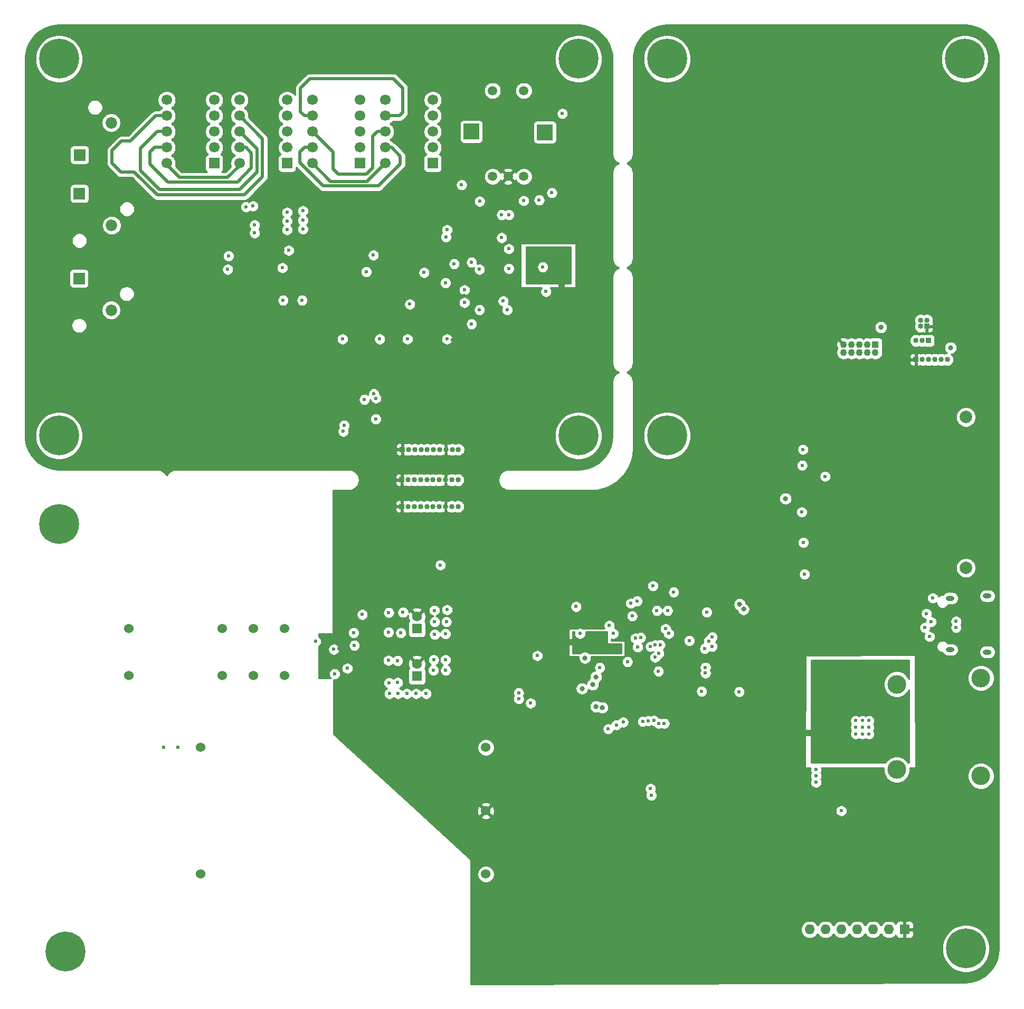
<source format=gbr>
%TF.GenerationSoftware,KiCad,Pcbnew,(5.1.6)-1*%
%TF.CreationDate,2020-09-27T15:43:18-07:00*%
%TF.ProjectId,ReflowOven,5265666c-6f77-44f7-9665-6e2e6b696361,rev?*%
%TF.SameCoordinates,Original*%
%TF.FileFunction,Copper,L2,Inr*%
%TF.FilePolarity,Positive*%
%FSLAX46Y46*%
G04 Gerber Fmt 4.6, Leading zero omitted, Abs format (unit mm)*
G04 Created by KiCad (PCBNEW (5.1.6)-1) date 2020-09-27 15:43:18*
%MOMM*%
%LPD*%
G01*
G04 APERTURE LIST*
%TA.AperFunction,ViaPad*%
%ADD10R,0.850000X0.850000*%
%TD*%
%TA.AperFunction,ViaPad*%
%ADD11O,0.850000X0.850000*%
%TD*%
%TA.AperFunction,ViaPad*%
%ADD12C,2.000000*%
%TD*%
%TA.AperFunction,ViaPad*%
%ADD13R,1.100000X1.100000*%
%TD*%
%TA.AperFunction,ViaPad*%
%ADD14C,1.100000*%
%TD*%
%TA.AperFunction,ViaPad*%
%ADD15C,0.800000*%
%TD*%
%TA.AperFunction,ViaPad*%
%ADD16C,6.400000*%
%TD*%
%TA.AperFunction,ViaPad*%
%ADD17C,1.524000*%
%TD*%
%TA.AperFunction,ViaPad*%
%ADD18C,0.541666*%
%TD*%
%TA.AperFunction,ViaPad*%
%ADD19R,2.500000X2.500000*%
%TD*%
%TA.AperFunction,ViaPad*%
%ADD20C,1.498600*%
%TD*%
%TA.AperFunction,ViaPad*%
%ADD21R,1.850000X1.850000*%
%TD*%
%TA.AperFunction,ViaPad*%
%ADD22C,1.850000*%
%TD*%
%TA.AperFunction,ViaPad*%
%ADD23C,1.700000*%
%TD*%
%TA.AperFunction,ViaPad*%
%ADD24R,1.700000X1.700000*%
%TD*%
%TA.AperFunction,ViaPad*%
%ADD25O,1.600000X1.600000*%
%TD*%
%TA.AperFunction,ViaPad*%
%ADD26R,1.600000X1.600000*%
%TD*%
%TA.AperFunction,ViaPad*%
%ADD27O,1.400000X0.800000*%
%TD*%
%TA.AperFunction,ViaPad*%
%ADD28C,3.000000*%
%TD*%
%TA.AperFunction,ViaPad*%
%ADD29C,1.600000*%
%TD*%
%TA.AperFunction,ViaPad*%
%ADD30C,0.600000*%
%TD*%
%TA.AperFunction,Conductor*%
%ADD31C,1.000000*%
%TD*%
%TA.AperFunction,Conductor*%
%ADD32C,0.250000*%
%TD*%
%TA.AperFunction,Conductor*%
%ADD33C,0.500000*%
%TD*%
%TA.AperFunction,Conductor*%
%ADD34C,0.254000*%
%TD*%
G04 APERTURE END LIST*
D10*
%TO.N,GND*%
%TO.C,REF\u002A\u002A*%
X78359000Y-103568500D03*
D11*
%TO.N,/HumanInterface/SW1*%
X79359000Y-103568500D03*
%TO.N,/HumanInterface/SW2*%
X80359000Y-103568500D03*
%TO.N,/HumanInterface/SW3*%
X81359000Y-103568500D03*
%TO.N,/Display/I2C_SDA*%
X82359000Y-103568500D03*
%TO.N,/Display/I2C_SCL*%
X83359000Y-103568500D03*
%TO.N,/HumanInterface/SW_BTN*%
X84359000Y-103568500D03*
%TO.N,GND*%
X85359000Y-103568500D03*
%TO.N,+3V3*%
X86359000Y-103568500D03*
X87359000Y-103568500D03*
%TD*%
D10*
%TO.N,GND*%
%TO.C,REF\u002A\u002A*%
X78422500Y-94424500D03*
D11*
%TO.N,/HumanInterface/SW1*%
X79422500Y-94424500D03*
%TO.N,/HumanInterface/SW2*%
X80422500Y-94424500D03*
%TO.N,/HumanInterface/SW3*%
X81422500Y-94424500D03*
%TO.N,/Display/I2C_SDA*%
X82422500Y-94424500D03*
%TO.N,/Display/I2C_SCL*%
X83422500Y-94424500D03*
%TO.N,/HumanInterface/SW_BTN*%
X84422500Y-94424500D03*
%TO.N,GND*%
X85422500Y-94424500D03*
%TO.N,+3V3*%
X86422500Y-94424500D03*
X87422500Y-94424500D03*
%TD*%
%TO.N,+3V3*%
%TO.C,REF\u002A\u002A*%
X87359000Y-99314000D03*
X86359000Y-99314000D03*
%TO.N,GND*%
X85359000Y-99314000D03*
%TO.N,/HumanInterface/SW_BTN*%
X84359000Y-99314000D03*
%TO.N,/Display/I2C_SCL*%
X83359000Y-99314000D03*
%TO.N,/Display/I2C_SDA*%
X82359000Y-99314000D03*
%TO.N,/HumanInterface/SW3*%
X81359000Y-99314000D03*
%TO.N,/HumanInterface/SW2*%
X80359000Y-99314000D03*
%TO.N,/HumanInterface/SW1*%
X79359000Y-99314000D03*
D10*
%TO.N,GND*%
X78359000Y-99314000D03*
%TD*%
D11*
%TO.N,Net-(J701-Pad2)*%
%TO.C,J703*%
X165830000Y-80010000D03*
%TO.N,/Communication/UART_TX*%
X164830000Y-80010000D03*
%TO.N,/Communication/UART_RX*%
X163830000Y-80010000D03*
%TO.N,/Communication/UART_RTS*%
X162830000Y-80010000D03*
%TO.N,/Communication/UART_CTS*%
X161830000Y-80010000D03*
D10*
%TO.N,GND*%
X160830000Y-80010000D03*
%TD*%
D12*
%TO.N,*%
%TO.C,U409*%
X168826000Y-113423000D03*
X168826000Y-89223000D03*
%TD*%
D13*
%TO.N,+3V3*%
%TO.C,J201*%
X154305000Y-77597000D03*
D14*
%TO.N,/Microcontroller/SWDIO*%
X154305000Y-78867000D03*
%TO.N,GND*%
X153035000Y-77597000D03*
%TO.N,/Microcontroller/SWDCLK*%
X153035000Y-78867000D03*
%TO.N,GND*%
X151765000Y-77597000D03*
%TO.N,/Microcontroller/TRACESWO*%
X151765000Y-78867000D03*
%TO.N,Net-(J201-Pad7)*%
X150495000Y-77597000D03*
%TO.N,Net-(J201-Pad8)*%
X150495000Y-78867000D03*
%TO.N,GND*%
X149225000Y-77597000D03*
%TO.N,/Microcontroller/~RST*%
X149225000Y-78867000D03*
%TD*%
D15*
%TO.N,N/C*%
%TO.C,REF\u002A\u002A*%
X122601056Y-90504944D03*
X120904000Y-89802000D03*
X119206944Y-90504944D03*
X118504000Y-92202000D03*
X119206944Y-93899056D03*
X120904000Y-94602000D03*
X122601056Y-93899056D03*
X123304000Y-92202000D03*
D16*
X120904000Y-92202000D03*
%TD*%
D15*
%TO.N,N/C*%
%TO.C,REF\u002A\u002A*%
X25065056Y-104728944D03*
X23368000Y-104026000D03*
X21670944Y-104728944D03*
X20968000Y-106426000D03*
X21670944Y-108123056D03*
X23368000Y-108826000D03*
X25065056Y-108123056D03*
X25768000Y-106426000D03*
D16*
X23368000Y-106426000D03*
%TD*%
D15*
%TO.N,N/C*%
%TO.C,REF\u002A\u002A*%
X26081056Y-173308944D03*
X24384000Y-172606000D03*
X22686944Y-173308944D03*
X21984000Y-175006000D03*
X22686944Y-176703056D03*
X24384000Y-177406000D03*
X26081056Y-176703056D03*
X26784000Y-175006000D03*
D16*
X24384000Y-175006000D03*
%TD*%
D15*
%TO.N,N/C*%
%TO.C,REF\u002A\u002A*%
X170526112Y-172800944D03*
X168829056Y-172098000D03*
X167132000Y-172800944D03*
X166429056Y-174498000D03*
X167132000Y-176195056D03*
X168829056Y-176898000D03*
X170526112Y-176195056D03*
X171229056Y-174498000D03*
D16*
X168829056Y-174498000D03*
%TD*%
D15*
%TO.N,N/C*%
%TO.C,REF\u002A\u002A*%
X170353056Y-30052944D03*
X168656000Y-29350000D03*
X166958944Y-30052944D03*
X166256000Y-31750000D03*
X166958944Y-33447056D03*
X168656000Y-34150000D03*
X170353056Y-33447056D03*
X171056000Y-31750000D03*
D16*
X168656000Y-31750000D03*
%TD*%
D15*
%TO.N,N/C*%
%TO.C,REF\u002A\u002A*%
X122601056Y-30052944D03*
X120904000Y-29350000D03*
X119206944Y-30052944D03*
X118504000Y-31750000D03*
X119206944Y-33447056D03*
X120904000Y-34150000D03*
X122601056Y-33447056D03*
X123304000Y-31750000D03*
D16*
X120904000Y-31750000D03*
%TD*%
%TO.N,N/C*%
%TO.C,REF\u002A\u002A*%
X23368000Y-92202000D03*
D15*
X25768000Y-92202000D03*
X25065056Y-93899056D03*
X23368000Y-94602000D03*
X21670944Y-93899056D03*
X20968000Y-92202000D03*
X21670944Y-90504944D03*
X23368000Y-89802000D03*
X25065056Y-90504944D03*
%TD*%
D16*
%TO.N,N/C*%
%TO.C,REF\u002A\u002A*%
X106680000Y-92202000D03*
D15*
X106680000Y-89802000D03*
X108377056Y-90504944D03*
X109080000Y-92202000D03*
X108377056Y-93899056D03*
X106680000Y-94602000D03*
X104982944Y-93899056D03*
X104280000Y-92202000D03*
X104982944Y-90504944D03*
%TD*%
D16*
%TO.N,N/C*%
%TO.C,REF\u002A\u002A*%
X106680000Y-31750000D03*
D15*
X109080000Y-31750000D03*
X108377056Y-33447056D03*
X106680000Y-34150000D03*
X104982944Y-33447056D03*
X104280000Y-31750000D03*
X104982944Y-30052944D03*
X106680000Y-29350000D03*
X108377056Y-30052944D03*
%TD*%
%TO.N,N/C*%
%TO.C,REF\u002A\u002A*%
X25065056Y-30052944D03*
X23368000Y-29350000D03*
X21670944Y-30052944D03*
X20968000Y-31750000D03*
X21670944Y-33447056D03*
X23368000Y-34150000D03*
X25065056Y-33447056D03*
X25768000Y-31750000D03*
D16*
X23368000Y-31750000D03*
%TD*%
D17*
%TO.N,/MainsPower/LN_OUT*%
%TO.C,K501*%
X59544000Y-130690000D03*
X59544000Y-123190000D03*
%TO.N,Net-(F502-Pad1)*%
X54544000Y-130690000D03*
X54544000Y-123190000D03*
%TO.N,Net-(K501-Pad2)*%
X49544000Y-123190000D03*
%TO.N,Net-(K501-Pad7)*%
X49544000Y-130690000D03*
%TO.N,Net-(K501-Pad8)*%
X34544000Y-130690000D03*
%TO.N,Net-(K501-Pad1)*%
X34544000Y-123190000D03*
%TD*%
D18*
%TO.N,N/C*%
%TO.C,U601*%
X151130000Y-137922000D03*
X151130000Y-139005333D03*
X151130000Y-140088666D03*
X152213333Y-137922000D03*
X152213333Y-139005333D03*
X152213333Y-140088666D03*
X153296666Y-137922000D03*
X153296666Y-139005333D03*
X153296666Y-140088666D03*
%TD*%
D19*
%TO.N,N/C*%
%TO.C,SW404*%
X89498892Y-43427304D03*
D20*
%TO.N,+3V3*%
X92898892Y-36865304D03*
%TO.N,/HumanInterface/SW_BTN*%
X97898892Y-36865304D03*
%TO.N,/HumanInterface/CHANA*%
X92898892Y-50615304D03*
%TO.N,GND*%
X95398892Y-50615304D03*
%TO.N,/HumanInterface/CHANB*%
X97898892Y-50615304D03*
D19*
%TO.N,N/C*%
X101298892Y-43527304D03*
%TD*%
D21*
%TO.N,+3V3*%
%TO.C,SW403*%
X26577323Y-66984819D03*
D22*
%TO.N,/HumanInterface/SW1*%
X31737323Y-72064819D03*
%TD*%
D21*
%TO.N,+3V3*%
%TO.C,SW402*%
X26630000Y-53380000D03*
D22*
%TO.N,/HumanInterface/SW2*%
X31790000Y-58460000D03*
%TD*%
D21*
%TO.N,+3V3*%
%TO.C,SW401*%
X26657323Y-47161766D03*
D22*
%TO.N,/HumanInterface/SW3*%
X31737323Y-42001766D03*
%TD*%
D23*
%TO.N,/Display/SEG8*%
%TO.C,SEG304*%
X75692000Y-48514000D03*
%TO.N,/Display/SEG9*%
X75692000Y-45974000D03*
%TO.N,/Display/SEG10*%
X75692000Y-43434000D03*
%TO.N,/Display/SEG15*%
X75692000Y-40894000D03*
%TO.N,/Display/COM1*%
X75692000Y-38354000D03*
%TO.N,/Display/SEG11*%
X83312000Y-38354000D03*
%TO.N,/Display/SEG12*%
X83312000Y-40894000D03*
%TO.N,/Display/SEG14*%
X83312000Y-43434000D03*
%TO.N,/Display/SEG13*%
X83312000Y-45974000D03*
D24*
%TO.N,/Display/COM1*%
X83312000Y-48514000D03*
%TD*%
D23*
%TO.N,/Display/SEG0*%
%TO.C,SEG303*%
X40640000Y-48514000D03*
%TO.N,/Display/SEG1*%
X40640000Y-45974000D03*
%TO.N,/Display/SEG2*%
X40640000Y-43434000D03*
%TO.N,/Display/SEG7*%
X40640000Y-40894000D03*
%TO.N,/Display/COM1*%
X40640000Y-38354000D03*
%TO.N,/Display/SEG3*%
X48260000Y-38354000D03*
%TO.N,/Display/SEG4*%
X48260000Y-40894000D03*
%TO.N,/Display/SEG6*%
X48260000Y-43434000D03*
%TO.N,/Display/SEG5*%
X48260000Y-45974000D03*
D24*
%TO.N,/Display/COM1*%
X48260000Y-48514000D03*
%TD*%
D23*
%TO.N,/Display/SEG0*%
%TO.C,SEG302*%
X52324000Y-48514000D03*
%TO.N,/Display/SEG1*%
X52324000Y-45974000D03*
%TO.N,/Display/SEG2*%
X52324000Y-43434000D03*
%TO.N,/Display/SEG7*%
X52324000Y-40894000D03*
%TO.N,/Display/COM0*%
X52324000Y-38354000D03*
%TO.N,/Display/SEG3*%
X59944000Y-38354000D03*
%TO.N,/Display/SEG4*%
X59944000Y-40894000D03*
%TO.N,/Display/SEG6*%
X59944000Y-43434000D03*
%TO.N,/Display/SEG5*%
X59944000Y-45974000D03*
D24*
%TO.N,/Display/COM0*%
X59944000Y-48514000D03*
%TD*%
D23*
%TO.N,/Display/SEG8*%
%TO.C,SEG301*%
X64008000Y-48514000D03*
%TO.N,/Display/SEG9*%
X64008000Y-45974000D03*
%TO.N,/Display/SEG10*%
X64008000Y-43434000D03*
%TO.N,/Display/SEG15*%
X64008000Y-40894000D03*
%TO.N,/Display/COM0*%
X64008000Y-38354000D03*
%TO.N,/Display/SEG11*%
X71628000Y-38354000D03*
%TO.N,/Display/SEG12*%
X71628000Y-40894000D03*
%TO.N,/Display/SEG14*%
X71628000Y-43434000D03*
%TO.N,/Display/SEG13*%
X71628000Y-45974000D03*
D24*
%TO.N,/Display/COM0*%
X71628000Y-48514000D03*
%TD*%
D25*
%TO.N,Net-(D201-Pad1)*%
%TO.C,RN201*%
X143764000Y-171450000D03*
%TO.N,Net-(D202-Pad1)*%
X146304000Y-171450000D03*
%TO.N,Net-(D203-Pad1)*%
X148844000Y-171450000D03*
%TO.N,Net-(D204-Pad1)*%
X151384000Y-171450000D03*
%TO.N,Net-(D205-Pad1)*%
X153924000Y-171450000D03*
%TO.N,Net-(D206-Pad1)*%
X156464000Y-171450000D03*
D26*
%TO.N,GND*%
X159004000Y-171450000D03*
%TD*%
D17*
%TO.N,/MainsPower/3V3_REG_OUT*%
%TO.C,P501*%
X91821000Y-142240000D03*
%TO.N,GND*%
X91821000Y-152400000D03*
%TO.N,Net-(P501-Pad3)*%
X91821000Y-162560000D03*
%TO.N,Net-(F501-Pad1)*%
X46101000Y-162560000D03*
%TO.N,/MainsPower/VACN*%
X46101000Y-142240000D03*
%TD*%
D27*
%TO.N,Net-(FB701-Pad2)*%
%TO.C,J704*%
X172258000Y-126918000D03*
X172258000Y-117938000D03*
X166308000Y-118298000D03*
X166308000Y-126558000D03*
%TD*%
D11*
%TO.N,+3V3*%
%TO.C,J702*%
X161560000Y-73676000D03*
%TO.N,/Communication/CAN+*%
X162560000Y-73676000D03*
%TO.N,/Communication/CAN-*%
X161560000Y-74676000D03*
D10*
%TO.N,GND*%
X162560000Y-74676000D03*
%TD*%
D11*
%TO.N,Net-(J701-Pad3)*%
%TO.C,J701*%
X160814000Y-76962000D03*
%TO.N,Net-(J701-Pad2)*%
X161814000Y-76962000D03*
D10*
%TO.N,+3V3*%
X162814000Y-76962000D03*
%TD*%
D28*
%TO.N,*%
%TO.C,J601*%
X171234000Y-131096000D03*
X171234000Y-146796000D03*
%TO.N,Net-(J601-Pad2)*%
X157734000Y-132096000D03*
%TO.N,Net-(J601-Pad1)*%
X157734000Y-145796000D03*
%TD*%
D29*
%TO.N,GND*%
%TO.C,C518*%
X80772000Y-128810000D03*
D26*
%TO.N,+3V3*%
X80772000Y-130810000D03*
%TD*%
D29*
%TO.N,GND*%
%TO.C,C517*%
X80772000Y-121190000D03*
D26*
%TO.N,+3V3*%
X80772000Y-123190000D03*
%TD*%
D30*
%TO.N,GND*%
X114604800Y-124561600D03*
X108712000Y-125603000D03*
X109982000Y-125603000D03*
X111379000Y-126111000D03*
X101854000Y-118364000D03*
X112776000Y-120396000D03*
X108585000Y-129413000D03*
X103632000Y-127635000D03*
X117602000Y-118745000D03*
X107950000Y-121920000D03*
X149098000Y-134874000D03*
X156019500Y-139001500D03*
X154368500Y-136969500D03*
X154432000Y-132207000D03*
X150177500Y-136842500D03*
X148209000Y-141795500D03*
X148272500Y-134239000D03*
X146431000Y-134239000D03*
X150114000Y-141160500D03*
X151574500Y-142176500D03*
X152400000Y-142113000D03*
X149352000Y-146113500D03*
X149288500Y-147256500D03*
X152082500Y-134493000D03*
X160274000Y-152146000D03*
X124460000Y-123825000D03*
X156000000Y-124500000D03*
X155250000Y-119000000D03*
X160000000Y-125250000D03*
X163500000Y-119500000D03*
X161500000Y-125250000D03*
X159500000Y-120750000D03*
X159500000Y-116750000D03*
X119570500Y-124650500D03*
X114655600Y-127050800D03*
X118160800Y-129590800D03*
X90830400Y-56642000D03*
X90678000Y-63601600D03*
X80365600Y-63550800D03*
X102412800Y-54813200D03*
X105664000Y-40538400D03*
X105664000Y-46939200D03*
X106984800Y-43688000D03*
X92506800Y-74320400D03*
X82042000Y-67360800D03*
X59309000Y-62484000D03*
X59309000Y-63246000D03*
X54610000Y-57150000D03*
X40005000Y-56896000D03*
X40132000Y-62865000D03*
X41021000Y-68453000D03*
X101854000Y-62484000D03*
X102616000Y-67310000D03*
X101473000Y-70739000D03*
X104902000Y-62484000D03*
X105029000Y-67310000D03*
X88392000Y-69723000D03*
X88138000Y-76835000D03*
X86487000Y-76835000D03*
X72009000Y-72771000D03*
X69088000Y-78359000D03*
X75819000Y-89662000D03*
X80137000Y-86233000D03*
X80137000Y-86868000D03*
X80264000Y-85598000D03*
X80391000Y-82296000D03*
X77343000Y-73279000D03*
X76581000Y-73279000D03*
X82296000Y-73279000D03*
X81026000Y-73406000D03*
X82296000Y-72136000D03*
X77343000Y-78408011D03*
X89662000Y-79883000D03*
X78613000Y-82296000D03*
X89789000Y-68072000D03*
X153035000Y-74803000D03*
X151765000Y-74803000D03*
X149225000Y-74803000D03*
X89408000Y-133985000D03*
X93599000Y-131572000D03*
X68226117Y-126360481D03*
X66294000Y-130429000D03*
X65913000Y-127254000D03*
X67564000Y-121412000D03*
X68072000Y-120777000D03*
X69469000Y-123786997D03*
D15*
X105600500Y-132905500D03*
X159067500Y-80010000D03*
X158432500Y-68072000D03*
X127508000Y-114363500D03*
X139763500Y-99949000D03*
X142748000Y-106997500D03*
D30*
X122174000Y-134175500D03*
X132842000Y-129349500D03*
X109674490Y-119608248D03*
X82613500Y-114998500D03*
X80899000Y-115062000D03*
X79057500Y-115062000D03*
X77470000Y-115062000D03*
X75692000Y-115062000D03*
X127330991Y-119253000D03*
X85407500Y-106235500D03*
X154622500Y-141097000D03*
%TO.N,+3V3*%
X112268000Y-123952000D03*
X110109000Y-129413000D03*
X100076000Y-127508000D03*
X127254000Y-120523000D03*
X106934000Y-123952000D03*
X111633000Y-122682000D03*
X106299000Y-119634000D03*
X144780000Y-147828000D03*
X144780000Y-145796000D03*
X144780000Y-146812000D03*
X148844000Y-152400000D03*
X121158000Y-123952000D03*
X124460000Y-125095000D03*
X119500000Y-130000000D03*
X76352400Y-133604000D03*
X77724000Y-133604000D03*
X79146400Y-133604000D03*
X80619600Y-133604000D03*
X82245200Y-133604000D03*
X76301600Y-131876800D03*
X77673200Y-131826000D03*
X77673200Y-128320800D03*
X76200000Y-128270000D03*
X83464400Y-128168400D03*
X85344000Y-128168400D03*
X85394800Y-129844800D03*
X83413600Y-129844800D03*
X90830400Y-54610000D03*
X87934800Y-51968400D03*
X97891600Y-54508400D03*
X100380800Y-54406800D03*
X102412800Y-53238400D03*
X104089200Y-40538400D03*
X83616800Y-124104400D03*
X85344000Y-124002800D03*
X83616800Y-122072400D03*
X85496400Y-122072400D03*
X83566000Y-120243600D03*
X85598000Y-120142000D03*
X78181200Y-123850400D03*
X76200000Y-123748800D03*
X76250800Y-120599200D03*
X78536800Y-120548400D03*
X60198000Y-62484000D03*
X54737000Y-59690000D03*
X54737000Y-58420000D03*
X59182000Y-65278000D03*
X101473000Y-69088000D03*
X100965000Y-65151000D03*
X95504000Y-65405000D03*
X88392000Y-70866000D03*
X89535000Y-74295000D03*
X85598000Y-76708000D03*
X79248000Y-76708000D03*
X74803000Y-76708000D03*
X68834000Y-76708000D03*
X72345226Y-86409890D03*
X74168000Y-89535000D03*
X86741000Y-64643000D03*
X89535000Y-64389000D03*
X79629000Y-71120000D03*
X69596000Y-129540000D03*
X64516000Y-125222000D03*
X70612000Y-123825000D03*
X72009000Y-120904000D03*
X70739000Y-125857000D03*
D15*
X107251500Y-132778500D03*
X166370000Y-78105000D03*
X155194000Y-74826000D03*
D30*
X114533579Y-128482260D03*
D15*
X139890500Y-102298500D03*
D30*
X126428500Y-133223000D03*
X132461000Y-133286500D03*
X115062441Y-119112400D03*
X121959514Y-117312178D03*
X115299552Y-121141552D03*
X118627990Y-116302801D03*
%TO.N,/HumanInterface/SW3*%
X120446800Y-138379200D03*
X113855500Y-138176000D03*
%TO.N,/HumanInterface/SW2*%
X119532400Y-138379200D03*
X112776000Y-138620500D03*
%TO.N,/HumanInterface/SW1*%
X118770400Y-137922000D03*
X111442500Y-139255500D03*
%TO.N,/HumanInterface/SW_BTN*%
X116663806Y-124596831D03*
%TO.N,/Microcontroller/DLED4*%
X118973600Y-127762000D03*
X116992400Y-138074400D03*
%TO.N,/Microcontroller/DLED5*%
X119583200Y-127152400D03*
X117856000Y-137972800D03*
%TO.N,/HumanInterface/SD_WR_PROT*%
X127050800Y-130302000D03*
X142938500Y-114427000D03*
%TO.N,/HumanInterface/SD_DET*%
X127050800Y-129387600D03*
X146240500Y-98742500D03*
%TO.N,/HumanInterface/SPI_MISO*%
X126936500Y-126365000D03*
X142748000Y-109347000D03*
%TO.N,/HumanInterface/SPI_SCK*%
X128143000Y-126047500D03*
X142494000Y-104457500D03*
%TO.N,/HumanInterface/SPI_MOSI*%
X127571500Y-125158500D03*
X142557500Y-96964500D03*
%TO.N,/HumanInterface/SPI_NSS*%
X128143000Y-124523500D03*
X142684500Y-94424500D03*
D15*
%TO.N,/Communication/UART_TX*%
X109499882Y-135668916D03*
%TO.N,/Communication/UART_RX*%
X110490000Y-135826500D03*
%TO.N,/Communication/UART_RTS*%
X108966000Y-132143500D03*
%TO.N,/Communication/UART_CTS*%
X109474000Y-130937000D03*
D30*
%TO.N,Net-(J704-PadA7)*%
X162250000Y-123000000D03*
X163250000Y-122077999D03*
X167250000Y-123000000D03*
%TO.N,Net-(J704-PadB5)*%
X163500000Y-118250000D03*
X167250000Y-122000000D03*
%TO.N,Net-(J704-PadA5)*%
X163000000Y-124449997D03*
X162500000Y-120750000D03*
%TO.N,Net-(K501-Pad8)*%
X67564000Y-130429000D03*
%TO.N,Net-(K501-Pad1)*%
X67437000Y-126492000D03*
%TO.N,/MainsPower/VACN*%
X40132000Y-142240000D03*
X42418000Y-142240000D03*
D15*
%TO.N,/Microcontroller/~RST*%
X107727750Y-127857250D03*
D30*
%TO.N,/Microcontroller/BOOT0*%
X116078000Y-118745000D03*
X115824000Y-124714000D03*
%TO.N,/Display/I2C_SCL*%
X69088000Y-90551000D03*
X73859813Y-85480143D03*
X97091500Y-133477000D03*
X118237000Y-148844000D03*
X119253000Y-120269000D03*
%TO.N,/Display/I2C_SDA*%
X74194000Y-86207000D03*
X68965179Y-91526190D03*
X97101490Y-134441821D03*
X118364000Y-149923500D03*
X120967500Y-120269000D03*
%TO.N,/Display/SEG3*%
X53340000Y-55499000D03*
X50546000Y-63373000D03*
%TO.N,/Display/SEG4*%
X54483000Y-55372000D03*
X50419000Y-65532000D03*
%TO.N,/Display/SEG7*%
X62357000Y-70485000D03*
X59309000Y-70485000D03*
%TO.N,/Display/SEG8*%
X72644000Y-65913000D03*
%TO.N,/Display/SEG9*%
X73787000Y-63246000D03*
%TO.N,/HumanInterface/CHANB*%
X95504000Y-56769000D03*
X95504000Y-62230000D03*
%TO.N,/HumanInterface/CHANA*%
X85430190Y-60334990D03*
X94361000Y-56769000D03*
X94361000Y-60452000D03*
%TO.N,/MainsPower/RELAY_SET*%
X116173336Y-126147803D03*
X84518500Y-112966500D03*
%TO.N,/MainsPower/CURRENT_ALRT*%
X98996500Y-135128000D03*
X118223712Y-126048125D03*
%TO.N,/Microcontroller/TRACESWO*%
X118988453Y-125813198D03*
%TO.N,/Microcontroller/SWDCLK*%
X120650000Y-123190000D03*
%TO.N,/Microcontroller/SWDIO*%
X119787171Y-125767726D03*
%TO.N,/Display/COM1*%
X62484000Y-56134000D03*
X62484000Y-57658000D03*
X62484000Y-59055000D03*
%TO.N,/Display/COM0*%
X59944000Y-56388000D03*
X59944000Y-57785000D03*
X59944000Y-59182000D03*
%TO.N,/HumanInterface/CNT_UP*%
X90805000Y-72009000D03*
X90805000Y-65532000D03*
%TO.N,Net-(U405-Pad7)*%
X94615000Y-70612000D03*
X88392000Y-68834000D03*
%TO.N,Net-(U405-Pad2)*%
X85598000Y-59182000D03*
X81915000Y-66040000D03*
%TO.N,Net-(U405-Pad3)*%
X85344000Y-67691000D03*
X95250000Y-72009000D03*
D15*
%TO.N,/Communication/CAN+*%
X132534268Y-119262768D03*
%TO.N,/Communication/CAN-*%
X133147999Y-120054682D03*
%TD*%
D31*
%TO.N,GND*%
X104013000Y-70231000D02*
X104013000Y-67691000D01*
X104013000Y-67691000D02*
X104013000Y-65405000D01*
X140335000Y-139954000D02*
X145415000Y-139954000D01*
X104902000Y-125349000D02*
X106045000Y-125349000D01*
D32*
X85359000Y-94488000D02*
X85422500Y-94424500D01*
X85359000Y-99314000D02*
X85359000Y-94488000D01*
X85359000Y-103568500D02*
X85359000Y-99314000D01*
D33*
%TO.N,/Display/SEG0*%
X40640000Y-48514000D02*
X40894000Y-48514000D01*
X40640000Y-48514000D02*
X40640000Y-48768000D01*
X40640000Y-48768000D02*
X42672000Y-50800000D01*
X42672000Y-50800000D02*
X50419000Y-50800000D01*
X52324000Y-48895000D02*
X52324000Y-48514000D01*
X50419000Y-50800000D02*
X52324000Y-48895000D01*
%TO.N,/Display/SEG1*%
X40640000Y-45974000D02*
X38735000Y-45974000D01*
X38735000Y-45974000D02*
X37973000Y-46736000D01*
X37973000Y-46736000D02*
X37973000Y-48641000D01*
X40832010Y-51500010D02*
X52004990Y-51500010D01*
X37973000Y-48641000D02*
X40832010Y-51500010D01*
X52004990Y-51500010D02*
X54229000Y-49276000D01*
X54229000Y-49276000D02*
X54229000Y-46863000D01*
X53340000Y-45974000D02*
X52324000Y-45974000D01*
X54229000Y-46863000D02*
X53340000Y-45974000D01*
%TO.N,/Display/SEG2*%
X40640000Y-43434000D02*
X39116000Y-43434000D01*
X39116000Y-43434000D02*
X36449000Y-46101000D01*
X36449000Y-46101000D02*
X36449000Y-49657000D01*
X36449000Y-49657000D02*
X39497000Y-52705000D01*
X39497000Y-52705000D02*
X52324000Y-52705000D01*
X52324000Y-52705000D02*
X55118000Y-49911000D01*
X55118000Y-46228000D02*
X52324000Y-43434000D01*
X55118000Y-49911000D02*
X55118000Y-46228000D01*
%TO.N,/Display/SEG7*%
X56007000Y-44577000D02*
X52324000Y-40894000D01*
X31877000Y-46482000D02*
X31877000Y-48514000D01*
X39116000Y-53594000D02*
X53086000Y-53594000D01*
X31877000Y-48514000D02*
X33274000Y-49911000D01*
X40640000Y-40894000D02*
X38862000Y-40894000D01*
X34798000Y-44958000D02*
X33401000Y-44958000D01*
X38862000Y-40894000D02*
X34798000Y-44958000D01*
X35433000Y-49911000D02*
X39116000Y-53594000D01*
X33274000Y-49911000D02*
X35433000Y-49911000D01*
X33401000Y-44958000D02*
X31877000Y-46482000D01*
X56007000Y-50673000D02*
X56007000Y-44577000D01*
X53086000Y-53594000D02*
X56007000Y-50673000D01*
%TO.N,/Display/SEG8*%
X64008000Y-48514000D02*
X66929000Y-51435000D01*
X72771000Y-51435000D02*
X75692000Y-48514000D01*
X66929000Y-51435000D02*
X72771000Y-51435000D01*
%TO.N,/Display/SEG9*%
X76708000Y-45974000D02*
X75692000Y-45974000D01*
X78105000Y-47371000D02*
X76708000Y-45974000D01*
X78105000Y-48641000D02*
X78105000Y-47371000D01*
X74610990Y-52135010D02*
X78105000Y-48641000D01*
X62738000Y-45974000D02*
X61976000Y-46736000D01*
X64008000Y-45974000D02*
X62738000Y-45974000D01*
X61976000Y-48406002D02*
X65705008Y-52135010D01*
X61976000Y-46736000D02*
X61976000Y-48406002D01*
X65705008Y-52135010D02*
X74610990Y-52135010D01*
%TO.N,/Display/SEG10*%
X64008000Y-43434000D02*
X67310000Y-46736000D01*
X67310000Y-46736000D02*
X67310000Y-49403000D01*
X67310000Y-49403000D02*
X68199000Y-50292000D01*
X68199000Y-50292000D02*
X72644000Y-50292000D01*
X72644000Y-50292000D02*
X73660000Y-49276000D01*
X73660000Y-49276000D02*
X73660000Y-44196000D01*
X74422000Y-43434000D02*
X75692000Y-43434000D01*
X73660000Y-44196000D02*
X74422000Y-43434000D01*
%TO.N,/Display/SEG15*%
X77978000Y-40894000D02*
X75692000Y-40894000D01*
X78486000Y-40386000D02*
X77978000Y-40894000D01*
X78486000Y-36449000D02*
X78486000Y-40386000D01*
X76962000Y-34925000D02*
X78486000Y-36449000D01*
X62738000Y-40894000D02*
X62103000Y-40259000D01*
X64008000Y-40894000D02*
X62738000Y-40894000D01*
X62103000Y-40259000D02*
X62103000Y-36449000D01*
X62103000Y-36449000D02*
X63627000Y-34925000D01*
X63627000Y-34925000D02*
X76962000Y-34925000D01*
%TD*%
D34*
%TO.N,GND*%
G36*
X105999000Y-123859911D02*
G01*
X105999000Y-124044089D01*
X106034932Y-124224729D01*
X106105414Y-124394889D01*
X106207738Y-124548028D01*
X106337972Y-124678262D01*
X106491111Y-124780586D01*
X106661271Y-124851068D01*
X106841911Y-124887000D01*
X107026089Y-124887000D01*
X107206729Y-124851068D01*
X107376889Y-124780586D01*
X107530028Y-124678262D01*
X107660262Y-124548028D01*
X107762586Y-124394889D01*
X107833068Y-124224729D01*
X107869000Y-124044089D01*
X107869000Y-123859911D01*
X107836793Y-123698000D01*
X111252000Y-123698000D01*
X111252000Y-125476000D01*
X111254440Y-125500776D01*
X111261667Y-125524601D01*
X111273403Y-125546557D01*
X111289197Y-125565803D01*
X111308443Y-125581597D01*
X111330399Y-125593333D01*
X111354224Y-125600560D01*
X111379000Y-125603000D01*
X113538000Y-125603000D01*
X113538000Y-127127000D01*
X108461211Y-127127000D01*
X108387524Y-127053313D01*
X108218006Y-126940045D01*
X108029648Y-126862024D01*
X107829689Y-126822250D01*
X107625811Y-126822250D01*
X107425852Y-126862024D01*
X107237494Y-126940045D01*
X107067976Y-127053313D01*
X106994289Y-127127000D01*
X105791000Y-127127000D01*
X105791000Y-123698000D01*
X106031207Y-123698000D01*
X105999000Y-123859911D01*
G37*
X105999000Y-123859911D02*
X105999000Y-124044089D01*
X106034932Y-124224729D01*
X106105414Y-124394889D01*
X106207738Y-124548028D01*
X106337972Y-124678262D01*
X106491111Y-124780586D01*
X106661271Y-124851068D01*
X106841911Y-124887000D01*
X107026089Y-124887000D01*
X107206729Y-124851068D01*
X107376889Y-124780586D01*
X107530028Y-124678262D01*
X107660262Y-124548028D01*
X107762586Y-124394889D01*
X107833068Y-124224729D01*
X107869000Y-124044089D01*
X107869000Y-123859911D01*
X107836793Y-123698000D01*
X111252000Y-123698000D01*
X111252000Y-125476000D01*
X111254440Y-125500776D01*
X111261667Y-125524601D01*
X111273403Y-125546557D01*
X111289197Y-125565803D01*
X111308443Y-125581597D01*
X111330399Y-125593333D01*
X111354224Y-125600560D01*
X111379000Y-125603000D01*
X113538000Y-125603000D01*
X113538000Y-127127000D01*
X108461211Y-127127000D01*
X108387524Y-127053313D01*
X108218006Y-126940045D01*
X108029648Y-126862024D01*
X107829689Y-126822250D01*
X107625811Y-126822250D01*
X107425852Y-126862024D01*
X107237494Y-126940045D01*
X107067976Y-127053313D01*
X106994289Y-127127000D01*
X105791000Y-127127000D01*
X105791000Y-123698000D01*
X106031207Y-123698000D01*
X105999000Y-123859911D01*
G36*
X159696463Y-131254781D02*
G01*
X159626012Y-131084698D01*
X159392363Y-130735017D01*
X159094983Y-130437637D01*
X158745302Y-130203988D01*
X158356756Y-130043047D01*
X157944279Y-129961000D01*
X157523721Y-129961000D01*
X157111244Y-130043047D01*
X156722698Y-130203988D01*
X156373017Y-130437637D01*
X156075637Y-130735017D01*
X155841988Y-131084698D01*
X155681047Y-131473244D01*
X155599000Y-131885721D01*
X155599000Y-132306279D01*
X155681047Y-132718756D01*
X155841988Y-133107302D01*
X156075637Y-133456983D01*
X156373017Y-133754363D01*
X156722698Y-133988012D01*
X157111244Y-134148953D01*
X157523721Y-134231000D01*
X157944279Y-134231000D01*
X158356756Y-134148953D01*
X158745302Y-133988012D01*
X159094983Y-133754363D01*
X159392363Y-133456983D01*
X159626012Y-133107302D01*
X159693250Y-132944976D01*
X159670991Y-144653000D01*
X159538014Y-144653000D01*
X159392363Y-144435017D01*
X159094983Y-144137637D01*
X158745302Y-143903988D01*
X158356756Y-143743047D01*
X157944279Y-143661000D01*
X157523721Y-143661000D01*
X157111244Y-143743047D01*
X156722698Y-143903988D01*
X156373017Y-144137637D01*
X156075637Y-144435017D01*
X155929986Y-144653000D01*
X143986492Y-144653000D01*
X143999458Y-137832783D01*
X150224167Y-137832783D01*
X150224167Y-138011217D01*
X150258978Y-138186222D01*
X150327261Y-138351073D01*
X150402494Y-138463667D01*
X150327261Y-138576260D01*
X150258978Y-138741111D01*
X150224167Y-138916116D01*
X150224167Y-139094550D01*
X150258978Y-139269555D01*
X150327261Y-139434406D01*
X150402494Y-139547000D01*
X150327261Y-139659593D01*
X150258978Y-139824444D01*
X150224167Y-139999449D01*
X150224167Y-140177883D01*
X150258978Y-140352888D01*
X150327261Y-140517739D01*
X150426394Y-140666101D01*
X150552565Y-140792272D01*
X150700927Y-140891405D01*
X150865778Y-140959688D01*
X151040783Y-140994499D01*
X151219217Y-140994499D01*
X151394222Y-140959688D01*
X151559073Y-140891405D01*
X151671667Y-140816172D01*
X151784260Y-140891405D01*
X151949111Y-140959688D01*
X152124116Y-140994499D01*
X152302550Y-140994499D01*
X152477555Y-140959688D01*
X152642406Y-140891405D01*
X152755000Y-140816172D01*
X152867593Y-140891405D01*
X153032444Y-140959688D01*
X153207449Y-140994499D01*
X153385883Y-140994499D01*
X153560888Y-140959688D01*
X153725739Y-140891405D01*
X153874101Y-140792272D01*
X154000272Y-140666101D01*
X154099405Y-140517739D01*
X154167688Y-140352888D01*
X154202499Y-140177883D01*
X154202499Y-139999449D01*
X154167688Y-139824444D01*
X154099405Y-139659593D01*
X154024172Y-139547000D01*
X154099405Y-139434406D01*
X154167688Y-139269555D01*
X154202499Y-139094550D01*
X154202499Y-138916116D01*
X154167688Y-138741111D01*
X154099405Y-138576260D01*
X154024172Y-138463667D01*
X154099405Y-138351073D01*
X154167688Y-138186222D01*
X154202499Y-138011217D01*
X154202499Y-137832783D01*
X154167688Y-137657778D01*
X154099405Y-137492927D01*
X154000272Y-137344565D01*
X153874101Y-137218394D01*
X153725739Y-137119261D01*
X153560888Y-137050978D01*
X153385883Y-137016167D01*
X153207449Y-137016167D01*
X153032444Y-137050978D01*
X152867593Y-137119261D01*
X152755000Y-137194494D01*
X152642406Y-137119261D01*
X152477555Y-137050978D01*
X152302550Y-137016167D01*
X152124116Y-137016167D01*
X151949111Y-137050978D01*
X151784260Y-137119261D01*
X151671667Y-137194494D01*
X151559073Y-137119261D01*
X151394222Y-137050978D01*
X151219217Y-137016167D01*
X151040783Y-137016167D01*
X150865778Y-137050978D01*
X150700927Y-137119261D01*
X150552565Y-137218394D01*
X150426394Y-137344565D01*
X150327261Y-137492927D01*
X150258978Y-137657778D01*
X150224167Y-137832783D01*
X143999458Y-137832783D01*
X144017759Y-128206500D01*
X159702258Y-128206500D01*
X159696463Y-131254781D01*
G37*
X159696463Y-131254781D02*
X159626012Y-131084698D01*
X159392363Y-130735017D01*
X159094983Y-130437637D01*
X158745302Y-130203988D01*
X158356756Y-130043047D01*
X157944279Y-129961000D01*
X157523721Y-129961000D01*
X157111244Y-130043047D01*
X156722698Y-130203988D01*
X156373017Y-130437637D01*
X156075637Y-130735017D01*
X155841988Y-131084698D01*
X155681047Y-131473244D01*
X155599000Y-131885721D01*
X155599000Y-132306279D01*
X155681047Y-132718756D01*
X155841988Y-133107302D01*
X156075637Y-133456983D01*
X156373017Y-133754363D01*
X156722698Y-133988012D01*
X157111244Y-134148953D01*
X157523721Y-134231000D01*
X157944279Y-134231000D01*
X158356756Y-134148953D01*
X158745302Y-133988012D01*
X159094983Y-133754363D01*
X159392363Y-133456983D01*
X159626012Y-133107302D01*
X159693250Y-132944976D01*
X159670991Y-144653000D01*
X159538014Y-144653000D01*
X159392363Y-144435017D01*
X159094983Y-144137637D01*
X158745302Y-143903988D01*
X158356756Y-143743047D01*
X157944279Y-143661000D01*
X157523721Y-143661000D01*
X157111244Y-143743047D01*
X156722698Y-143903988D01*
X156373017Y-144137637D01*
X156075637Y-144435017D01*
X155929986Y-144653000D01*
X143986492Y-144653000D01*
X143999458Y-137832783D01*
X150224167Y-137832783D01*
X150224167Y-138011217D01*
X150258978Y-138186222D01*
X150327261Y-138351073D01*
X150402494Y-138463667D01*
X150327261Y-138576260D01*
X150258978Y-138741111D01*
X150224167Y-138916116D01*
X150224167Y-139094550D01*
X150258978Y-139269555D01*
X150327261Y-139434406D01*
X150402494Y-139547000D01*
X150327261Y-139659593D01*
X150258978Y-139824444D01*
X150224167Y-139999449D01*
X150224167Y-140177883D01*
X150258978Y-140352888D01*
X150327261Y-140517739D01*
X150426394Y-140666101D01*
X150552565Y-140792272D01*
X150700927Y-140891405D01*
X150865778Y-140959688D01*
X151040783Y-140994499D01*
X151219217Y-140994499D01*
X151394222Y-140959688D01*
X151559073Y-140891405D01*
X151671667Y-140816172D01*
X151784260Y-140891405D01*
X151949111Y-140959688D01*
X152124116Y-140994499D01*
X152302550Y-140994499D01*
X152477555Y-140959688D01*
X152642406Y-140891405D01*
X152755000Y-140816172D01*
X152867593Y-140891405D01*
X153032444Y-140959688D01*
X153207449Y-140994499D01*
X153385883Y-140994499D01*
X153560888Y-140959688D01*
X153725739Y-140891405D01*
X153874101Y-140792272D01*
X154000272Y-140666101D01*
X154099405Y-140517739D01*
X154167688Y-140352888D01*
X154202499Y-140177883D01*
X154202499Y-139999449D01*
X154167688Y-139824444D01*
X154099405Y-139659593D01*
X154024172Y-139547000D01*
X154099405Y-139434406D01*
X154167688Y-139269555D01*
X154202499Y-139094550D01*
X154202499Y-138916116D01*
X154167688Y-138741111D01*
X154099405Y-138576260D01*
X154024172Y-138463667D01*
X154099405Y-138351073D01*
X154167688Y-138186222D01*
X154202499Y-138011217D01*
X154202499Y-137832783D01*
X154167688Y-137657778D01*
X154099405Y-137492927D01*
X154000272Y-137344565D01*
X153874101Y-137218394D01*
X153725739Y-137119261D01*
X153560888Y-137050978D01*
X153385883Y-137016167D01*
X153207449Y-137016167D01*
X153032444Y-137050978D01*
X152867593Y-137119261D01*
X152755000Y-137194494D01*
X152642406Y-137119261D01*
X152477555Y-137050978D01*
X152302550Y-137016167D01*
X152124116Y-137016167D01*
X151949111Y-137050978D01*
X151784260Y-137119261D01*
X151671667Y-137194494D01*
X151559073Y-137119261D01*
X151394222Y-137050978D01*
X151219217Y-137016167D01*
X151040783Y-137016167D01*
X150865778Y-137050978D01*
X150700927Y-137119261D01*
X150552565Y-137218394D01*
X150426394Y-137344565D01*
X150327261Y-137492927D01*
X150258978Y-137657778D01*
X150224167Y-137832783D01*
X143999458Y-137832783D01*
X144017759Y-128206500D01*
X159702258Y-128206500D01*
X159696463Y-131254781D01*
G36*
X105410000Y-67818000D02*
G01*
X98298000Y-67818000D01*
X98298000Y-65058911D01*
X100030000Y-65058911D01*
X100030000Y-65243089D01*
X100065932Y-65423729D01*
X100136414Y-65593889D01*
X100238738Y-65747028D01*
X100368972Y-65877262D01*
X100522111Y-65979586D01*
X100692271Y-66050068D01*
X100872911Y-66086000D01*
X101057089Y-66086000D01*
X101237729Y-66050068D01*
X101407889Y-65979586D01*
X101561028Y-65877262D01*
X101691262Y-65747028D01*
X101793586Y-65593889D01*
X101864068Y-65423729D01*
X101900000Y-65243089D01*
X101900000Y-65058911D01*
X101864068Y-64878271D01*
X101793586Y-64708111D01*
X101691262Y-64554972D01*
X101561028Y-64424738D01*
X101407889Y-64322414D01*
X101237729Y-64251932D01*
X101057089Y-64216000D01*
X100872911Y-64216000D01*
X100692271Y-64251932D01*
X100522111Y-64322414D01*
X100368972Y-64424738D01*
X100238738Y-64554972D01*
X100136414Y-64708111D01*
X100065932Y-64878271D01*
X100030000Y-65058911D01*
X98298000Y-65058911D01*
X98298000Y-61976000D01*
X105410000Y-61976000D01*
X105410000Y-67818000D01*
G37*
X105410000Y-67818000D02*
X98298000Y-67818000D01*
X98298000Y-65058911D01*
X100030000Y-65058911D01*
X100030000Y-65243089D01*
X100065932Y-65423729D01*
X100136414Y-65593889D01*
X100238738Y-65747028D01*
X100368972Y-65877262D01*
X100522111Y-65979586D01*
X100692271Y-66050068D01*
X100872911Y-66086000D01*
X101057089Y-66086000D01*
X101237729Y-66050068D01*
X101407889Y-65979586D01*
X101561028Y-65877262D01*
X101691262Y-65747028D01*
X101793586Y-65593889D01*
X101864068Y-65423729D01*
X101900000Y-65243089D01*
X101900000Y-65058911D01*
X101864068Y-64878271D01*
X101793586Y-64708111D01*
X101691262Y-64554972D01*
X101561028Y-64424738D01*
X101407889Y-64322414D01*
X101237729Y-64251932D01*
X101057089Y-64216000D01*
X100872911Y-64216000D01*
X100692271Y-64251932D01*
X100522111Y-64322414D01*
X100368972Y-64424738D01*
X100238738Y-64554972D01*
X100136414Y-64708111D01*
X100065932Y-64878271D01*
X100030000Y-65058911D01*
X98298000Y-65058911D01*
X98298000Y-61976000D01*
X105410000Y-61976000D01*
X105410000Y-67818000D01*
G36*
X107548771Y-26386032D02*
G01*
X108395200Y-26593935D01*
X109197490Y-26934487D01*
X109935015Y-27398932D01*
X110588794Y-27975317D01*
X111142017Y-28648819D01*
X111580437Y-29402101D01*
X111892784Y-30215791D01*
X112072204Y-31074627D01*
X112116000Y-31770747D01*
X112116001Y-47022419D01*
X112118785Y-47050681D01*
X112118741Y-47056911D01*
X112119641Y-47066083D01*
X112140368Y-47263284D01*
X112152387Y-47321834D01*
X112163604Y-47380639D01*
X112166268Y-47389461D01*
X112224903Y-47578882D01*
X112248076Y-47634009D01*
X112270493Y-47689492D01*
X112274819Y-47697629D01*
X112369130Y-47872052D01*
X112402575Y-47921636D01*
X112435335Y-47971699D01*
X112441159Y-47978840D01*
X112567554Y-48131624D01*
X112609969Y-48173744D01*
X112651851Y-48216513D01*
X112658952Y-48222387D01*
X112812614Y-48347711D01*
X112862423Y-48380803D01*
X112911795Y-48414610D01*
X112919902Y-48418993D01*
X113094980Y-48512084D01*
X113099158Y-48513806D01*
X113092507Y-48516493D01*
X113084371Y-48520820D01*
X112909947Y-48615130D01*
X112860331Y-48648597D01*
X112810301Y-48681335D01*
X112803160Y-48687159D01*
X112650376Y-48813553D01*
X112608237Y-48855988D01*
X112565487Y-48897851D01*
X112559613Y-48904952D01*
X112434289Y-49058614D01*
X112401174Y-49108456D01*
X112367390Y-49157796D01*
X112363007Y-49165902D01*
X112269916Y-49340980D01*
X112247125Y-49396275D01*
X112223554Y-49451270D01*
X112220829Y-49460073D01*
X112163518Y-49649900D01*
X112151900Y-49708580D01*
X112139463Y-49767087D01*
X112138500Y-49776252D01*
X112119150Y-49973594D01*
X112119150Y-49973608D01*
X112116001Y-50005581D01*
X112116000Y-63786418D01*
X112118784Y-63814690D01*
X112118741Y-63820911D01*
X112119641Y-63830083D01*
X112140368Y-64027284D01*
X112152387Y-64085834D01*
X112163604Y-64144639D01*
X112166268Y-64153461D01*
X112224903Y-64342882D01*
X112248076Y-64398009D01*
X112270493Y-64453492D01*
X112274819Y-64461629D01*
X112369130Y-64636052D01*
X112402575Y-64685636D01*
X112435335Y-64735699D01*
X112441159Y-64742840D01*
X112567554Y-64895624D01*
X112609969Y-64937744D01*
X112651851Y-64980513D01*
X112658952Y-64986387D01*
X112812614Y-65111711D01*
X112862423Y-65144803D01*
X112911795Y-65178610D01*
X112919902Y-65182993D01*
X113094980Y-65276084D01*
X113099158Y-65277806D01*
X113092507Y-65280493D01*
X113084371Y-65284820D01*
X112909947Y-65379130D01*
X112860331Y-65412597D01*
X112810301Y-65445335D01*
X112803160Y-65451159D01*
X112650376Y-65577553D01*
X112608237Y-65619988D01*
X112565487Y-65661851D01*
X112559613Y-65668952D01*
X112434289Y-65822614D01*
X112401174Y-65872456D01*
X112367390Y-65921796D01*
X112363007Y-65929902D01*
X112269916Y-66104980D01*
X112247125Y-66160275D01*
X112223554Y-66215270D01*
X112220829Y-66224073D01*
X112163518Y-66413900D01*
X112151900Y-66472580D01*
X112139463Y-66531087D01*
X112138500Y-66540252D01*
X112119150Y-66737594D01*
X112119150Y-66737599D01*
X112116000Y-66769582D01*
X112116001Y-80550419D01*
X112118785Y-80578681D01*
X112118741Y-80584911D01*
X112119641Y-80594083D01*
X112140368Y-80791284D01*
X112152387Y-80849834D01*
X112163604Y-80908639D01*
X112166268Y-80917461D01*
X112224903Y-81106882D01*
X112248076Y-81162009D01*
X112270493Y-81217492D01*
X112274819Y-81225629D01*
X112369130Y-81400052D01*
X112402575Y-81449636D01*
X112435335Y-81499699D01*
X112441159Y-81506840D01*
X112567554Y-81659624D01*
X112609969Y-81701744D01*
X112651851Y-81744513D01*
X112658952Y-81750387D01*
X112812614Y-81875711D01*
X112862423Y-81908803D01*
X112911795Y-81942610D01*
X112919902Y-81946993D01*
X113094980Y-82040084D01*
X113099158Y-82041806D01*
X113092507Y-82044493D01*
X113084371Y-82048820D01*
X112909947Y-82143130D01*
X112860331Y-82176597D01*
X112810301Y-82209335D01*
X112803160Y-82215159D01*
X112650376Y-82341553D01*
X112608237Y-82383988D01*
X112565487Y-82425851D01*
X112559613Y-82432952D01*
X112434289Y-82586614D01*
X112401174Y-82636456D01*
X112367390Y-82685796D01*
X112363007Y-82693902D01*
X112269916Y-82868980D01*
X112247125Y-82924275D01*
X112223554Y-82979270D01*
X112220829Y-82988073D01*
X112163518Y-83177900D01*
X112151900Y-83236580D01*
X112139463Y-83295087D01*
X112138500Y-83304252D01*
X112119150Y-83501594D01*
X112119150Y-83501599D01*
X112116000Y-83533582D01*
X112116001Y-92175479D01*
X112043968Y-93070775D01*
X111836065Y-93917199D01*
X111495513Y-94719491D01*
X111031068Y-95457015D01*
X110454680Y-96110798D01*
X109781182Y-96664016D01*
X109027899Y-97102437D01*
X108214209Y-97414784D01*
X107355373Y-97594204D01*
X106659253Y-97638000D01*
X95471581Y-97638000D01*
X95443309Y-97640784D01*
X95437088Y-97640741D01*
X95427917Y-97641641D01*
X95230715Y-97662368D01*
X95172151Y-97674390D01*
X95113362Y-97685604D01*
X95104540Y-97688268D01*
X94915118Y-97746903D01*
X94860005Y-97770071D01*
X94804507Y-97792493D01*
X94796371Y-97796820D01*
X94621947Y-97891130D01*
X94572331Y-97924597D01*
X94522301Y-97957335D01*
X94515160Y-97963159D01*
X94362376Y-98089553D01*
X94320237Y-98131988D01*
X94277487Y-98173851D01*
X94271613Y-98180952D01*
X94146289Y-98334614D01*
X94113174Y-98384456D01*
X94079390Y-98433796D01*
X94075007Y-98441902D01*
X93981916Y-98616980D01*
X93959125Y-98672275D01*
X93935554Y-98727270D01*
X93932829Y-98736073D01*
X93875518Y-98925900D01*
X93863900Y-98984580D01*
X93851463Y-99043087D01*
X93850500Y-99052252D01*
X93831150Y-99249594D01*
X93831150Y-99278437D01*
X93828036Y-99307111D01*
X93828004Y-99316326D01*
X93828029Y-99323419D01*
X93830942Y-99352090D01*
X93830741Y-99380911D01*
X93831641Y-99390083D01*
X93852368Y-99587284D01*
X93864387Y-99645834D01*
X93875604Y-99704639D01*
X93878268Y-99713461D01*
X93936903Y-99902882D01*
X93960076Y-99958009D01*
X93982493Y-100013492D01*
X93986819Y-100021629D01*
X94081130Y-100196052D01*
X94114575Y-100245636D01*
X94147335Y-100295699D01*
X94153159Y-100302840D01*
X94279554Y-100455624D01*
X94321969Y-100497744D01*
X94363851Y-100540513D01*
X94370952Y-100546387D01*
X94524614Y-100671711D01*
X94574423Y-100704803D01*
X94623795Y-100738610D01*
X94631902Y-100742993D01*
X94806980Y-100836084D01*
X94862275Y-100858875D01*
X94917270Y-100882446D01*
X94926074Y-100885171D01*
X95115900Y-100942482D01*
X95174566Y-100954098D01*
X95233087Y-100966537D01*
X95242252Y-100967500D01*
X95439593Y-100986850D01*
X95439598Y-100986850D01*
X95471581Y-100990000D01*
X108744419Y-100990000D01*
X108765060Y-100987967D01*
X109517473Y-100940629D01*
X109534602Y-100938161D01*
X109551889Y-100937557D01*
X109610998Y-100927984D01*
X110568121Y-100728031D01*
X110590243Y-100721520D01*
X110612859Y-100717042D01*
X110669677Y-100698141D01*
X111582518Y-100347734D01*
X111603305Y-100337774D01*
X111624923Y-100329735D01*
X111677977Y-100301998D01*
X111677989Y-100301992D01*
X111677994Y-100301988D01*
X112523063Y-99810147D01*
X112541994Y-99796990D01*
X112562045Y-99785599D01*
X112609993Y-99749730D01*
X113365559Y-99129099D01*
X113382143Y-99113084D01*
X113400114Y-99098635D01*
X113441710Y-99055561D01*
X113798898Y-98650411D01*
X145305500Y-98650411D01*
X145305500Y-98834589D01*
X145341432Y-99015229D01*
X145411914Y-99185389D01*
X145514238Y-99338528D01*
X145644472Y-99468762D01*
X145797611Y-99571086D01*
X145967771Y-99641568D01*
X146148411Y-99677500D01*
X146332589Y-99677500D01*
X146513229Y-99641568D01*
X146683389Y-99571086D01*
X146836528Y-99468762D01*
X146966762Y-99338528D01*
X147069086Y-99185389D01*
X147139568Y-99015229D01*
X147175500Y-98834589D01*
X147175500Y-98650411D01*
X147139568Y-98469771D01*
X147069086Y-98299611D01*
X146966762Y-98146472D01*
X146836528Y-98016238D01*
X146683389Y-97913914D01*
X146513229Y-97843432D01*
X146332589Y-97807500D01*
X146148411Y-97807500D01*
X145967771Y-97843432D01*
X145797611Y-97913914D01*
X145644472Y-98016238D01*
X145514238Y-98146472D01*
X145411914Y-98299611D01*
X145341432Y-98469771D01*
X145305500Y-98650411D01*
X113798898Y-98650411D01*
X114088331Y-98322114D01*
X114102142Y-98303653D01*
X114117571Y-98286517D01*
X114151745Y-98237347D01*
X114151747Y-98237345D01*
X114151748Y-98237343D01*
X114672784Y-97409952D01*
X114683466Y-97389519D01*
X114695957Y-97370137D01*
X114721830Y-97316135D01*
X114910179Y-96872411D01*
X141622500Y-96872411D01*
X141622500Y-97056589D01*
X141658432Y-97237229D01*
X141728914Y-97407389D01*
X141831238Y-97560528D01*
X141961472Y-97690762D01*
X142114611Y-97793086D01*
X142284771Y-97863568D01*
X142465411Y-97899500D01*
X142649589Y-97899500D01*
X142830229Y-97863568D01*
X143000389Y-97793086D01*
X143153528Y-97690762D01*
X143283762Y-97560528D01*
X143386086Y-97407389D01*
X143456568Y-97237229D01*
X143492500Y-97056589D01*
X143492500Y-96872411D01*
X143456568Y-96691771D01*
X143386086Y-96521611D01*
X143283762Y-96368472D01*
X143153528Y-96238238D01*
X143000389Y-96135914D01*
X142830229Y-96065432D01*
X142649589Y-96029500D01*
X142465411Y-96029500D01*
X142284771Y-96065432D01*
X142114611Y-96135914D01*
X141961472Y-96238238D01*
X141831238Y-96368472D01*
X141728914Y-96521611D01*
X141658432Y-96691771D01*
X141622500Y-96872411D01*
X114910179Y-96872411D01*
X115103881Y-96416080D01*
X115111159Y-96394201D01*
X115120390Y-96373073D01*
X115137297Y-96315629D01*
X115370532Y-95366068D01*
X115374218Y-95343311D01*
X115379953Y-95320975D01*
X115387457Y-95261567D01*
X115465402Y-94292797D01*
X115468000Y-94266419D01*
X115468000Y-91824285D01*
X117069000Y-91824285D01*
X117069000Y-92579715D01*
X117216377Y-93320628D01*
X117505467Y-94018554D01*
X117925161Y-94646670D01*
X118459330Y-95180839D01*
X119087446Y-95600533D01*
X119785372Y-95889623D01*
X120526285Y-96037000D01*
X121281715Y-96037000D01*
X122022628Y-95889623D01*
X122720554Y-95600533D01*
X123348670Y-95180839D01*
X123882839Y-94646670D01*
X124092820Y-94332411D01*
X141749500Y-94332411D01*
X141749500Y-94516589D01*
X141785432Y-94697229D01*
X141855914Y-94867389D01*
X141958238Y-95020528D01*
X142088472Y-95150762D01*
X142241611Y-95253086D01*
X142411771Y-95323568D01*
X142592411Y-95359500D01*
X142776589Y-95359500D01*
X142957229Y-95323568D01*
X143127389Y-95253086D01*
X143280528Y-95150762D01*
X143410762Y-95020528D01*
X143513086Y-94867389D01*
X143583568Y-94697229D01*
X143619500Y-94516589D01*
X143619500Y-94332411D01*
X143583568Y-94151771D01*
X143513086Y-93981611D01*
X143410762Y-93828472D01*
X143280528Y-93698238D01*
X143127389Y-93595914D01*
X142957229Y-93525432D01*
X142776589Y-93489500D01*
X142592411Y-93489500D01*
X142411771Y-93525432D01*
X142241611Y-93595914D01*
X142088472Y-93698238D01*
X141958238Y-93828472D01*
X141855914Y-93981611D01*
X141785432Y-94151771D01*
X141749500Y-94332411D01*
X124092820Y-94332411D01*
X124302533Y-94018554D01*
X124591623Y-93320628D01*
X124739000Y-92579715D01*
X124739000Y-91824285D01*
X124591623Y-91083372D01*
X124302533Y-90385446D01*
X123882839Y-89757330D01*
X123348670Y-89223161D01*
X123107427Y-89061967D01*
X167191000Y-89061967D01*
X167191000Y-89384033D01*
X167253832Y-89699912D01*
X167377082Y-89997463D01*
X167556013Y-90265252D01*
X167783748Y-90492987D01*
X168051537Y-90671918D01*
X168349088Y-90795168D01*
X168664967Y-90858000D01*
X168987033Y-90858000D01*
X169302912Y-90795168D01*
X169600463Y-90671918D01*
X169868252Y-90492987D01*
X170095987Y-90265252D01*
X170274918Y-89997463D01*
X170398168Y-89699912D01*
X170461000Y-89384033D01*
X170461000Y-89061967D01*
X170398168Y-88746088D01*
X170274918Y-88448537D01*
X170095987Y-88180748D01*
X169868252Y-87953013D01*
X169600463Y-87774082D01*
X169302912Y-87650832D01*
X168987033Y-87588000D01*
X168664967Y-87588000D01*
X168349088Y-87650832D01*
X168051537Y-87774082D01*
X167783748Y-87953013D01*
X167556013Y-88180748D01*
X167377082Y-88448537D01*
X167253832Y-88746088D01*
X167191000Y-89061967D01*
X123107427Y-89061967D01*
X122720554Y-88803467D01*
X122022628Y-88514377D01*
X121281715Y-88367000D01*
X120526285Y-88367000D01*
X119785372Y-88514377D01*
X119087446Y-88803467D01*
X118459330Y-89223161D01*
X117925161Y-89757330D01*
X117505467Y-90385446D01*
X117216377Y-91083372D01*
X117069000Y-91824285D01*
X115468000Y-91824285D01*
X115468000Y-83533581D01*
X115465216Y-83505309D01*
X115465259Y-83499088D01*
X115464359Y-83489917D01*
X115443632Y-83292715D01*
X115431610Y-83234151D01*
X115420396Y-83175362D01*
X115417732Y-83166540D01*
X115359097Y-82977118D01*
X115335929Y-82922005D01*
X115313507Y-82866507D01*
X115309180Y-82858371D01*
X115214870Y-82683947D01*
X115181403Y-82634331D01*
X115148665Y-82584301D01*
X115142841Y-82577160D01*
X115016447Y-82424376D01*
X114974012Y-82382237D01*
X114932149Y-82339487D01*
X114925048Y-82333613D01*
X114771386Y-82208289D01*
X114721544Y-82175174D01*
X114672204Y-82141390D01*
X114664098Y-82137007D01*
X114489020Y-82043916D01*
X114484842Y-82042194D01*
X114491492Y-82039507D01*
X114499629Y-82035181D01*
X114674052Y-81940870D01*
X114723636Y-81907425D01*
X114773699Y-81874665D01*
X114780840Y-81868841D01*
X114933624Y-81742446D01*
X114975744Y-81700031D01*
X115018513Y-81658149D01*
X115024387Y-81651048D01*
X115149711Y-81497386D01*
X115182803Y-81447577D01*
X115216610Y-81398205D01*
X115220993Y-81390098D01*
X115314084Y-81215020D01*
X115336875Y-81159725D01*
X115360446Y-81104730D01*
X115363171Y-81095926D01*
X115420482Y-80906100D01*
X115432098Y-80847434D01*
X115444537Y-80788913D01*
X115445500Y-80779748D01*
X115464850Y-80582407D01*
X115464850Y-80582402D01*
X115468000Y-80550419D01*
X115468000Y-80435000D01*
X159766928Y-80435000D01*
X159779188Y-80559482D01*
X159815498Y-80679180D01*
X159874463Y-80789494D01*
X159953815Y-80886185D01*
X160050506Y-80965537D01*
X160160820Y-81024502D01*
X160280518Y-81060812D01*
X160405000Y-81073072D01*
X160544250Y-81070000D01*
X160703000Y-80911250D01*
X160703000Y-80137000D01*
X159928750Y-80137000D01*
X159770000Y-80295750D01*
X159766928Y-80435000D01*
X115468000Y-80435000D01*
X115468000Y-77677421D01*
X148036984Y-77677421D01*
X148075500Y-77907646D01*
X148158192Y-78125934D01*
X148192522Y-78190159D01*
X148245398Y-78200133D01*
X148174866Y-78305692D01*
X148085539Y-78521348D01*
X148040000Y-78750288D01*
X148040000Y-78983712D01*
X148085539Y-79212652D01*
X148174866Y-79428308D01*
X148304550Y-79622394D01*
X148469606Y-79787450D01*
X148663692Y-79917134D01*
X148879348Y-80006461D01*
X149108288Y-80052000D01*
X149341712Y-80052000D01*
X149570652Y-80006461D01*
X149786308Y-79917134D01*
X149860000Y-79867895D01*
X149933692Y-79917134D01*
X150149348Y-80006461D01*
X150378288Y-80052000D01*
X150611712Y-80052000D01*
X150840652Y-80006461D01*
X151056308Y-79917134D01*
X151130000Y-79867895D01*
X151203692Y-79917134D01*
X151419348Y-80006461D01*
X151648288Y-80052000D01*
X151881712Y-80052000D01*
X152110652Y-80006461D01*
X152326308Y-79917134D01*
X152400000Y-79867895D01*
X152473692Y-79917134D01*
X152689348Y-80006461D01*
X152918288Y-80052000D01*
X153151712Y-80052000D01*
X153380652Y-80006461D01*
X153596308Y-79917134D01*
X153670000Y-79867895D01*
X153743692Y-79917134D01*
X153959348Y-80006461D01*
X154188288Y-80052000D01*
X154421712Y-80052000D01*
X154650652Y-80006461D01*
X154866308Y-79917134D01*
X154883571Y-79905599D01*
X160770000Y-79905599D01*
X160770000Y-80114401D01*
X160810735Y-80319191D01*
X160890640Y-80512098D01*
X160957000Y-80611413D01*
X160957000Y-80911250D01*
X161115750Y-81070000D01*
X161255000Y-81073072D01*
X161379482Y-81060812D01*
X161499180Y-81024502D01*
X161503603Y-81022138D01*
X161520809Y-81029265D01*
X161725599Y-81070000D01*
X161934401Y-81070000D01*
X162139191Y-81029265D01*
X162330000Y-80950229D01*
X162520809Y-81029265D01*
X162725599Y-81070000D01*
X162934401Y-81070000D01*
X163139191Y-81029265D01*
X163330000Y-80950229D01*
X163520809Y-81029265D01*
X163725599Y-81070000D01*
X163934401Y-81070000D01*
X164139191Y-81029265D01*
X164330000Y-80950229D01*
X164520809Y-81029265D01*
X164725599Y-81070000D01*
X164934401Y-81070000D01*
X165139191Y-81029265D01*
X165330000Y-80950229D01*
X165520809Y-81029265D01*
X165725599Y-81070000D01*
X165934401Y-81070000D01*
X166139191Y-81029265D01*
X166332098Y-80949360D01*
X166505711Y-80833356D01*
X166653356Y-80685711D01*
X166769360Y-80512098D01*
X166849265Y-80319191D01*
X166890000Y-80114401D01*
X166890000Y-79905599D01*
X166849265Y-79700809D01*
X166769360Y-79507902D01*
X166653356Y-79334289D01*
X166505711Y-79186644D01*
X166435903Y-79140000D01*
X166471939Y-79140000D01*
X166671898Y-79100226D01*
X166860256Y-79022205D01*
X167029774Y-78908937D01*
X167173937Y-78764774D01*
X167287205Y-78595256D01*
X167365226Y-78406898D01*
X167405000Y-78206939D01*
X167405000Y-78003061D01*
X167365226Y-77803102D01*
X167287205Y-77614744D01*
X167173937Y-77445226D01*
X167029774Y-77301063D01*
X166860256Y-77187795D01*
X166671898Y-77109774D01*
X166471939Y-77070000D01*
X166268061Y-77070000D01*
X166068102Y-77109774D01*
X165879744Y-77187795D01*
X165710226Y-77301063D01*
X165566063Y-77445226D01*
X165452795Y-77614744D01*
X165374774Y-77803102D01*
X165335000Y-78003061D01*
X165335000Y-78206939D01*
X165374774Y-78406898D01*
X165452795Y-78595256D01*
X165566063Y-78764774D01*
X165710226Y-78908937D01*
X165771681Y-78950000D01*
X165725599Y-78950000D01*
X165520809Y-78990735D01*
X165330000Y-79069771D01*
X165139191Y-78990735D01*
X164934401Y-78950000D01*
X164725599Y-78950000D01*
X164520809Y-78990735D01*
X164330000Y-79069771D01*
X164139191Y-78990735D01*
X163934401Y-78950000D01*
X163725599Y-78950000D01*
X163520809Y-78990735D01*
X163330000Y-79069771D01*
X163139191Y-78990735D01*
X162934401Y-78950000D01*
X162725599Y-78950000D01*
X162520809Y-78990735D01*
X162330000Y-79069771D01*
X162139191Y-78990735D01*
X161934401Y-78950000D01*
X161725599Y-78950000D01*
X161520809Y-78990735D01*
X161503603Y-78997862D01*
X161499180Y-78995498D01*
X161379482Y-78959188D01*
X161255000Y-78946928D01*
X161115750Y-78950000D01*
X160957000Y-79108750D01*
X160957000Y-79408587D01*
X160890640Y-79507902D01*
X160810735Y-79700809D01*
X160770000Y-79905599D01*
X154883571Y-79905599D01*
X155060394Y-79787450D01*
X155225450Y-79622394D01*
X155250435Y-79585000D01*
X159766928Y-79585000D01*
X159770000Y-79724250D01*
X159928750Y-79883000D01*
X160703000Y-79883000D01*
X160703000Y-79108750D01*
X160544250Y-78950000D01*
X160405000Y-78946928D01*
X160280518Y-78959188D01*
X160160820Y-78995498D01*
X160050506Y-79054463D01*
X159953815Y-79133815D01*
X159874463Y-79230506D01*
X159815498Y-79340820D01*
X159779188Y-79460518D01*
X159766928Y-79585000D01*
X155250435Y-79585000D01*
X155355134Y-79428308D01*
X155444461Y-79212652D01*
X155490000Y-78983712D01*
X155490000Y-78750288D01*
X155444461Y-78521348D01*
X155414102Y-78448054D01*
X155444502Y-78391180D01*
X155480812Y-78271482D01*
X155493072Y-78147000D01*
X155493072Y-77047000D01*
X155480812Y-76922518D01*
X155461120Y-76857599D01*
X159754000Y-76857599D01*
X159754000Y-77066401D01*
X159794735Y-77271191D01*
X159874640Y-77464098D01*
X159990644Y-77637711D01*
X160138289Y-77785356D01*
X160311902Y-77901360D01*
X160504809Y-77981265D01*
X160709599Y-78022000D01*
X160918401Y-78022000D01*
X161123191Y-77981265D01*
X161314000Y-77902229D01*
X161504809Y-77981265D01*
X161709599Y-78022000D01*
X161918401Y-78022000D01*
X162123191Y-77981265D01*
X162140397Y-77974138D01*
X162144820Y-77976502D01*
X162264518Y-78012812D01*
X162389000Y-78025072D01*
X163239000Y-78025072D01*
X163363482Y-78012812D01*
X163483180Y-77976502D01*
X163593494Y-77917537D01*
X163690185Y-77838185D01*
X163769537Y-77741494D01*
X163828502Y-77631180D01*
X163864812Y-77511482D01*
X163877072Y-77387000D01*
X163877072Y-76537000D01*
X163864812Y-76412518D01*
X163828502Y-76292820D01*
X163769537Y-76182506D01*
X163690185Y-76085815D01*
X163593494Y-76006463D01*
X163483180Y-75947498D01*
X163363482Y-75911188D01*
X163239000Y-75898928D01*
X162389000Y-75898928D01*
X162264518Y-75911188D01*
X162144820Y-75947498D01*
X162140397Y-75949862D01*
X162123191Y-75942735D01*
X161918401Y-75902000D01*
X161709599Y-75902000D01*
X161504809Y-75942735D01*
X161314000Y-76021771D01*
X161123191Y-75942735D01*
X160918401Y-75902000D01*
X160709599Y-75902000D01*
X160504809Y-75942735D01*
X160311902Y-76022640D01*
X160138289Y-76138644D01*
X159990644Y-76286289D01*
X159874640Y-76459902D01*
X159794735Y-76652809D01*
X159754000Y-76857599D01*
X155461120Y-76857599D01*
X155444502Y-76802820D01*
X155385537Y-76692506D01*
X155306185Y-76595815D01*
X155209494Y-76516463D01*
X155099180Y-76457498D01*
X154979482Y-76421188D01*
X154855000Y-76408928D01*
X153755000Y-76408928D01*
X153630518Y-76421188D01*
X153510820Y-76457498D01*
X153455837Y-76486888D01*
X153415335Y-76468641D01*
X153187895Y-76416122D01*
X152954579Y-76408984D01*
X152724354Y-76447500D01*
X152506066Y-76530192D01*
X152441841Y-76564522D01*
X152400918Y-76781474D01*
X152400000Y-76782392D01*
X152399082Y-76781474D01*
X152358159Y-76564522D01*
X152145335Y-76468641D01*
X151917895Y-76416122D01*
X151684579Y-76408984D01*
X151454354Y-76447500D01*
X151236066Y-76530192D01*
X151171841Y-76564522D01*
X151161867Y-76617398D01*
X151056308Y-76546866D01*
X150840652Y-76457539D01*
X150611712Y-76412000D01*
X150378288Y-76412000D01*
X150149348Y-76457539D01*
X149933692Y-76546866D01*
X149828133Y-76617398D01*
X149818159Y-76564522D01*
X149605335Y-76468641D01*
X149377895Y-76416122D01*
X149144579Y-76408984D01*
X148914354Y-76447500D01*
X148696066Y-76530192D01*
X148631841Y-76564522D01*
X148590626Y-76783021D01*
X149225000Y-77417395D01*
X149239143Y-77403253D01*
X149311025Y-77475135D01*
X149310000Y-77480288D01*
X149310000Y-77682000D01*
X149108288Y-77682000D01*
X149103135Y-77683025D01*
X149031253Y-77611143D01*
X149045395Y-77597000D01*
X148411021Y-76962626D01*
X148192522Y-77003841D01*
X148096641Y-77216665D01*
X148044122Y-77444105D01*
X148036984Y-77677421D01*
X115468000Y-77677421D01*
X115468000Y-74724061D01*
X154159000Y-74724061D01*
X154159000Y-74927939D01*
X154198774Y-75127898D01*
X154276795Y-75316256D01*
X154390063Y-75485774D01*
X154534226Y-75629937D01*
X154703744Y-75743205D01*
X154892102Y-75821226D01*
X155092061Y-75861000D01*
X155295939Y-75861000D01*
X155495898Y-75821226D01*
X155684256Y-75743205D01*
X155853774Y-75629937D01*
X155997937Y-75485774D01*
X156111205Y-75316256D01*
X156189226Y-75127898D01*
X156229000Y-74927939D01*
X156229000Y-74724061D01*
X156189226Y-74524102D01*
X156111205Y-74335744D01*
X155997937Y-74166226D01*
X155853774Y-74022063D01*
X155684256Y-73908795D01*
X155495898Y-73830774D01*
X155295939Y-73791000D01*
X155092061Y-73791000D01*
X154892102Y-73830774D01*
X154703744Y-73908795D01*
X154534226Y-74022063D01*
X154390063Y-74166226D01*
X154276795Y-74335744D01*
X154198774Y-74524102D01*
X154159000Y-74724061D01*
X115468000Y-74724061D01*
X115468000Y-73571599D01*
X160500000Y-73571599D01*
X160500000Y-73780401D01*
X160540735Y-73985191D01*
X160619771Y-74176000D01*
X160540735Y-74366809D01*
X160500000Y-74571599D01*
X160500000Y-74780401D01*
X160540735Y-74985191D01*
X160620640Y-75178098D01*
X160736644Y-75351711D01*
X160884289Y-75499356D01*
X161057902Y-75615360D01*
X161250809Y-75695265D01*
X161455599Y-75736000D01*
X161664401Y-75736000D01*
X161869191Y-75695265D01*
X161886397Y-75688138D01*
X161890820Y-75690502D01*
X162010518Y-75726812D01*
X162135000Y-75739072D01*
X162274250Y-75736000D01*
X162433000Y-75577250D01*
X162433000Y-75277413D01*
X162499360Y-75178098D01*
X162579265Y-74985191D01*
X162615504Y-74803000D01*
X162687000Y-74803000D01*
X162687000Y-75577250D01*
X162845750Y-75736000D01*
X162985000Y-75739072D01*
X163109482Y-75726812D01*
X163229180Y-75690502D01*
X163339494Y-75631537D01*
X163436185Y-75552185D01*
X163515537Y-75455494D01*
X163574502Y-75345180D01*
X163610812Y-75225482D01*
X163623072Y-75101000D01*
X163620000Y-74961750D01*
X163461250Y-74803000D01*
X162687000Y-74803000D01*
X162615504Y-74803000D01*
X162620000Y-74780401D01*
X162620000Y-74736000D01*
X162664401Y-74736000D01*
X162869191Y-74695265D01*
X163062098Y-74615360D01*
X163161413Y-74549000D01*
X163461250Y-74549000D01*
X163620000Y-74390250D01*
X163623072Y-74251000D01*
X163610812Y-74126518D01*
X163574502Y-74006820D01*
X163572138Y-74002397D01*
X163579265Y-73985191D01*
X163620000Y-73780401D01*
X163620000Y-73571599D01*
X163579265Y-73366809D01*
X163499360Y-73173902D01*
X163383356Y-73000289D01*
X163235711Y-72852644D01*
X163062098Y-72736640D01*
X162869191Y-72656735D01*
X162664401Y-72616000D01*
X162455599Y-72616000D01*
X162250809Y-72656735D01*
X162060000Y-72735771D01*
X161869191Y-72656735D01*
X161664401Y-72616000D01*
X161455599Y-72616000D01*
X161250809Y-72656735D01*
X161057902Y-72736640D01*
X160884289Y-72852644D01*
X160736644Y-73000289D01*
X160620640Y-73173902D01*
X160540735Y-73366809D01*
X160500000Y-73571599D01*
X115468000Y-73571599D01*
X115468000Y-66769581D01*
X115465216Y-66741309D01*
X115465259Y-66735088D01*
X115464359Y-66725917D01*
X115443632Y-66528715D01*
X115431610Y-66470151D01*
X115420396Y-66411362D01*
X115417732Y-66402540D01*
X115359097Y-66213118D01*
X115335929Y-66158005D01*
X115313507Y-66102507D01*
X115309180Y-66094371D01*
X115214870Y-65919947D01*
X115181403Y-65870331D01*
X115148665Y-65820301D01*
X115142841Y-65813160D01*
X115016447Y-65660376D01*
X114974012Y-65618237D01*
X114932149Y-65575487D01*
X114925048Y-65569613D01*
X114771386Y-65444289D01*
X114721544Y-65411174D01*
X114672204Y-65377390D01*
X114664098Y-65373007D01*
X114489020Y-65279916D01*
X114484842Y-65278194D01*
X114491492Y-65275507D01*
X114499629Y-65271181D01*
X114674052Y-65176870D01*
X114723636Y-65143425D01*
X114773699Y-65110665D01*
X114780840Y-65104841D01*
X114933624Y-64978446D01*
X114975744Y-64936031D01*
X115018513Y-64894149D01*
X115024387Y-64887048D01*
X115149711Y-64733386D01*
X115182803Y-64683577D01*
X115216610Y-64634205D01*
X115220993Y-64626098D01*
X115314084Y-64451020D01*
X115336875Y-64395725D01*
X115360446Y-64340730D01*
X115363171Y-64331926D01*
X115420482Y-64142100D01*
X115432098Y-64083434D01*
X115444537Y-64024913D01*
X115445500Y-64015748D01*
X115464850Y-63818407D01*
X115464850Y-63818402D01*
X115468000Y-63786419D01*
X115468000Y-50005581D01*
X115465216Y-49977309D01*
X115465259Y-49971088D01*
X115464359Y-49961917D01*
X115443632Y-49764715D01*
X115431610Y-49706151D01*
X115420396Y-49647362D01*
X115417732Y-49638540D01*
X115359097Y-49449118D01*
X115335929Y-49394005D01*
X115313507Y-49338507D01*
X115309180Y-49330371D01*
X115214870Y-49155947D01*
X115181403Y-49106331D01*
X115148665Y-49056301D01*
X115142841Y-49049160D01*
X115016447Y-48896376D01*
X114974012Y-48854237D01*
X114932149Y-48811487D01*
X114925048Y-48805613D01*
X114771386Y-48680289D01*
X114721544Y-48647174D01*
X114672204Y-48613390D01*
X114664098Y-48609007D01*
X114489020Y-48515916D01*
X114484842Y-48514194D01*
X114491492Y-48511507D01*
X114499629Y-48507181D01*
X114674052Y-48412870D01*
X114723636Y-48379425D01*
X114773699Y-48346665D01*
X114780840Y-48340841D01*
X114933624Y-48214446D01*
X114975744Y-48172031D01*
X115018513Y-48130149D01*
X115024387Y-48123048D01*
X115149711Y-47969386D01*
X115182803Y-47919577D01*
X115216610Y-47870205D01*
X115220993Y-47862098D01*
X115314084Y-47687020D01*
X115336875Y-47631725D01*
X115360446Y-47576730D01*
X115363171Y-47567926D01*
X115420482Y-47378100D01*
X115432098Y-47319434D01*
X115444537Y-47260913D01*
X115445500Y-47251748D01*
X115464850Y-47054407D01*
X115464850Y-47054402D01*
X115468000Y-47022419D01*
X115468000Y-31776507D01*
X115500522Y-31372285D01*
X117069000Y-31372285D01*
X117069000Y-32127715D01*
X117216377Y-32868628D01*
X117505467Y-33566554D01*
X117925161Y-34194670D01*
X118459330Y-34728839D01*
X119087446Y-35148533D01*
X119785372Y-35437623D01*
X120526285Y-35585000D01*
X121281715Y-35585000D01*
X122022628Y-35437623D01*
X122720554Y-35148533D01*
X123348670Y-34728839D01*
X123882839Y-34194670D01*
X124302533Y-33566554D01*
X124591623Y-32868628D01*
X124739000Y-32127715D01*
X124739000Y-31372285D01*
X164821000Y-31372285D01*
X164821000Y-32127715D01*
X164968377Y-32868628D01*
X165257467Y-33566554D01*
X165677161Y-34194670D01*
X166211330Y-34728839D01*
X166839446Y-35148533D01*
X167537372Y-35437623D01*
X168278285Y-35585000D01*
X169033715Y-35585000D01*
X169774628Y-35437623D01*
X170472554Y-35148533D01*
X171100670Y-34728839D01*
X171634839Y-34194670D01*
X172054533Y-33566554D01*
X172343623Y-32868628D01*
X172491000Y-32127715D01*
X172491000Y-31372285D01*
X172343623Y-30631372D01*
X172054533Y-29933446D01*
X171634839Y-29305330D01*
X171100670Y-28771161D01*
X170472554Y-28351467D01*
X169774628Y-28062377D01*
X169033715Y-27915000D01*
X168278285Y-27915000D01*
X167537372Y-28062377D01*
X166839446Y-28351467D01*
X166211330Y-28771161D01*
X165677161Y-29305330D01*
X165257467Y-29933446D01*
X164968377Y-30631372D01*
X164821000Y-31372285D01*
X124739000Y-31372285D01*
X124591623Y-30631372D01*
X124302533Y-29933446D01*
X123882839Y-29305330D01*
X123348670Y-28771161D01*
X122720554Y-28351467D01*
X122022628Y-28062377D01*
X121281715Y-27915000D01*
X120526285Y-27915000D01*
X119785372Y-28062377D01*
X119087446Y-28351467D01*
X118459330Y-28771161D01*
X117925161Y-29305330D01*
X117505467Y-29933446D01*
X117216377Y-30631372D01*
X117069000Y-31372285D01*
X115500522Y-31372285D01*
X115540032Y-30881229D01*
X115747935Y-30034800D01*
X116088487Y-29232510D01*
X116552932Y-28494985D01*
X117129317Y-27841206D01*
X117802819Y-27287983D01*
X118556101Y-26849563D01*
X119369791Y-26537216D01*
X120228627Y-26357796D01*
X120924747Y-26314000D01*
X168629493Y-26314000D01*
X169524771Y-26386032D01*
X170371200Y-26593935D01*
X171173490Y-26934487D01*
X171911015Y-27398932D01*
X172564794Y-27975317D01*
X173118017Y-28648819D01*
X173556437Y-29402101D01*
X173868784Y-30215791D01*
X174048204Y-31074627D01*
X174092000Y-31770747D01*
X174092001Y-174471479D01*
X174019968Y-175366775D01*
X173812065Y-176213199D01*
X173471513Y-177015491D01*
X173007068Y-177753015D01*
X172430680Y-178406798D01*
X171757182Y-178960016D01*
X171003899Y-179398437D01*
X170190209Y-179710784D01*
X169331373Y-179890204D01*
X168634091Y-179934073D01*
X89408000Y-180213038D01*
X89408000Y-174120285D01*
X164994056Y-174120285D01*
X164994056Y-174875715D01*
X165141433Y-175616628D01*
X165430523Y-176314554D01*
X165850217Y-176942670D01*
X166384386Y-177476839D01*
X167012502Y-177896533D01*
X167710428Y-178185623D01*
X168451341Y-178333000D01*
X169206771Y-178333000D01*
X169947684Y-178185623D01*
X170645610Y-177896533D01*
X171273726Y-177476839D01*
X171807895Y-176942670D01*
X172227589Y-176314554D01*
X172516679Y-175616628D01*
X172664056Y-174875715D01*
X172664056Y-174120285D01*
X172516679Y-173379372D01*
X172227589Y-172681446D01*
X171807895Y-172053330D01*
X171273726Y-171519161D01*
X170645610Y-171099467D01*
X169947684Y-170810377D01*
X169206771Y-170663000D01*
X168451341Y-170663000D01*
X167710428Y-170810377D01*
X167012502Y-171099467D01*
X166384386Y-171519161D01*
X165850217Y-172053330D01*
X165430523Y-172681446D01*
X165141433Y-173379372D01*
X164994056Y-174120285D01*
X89408000Y-174120285D01*
X89408000Y-171308665D01*
X142329000Y-171308665D01*
X142329000Y-171591335D01*
X142384147Y-171868574D01*
X142492320Y-172129727D01*
X142649363Y-172364759D01*
X142849241Y-172564637D01*
X143084273Y-172721680D01*
X143345426Y-172829853D01*
X143622665Y-172885000D01*
X143905335Y-172885000D01*
X144182574Y-172829853D01*
X144443727Y-172721680D01*
X144678759Y-172564637D01*
X144878637Y-172364759D01*
X145034000Y-172132241D01*
X145189363Y-172364759D01*
X145389241Y-172564637D01*
X145624273Y-172721680D01*
X145885426Y-172829853D01*
X146162665Y-172885000D01*
X146445335Y-172885000D01*
X146722574Y-172829853D01*
X146983727Y-172721680D01*
X147218759Y-172564637D01*
X147418637Y-172364759D01*
X147574000Y-172132241D01*
X147729363Y-172364759D01*
X147929241Y-172564637D01*
X148164273Y-172721680D01*
X148425426Y-172829853D01*
X148702665Y-172885000D01*
X148985335Y-172885000D01*
X149262574Y-172829853D01*
X149523727Y-172721680D01*
X149758759Y-172564637D01*
X149958637Y-172364759D01*
X150114000Y-172132241D01*
X150269363Y-172364759D01*
X150469241Y-172564637D01*
X150704273Y-172721680D01*
X150965426Y-172829853D01*
X151242665Y-172885000D01*
X151525335Y-172885000D01*
X151802574Y-172829853D01*
X152063727Y-172721680D01*
X152298759Y-172564637D01*
X152498637Y-172364759D01*
X152654000Y-172132241D01*
X152809363Y-172364759D01*
X153009241Y-172564637D01*
X153244273Y-172721680D01*
X153505426Y-172829853D01*
X153782665Y-172885000D01*
X154065335Y-172885000D01*
X154342574Y-172829853D01*
X154603727Y-172721680D01*
X154838759Y-172564637D01*
X155038637Y-172364759D01*
X155194000Y-172132241D01*
X155349363Y-172364759D01*
X155549241Y-172564637D01*
X155784273Y-172721680D01*
X156045426Y-172829853D01*
X156322665Y-172885000D01*
X156605335Y-172885000D01*
X156882574Y-172829853D01*
X157143727Y-172721680D01*
X157378759Y-172564637D01*
X157577357Y-172366039D01*
X157578188Y-172374482D01*
X157614498Y-172494180D01*
X157673463Y-172604494D01*
X157752815Y-172701185D01*
X157849506Y-172780537D01*
X157959820Y-172839502D01*
X158079518Y-172875812D01*
X158204000Y-172888072D01*
X158718250Y-172885000D01*
X158877000Y-172726250D01*
X158877000Y-171577000D01*
X159131000Y-171577000D01*
X159131000Y-172726250D01*
X159289750Y-172885000D01*
X159804000Y-172888072D01*
X159928482Y-172875812D01*
X160048180Y-172839502D01*
X160158494Y-172780537D01*
X160255185Y-172701185D01*
X160334537Y-172604494D01*
X160393502Y-172494180D01*
X160429812Y-172374482D01*
X160442072Y-172250000D01*
X160439000Y-171735750D01*
X160280250Y-171577000D01*
X159131000Y-171577000D01*
X158877000Y-171577000D01*
X158857000Y-171577000D01*
X158857000Y-171323000D01*
X158877000Y-171323000D01*
X158877000Y-170173750D01*
X159131000Y-170173750D01*
X159131000Y-171323000D01*
X160280250Y-171323000D01*
X160439000Y-171164250D01*
X160442072Y-170650000D01*
X160429812Y-170525518D01*
X160393502Y-170405820D01*
X160334537Y-170295506D01*
X160255185Y-170198815D01*
X160158494Y-170119463D01*
X160048180Y-170060498D01*
X159928482Y-170024188D01*
X159804000Y-170011928D01*
X159289750Y-170015000D01*
X159131000Y-170173750D01*
X158877000Y-170173750D01*
X158718250Y-170015000D01*
X158204000Y-170011928D01*
X158079518Y-170024188D01*
X157959820Y-170060498D01*
X157849506Y-170119463D01*
X157752815Y-170198815D01*
X157673463Y-170295506D01*
X157614498Y-170405820D01*
X157578188Y-170525518D01*
X157577357Y-170533961D01*
X157378759Y-170335363D01*
X157143727Y-170178320D01*
X156882574Y-170070147D01*
X156605335Y-170015000D01*
X156322665Y-170015000D01*
X156045426Y-170070147D01*
X155784273Y-170178320D01*
X155549241Y-170335363D01*
X155349363Y-170535241D01*
X155194000Y-170767759D01*
X155038637Y-170535241D01*
X154838759Y-170335363D01*
X154603727Y-170178320D01*
X154342574Y-170070147D01*
X154065335Y-170015000D01*
X153782665Y-170015000D01*
X153505426Y-170070147D01*
X153244273Y-170178320D01*
X153009241Y-170335363D01*
X152809363Y-170535241D01*
X152654000Y-170767759D01*
X152498637Y-170535241D01*
X152298759Y-170335363D01*
X152063727Y-170178320D01*
X151802574Y-170070147D01*
X151525335Y-170015000D01*
X151242665Y-170015000D01*
X150965426Y-170070147D01*
X150704273Y-170178320D01*
X150469241Y-170335363D01*
X150269363Y-170535241D01*
X150114000Y-170767759D01*
X149958637Y-170535241D01*
X149758759Y-170335363D01*
X149523727Y-170178320D01*
X149262574Y-170070147D01*
X148985335Y-170015000D01*
X148702665Y-170015000D01*
X148425426Y-170070147D01*
X148164273Y-170178320D01*
X147929241Y-170335363D01*
X147729363Y-170535241D01*
X147574000Y-170767759D01*
X147418637Y-170535241D01*
X147218759Y-170335363D01*
X146983727Y-170178320D01*
X146722574Y-170070147D01*
X146445335Y-170015000D01*
X146162665Y-170015000D01*
X145885426Y-170070147D01*
X145624273Y-170178320D01*
X145389241Y-170335363D01*
X145189363Y-170535241D01*
X145034000Y-170767759D01*
X144878637Y-170535241D01*
X144678759Y-170335363D01*
X144443727Y-170178320D01*
X144182574Y-170070147D01*
X143905335Y-170015000D01*
X143622665Y-170015000D01*
X143345426Y-170070147D01*
X143084273Y-170178320D01*
X142849241Y-170335363D01*
X142649363Y-170535241D01*
X142492320Y-170770273D01*
X142384147Y-171031426D01*
X142329000Y-171308665D01*
X89408000Y-171308665D01*
X89408000Y-162422408D01*
X90424000Y-162422408D01*
X90424000Y-162697592D01*
X90477686Y-162967490D01*
X90582995Y-163221727D01*
X90735880Y-163450535D01*
X90930465Y-163645120D01*
X91159273Y-163798005D01*
X91413510Y-163903314D01*
X91683408Y-163957000D01*
X91958592Y-163957000D01*
X92228490Y-163903314D01*
X92482727Y-163798005D01*
X92711535Y-163645120D01*
X92906120Y-163450535D01*
X93059005Y-163221727D01*
X93164314Y-162967490D01*
X93218000Y-162697592D01*
X93218000Y-162422408D01*
X93164314Y-162152510D01*
X93059005Y-161898273D01*
X92906120Y-161669465D01*
X92711535Y-161474880D01*
X92482727Y-161321995D01*
X92228490Y-161216686D01*
X91958592Y-161163000D01*
X91683408Y-161163000D01*
X91413510Y-161216686D01*
X91159273Y-161321995D01*
X90930465Y-161474880D01*
X90735880Y-161669465D01*
X90582995Y-161898273D01*
X90477686Y-162152510D01*
X90424000Y-162422408D01*
X89408000Y-162422408D01*
X89408000Y-160210500D01*
X89405560Y-160185724D01*
X89398333Y-160161899D01*
X89386597Y-160139943D01*
X89366510Y-160116601D01*
X81953190Y-153365565D01*
X91035040Y-153365565D01*
X91102020Y-153605656D01*
X91351048Y-153722756D01*
X91618135Y-153789023D01*
X91893017Y-153801910D01*
X92165133Y-153760922D01*
X92424023Y-153667636D01*
X92539980Y-153605656D01*
X92606960Y-153365565D01*
X91821000Y-152579605D01*
X91035040Y-153365565D01*
X81953190Y-153365565D01*
X80971983Y-152472017D01*
X90419090Y-152472017D01*
X90460078Y-152744133D01*
X90553364Y-153003023D01*
X90615344Y-153118980D01*
X90855435Y-153185960D01*
X91641395Y-152400000D01*
X92000605Y-152400000D01*
X92786565Y-153185960D01*
X93026656Y-153118980D01*
X93143756Y-152869952D01*
X93210023Y-152602865D01*
X93222910Y-152327983D01*
X93219887Y-152307911D01*
X147909000Y-152307911D01*
X147909000Y-152492089D01*
X147944932Y-152672729D01*
X148015414Y-152842889D01*
X148117738Y-152996028D01*
X148247972Y-153126262D01*
X148401111Y-153228586D01*
X148571271Y-153299068D01*
X148751911Y-153335000D01*
X148936089Y-153335000D01*
X149116729Y-153299068D01*
X149286889Y-153228586D01*
X149440028Y-153126262D01*
X149570262Y-152996028D01*
X149672586Y-152842889D01*
X149743068Y-152672729D01*
X149779000Y-152492089D01*
X149779000Y-152307911D01*
X149743068Y-152127271D01*
X149672586Y-151957111D01*
X149570262Y-151803972D01*
X149440028Y-151673738D01*
X149286889Y-151571414D01*
X149116729Y-151500932D01*
X148936089Y-151465000D01*
X148751911Y-151465000D01*
X148571271Y-151500932D01*
X148401111Y-151571414D01*
X148247972Y-151673738D01*
X148117738Y-151803972D01*
X148015414Y-151957111D01*
X147944932Y-152127271D01*
X147909000Y-152307911D01*
X93219887Y-152307911D01*
X93181922Y-152055867D01*
X93088636Y-151796977D01*
X93026656Y-151681020D01*
X92786565Y-151614040D01*
X92000605Y-152400000D01*
X91641395Y-152400000D01*
X90855435Y-151614040D01*
X90615344Y-151681020D01*
X90498244Y-151930048D01*
X90431977Y-152197135D01*
X90419090Y-152472017D01*
X80971983Y-152472017D01*
X79832613Y-151434435D01*
X91035040Y-151434435D01*
X91821000Y-152220395D01*
X92606960Y-151434435D01*
X92539980Y-151194344D01*
X92290952Y-151077244D01*
X92023865Y-151010977D01*
X91748983Y-150998090D01*
X91476867Y-151039078D01*
X91217977Y-151132364D01*
X91102020Y-151194344D01*
X91035040Y-151434435D01*
X79832613Y-151434435D01*
X76886931Y-148751911D01*
X117302000Y-148751911D01*
X117302000Y-148936089D01*
X117337932Y-149116729D01*
X117408414Y-149286889D01*
X117510738Y-149440028D01*
X117541785Y-149471075D01*
X117535414Y-149480611D01*
X117464932Y-149650771D01*
X117429000Y-149831411D01*
X117429000Y-150015589D01*
X117464932Y-150196229D01*
X117535414Y-150366389D01*
X117637738Y-150519528D01*
X117767972Y-150649762D01*
X117921111Y-150752086D01*
X118091271Y-150822568D01*
X118271911Y-150858500D01*
X118456089Y-150858500D01*
X118636729Y-150822568D01*
X118806889Y-150752086D01*
X118960028Y-150649762D01*
X119090262Y-150519528D01*
X119192586Y-150366389D01*
X119263068Y-150196229D01*
X119299000Y-150015589D01*
X119299000Y-149831411D01*
X119263068Y-149650771D01*
X119192586Y-149480611D01*
X119090262Y-149327472D01*
X119059215Y-149296425D01*
X119065586Y-149286889D01*
X119136068Y-149116729D01*
X119172000Y-148936089D01*
X119172000Y-148751911D01*
X119136068Y-148571271D01*
X119065586Y-148401111D01*
X118963262Y-148247972D01*
X118833028Y-148117738D01*
X118679889Y-148015414D01*
X118509729Y-147944932D01*
X118329089Y-147909000D01*
X118144911Y-147909000D01*
X117964271Y-147944932D01*
X117794111Y-148015414D01*
X117640972Y-148117738D01*
X117510738Y-148247972D01*
X117408414Y-148401111D01*
X117337932Y-148571271D01*
X117302000Y-148751911D01*
X76886931Y-148751911D01*
X73152686Y-145351273D01*
X143033750Y-145351273D01*
X143036146Y-145376054D01*
X143043331Y-145399891D01*
X143055028Y-145421869D01*
X143070787Y-145441142D01*
X143090004Y-145456970D01*
X143111940Y-145468746D01*
X143135751Y-145476015D01*
X143160750Y-145478500D01*
X143899477Y-145478500D01*
X143880932Y-145523271D01*
X143845000Y-145703911D01*
X143845000Y-145888089D01*
X143880932Y-146068729D01*
X143951414Y-146238889D01*
X143994920Y-146304000D01*
X143951414Y-146369111D01*
X143880932Y-146539271D01*
X143845000Y-146719911D01*
X143845000Y-146904089D01*
X143880932Y-147084729D01*
X143951414Y-147254889D01*
X143994920Y-147320000D01*
X143951414Y-147385111D01*
X143880932Y-147555271D01*
X143845000Y-147735911D01*
X143845000Y-147920089D01*
X143880932Y-148100729D01*
X143951414Y-148270889D01*
X144053738Y-148424028D01*
X144183972Y-148554262D01*
X144337111Y-148656586D01*
X144507271Y-148727068D01*
X144687911Y-148763000D01*
X144872089Y-148763000D01*
X145052729Y-148727068D01*
X145222889Y-148656586D01*
X145376028Y-148554262D01*
X145506262Y-148424028D01*
X145608586Y-148270889D01*
X145679068Y-148100729D01*
X145715000Y-147920089D01*
X145715000Y-147735911D01*
X145679068Y-147555271D01*
X145608586Y-147385111D01*
X145565080Y-147320000D01*
X145608586Y-147254889D01*
X145679068Y-147084729D01*
X145715000Y-146904089D01*
X145715000Y-146719911D01*
X145679068Y-146539271D01*
X145608586Y-146369111D01*
X145565080Y-146304000D01*
X145608586Y-146238889D01*
X145679068Y-146068729D01*
X145715000Y-145888089D01*
X145715000Y-145703911D01*
X145679068Y-145523271D01*
X145660523Y-145478500D01*
X155620328Y-145478500D01*
X155599000Y-145585721D01*
X155599000Y-146006279D01*
X155681047Y-146418756D01*
X155841988Y-146807302D01*
X156075637Y-147156983D01*
X156373017Y-147454363D01*
X156722698Y-147688012D01*
X157111244Y-147848953D01*
X157523721Y-147931000D01*
X157944279Y-147931000D01*
X158356756Y-147848953D01*
X158745302Y-147688012D01*
X159094983Y-147454363D01*
X159392363Y-147156983D01*
X159626012Y-146807302D01*
X159717793Y-146585721D01*
X169099000Y-146585721D01*
X169099000Y-147006279D01*
X169181047Y-147418756D01*
X169341988Y-147807302D01*
X169575637Y-148156983D01*
X169873017Y-148454363D01*
X170222698Y-148688012D01*
X170611244Y-148848953D01*
X171023721Y-148931000D01*
X171444279Y-148931000D01*
X171856756Y-148848953D01*
X172245302Y-148688012D01*
X172594983Y-148454363D01*
X172892363Y-148156983D01*
X173126012Y-147807302D01*
X173286953Y-147418756D01*
X173369000Y-147006279D01*
X173369000Y-146585721D01*
X173286953Y-146173244D01*
X173126012Y-145784698D01*
X172892363Y-145435017D01*
X172594983Y-145137637D01*
X172245302Y-144903988D01*
X171856756Y-144743047D01*
X171444279Y-144661000D01*
X171023721Y-144661000D01*
X170611244Y-144743047D01*
X170222698Y-144903988D01*
X169873017Y-145137637D01*
X169575637Y-145435017D01*
X169341988Y-145784698D01*
X169181047Y-146173244D01*
X169099000Y-146585721D01*
X159717793Y-146585721D01*
X159786953Y-146418756D01*
X159869000Y-146006279D01*
X159869000Y-145585721D01*
X159847672Y-145478500D01*
X160623250Y-145478500D01*
X160648026Y-145476060D01*
X160671851Y-145468833D01*
X160693807Y-145457097D01*
X160713053Y-145441303D01*
X160728847Y-145422057D01*
X160740583Y-145400101D01*
X160747810Y-145376276D01*
X160750250Y-145351274D01*
X160724511Y-130885721D01*
X169099000Y-130885721D01*
X169099000Y-131306279D01*
X169181047Y-131718756D01*
X169341988Y-132107302D01*
X169575637Y-132456983D01*
X169873017Y-132754363D01*
X170222698Y-132988012D01*
X170611244Y-133148953D01*
X171023721Y-133231000D01*
X171444279Y-133231000D01*
X171856756Y-133148953D01*
X172245302Y-132988012D01*
X172594983Y-132754363D01*
X172892363Y-132456983D01*
X173126012Y-132107302D01*
X173286953Y-131718756D01*
X173369000Y-131306279D01*
X173369000Y-130885721D01*
X173286953Y-130473244D01*
X173126012Y-130084698D01*
X172892363Y-129735017D01*
X172594983Y-129437637D01*
X172245302Y-129203988D01*
X171856756Y-129043047D01*
X171444279Y-128961000D01*
X171023721Y-128961000D01*
X170611244Y-129043047D01*
X170222698Y-129203988D01*
X169873017Y-129437637D01*
X169575637Y-129735017D01*
X169341988Y-130084698D01*
X169181047Y-130473244D01*
X169099000Y-130885721D01*
X160724511Y-130885721D01*
X160718500Y-127507774D01*
X160716015Y-127483002D01*
X160708746Y-127459191D01*
X160696971Y-127437255D01*
X160681143Y-127418038D01*
X160661869Y-127402278D01*
X160639892Y-127390581D01*
X160616055Y-127383396D01*
X160591036Y-127381001D01*
X143192036Y-127444501D01*
X143167269Y-127447032D01*
X143143471Y-127454345D01*
X143121558Y-127466162D01*
X143102370Y-127482026D01*
X143086647Y-127501328D01*
X143074991Y-127523328D01*
X143067851Y-127547178D01*
X143065500Y-127571273D01*
X143033750Y-145351273D01*
X73152686Y-145351273D01*
X69585103Y-142102408D01*
X90424000Y-142102408D01*
X90424000Y-142377592D01*
X90477686Y-142647490D01*
X90582995Y-142901727D01*
X90735880Y-143130535D01*
X90930465Y-143325120D01*
X91159273Y-143478005D01*
X91413510Y-143583314D01*
X91683408Y-143637000D01*
X91958592Y-143637000D01*
X92228490Y-143583314D01*
X92482727Y-143478005D01*
X92711535Y-143325120D01*
X92906120Y-143130535D01*
X93059005Y-142901727D01*
X93164314Y-142647490D01*
X93218000Y-142377592D01*
X93218000Y-142102408D01*
X93164314Y-141832510D01*
X93059005Y-141578273D01*
X92906120Y-141349465D01*
X92711535Y-141154880D01*
X92482727Y-141001995D01*
X92228490Y-140896686D01*
X91958592Y-140843000D01*
X91683408Y-140843000D01*
X91413510Y-140896686D01*
X91159273Y-141001995D01*
X90930465Y-141154880D01*
X90735880Y-141349465D01*
X90582995Y-141578273D01*
X90477686Y-141832510D01*
X90424000Y-142102408D01*
X69585103Y-142102408D01*
X67373500Y-140088384D01*
X67373500Y-139163411D01*
X110507500Y-139163411D01*
X110507500Y-139347589D01*
X110543432Y-139528229D01*
X110613914Y-139698389D01*
X110716238Y-139851528D01*
X110846472Y-139981762D01*
X110999611Y-140084086D01*
X111169771Y-140154568D01*
X111350411Y-140190500D01*
X111534589Y-140190500D01*
X111715229Y-140154568D01*
X111885389Y-140084086D01*
X112038528Y-139981762D01*
X112168762Y-139851528D01*
X112271086Y-139698389D01*
X112341568Y-139528229D01*
X112355469Y-139458347D01*
X112503271Y-139519568D01*
X112683911Y-139555500D01*
X112868089Y-139555500D01*
X113048729Y-139519568D01*
X113218889Y-139449086D01*
X113372028Y-139346762D01*
X113502262Y-139216528D01*
X113595139Y-139077528D01*
X113763411Y-139111000D01*
X113947589Y-139111000D01*
X114128229Y-139075068D01*
X114298389Y-139004586D01*
X114451528Y-138902262D01*
X114581762Y-138772028D01*
X114684086Y-138618889D01*
X114754568Y-138448729D01*
X114790500Y-138268089D01*
X114790500Y-138083911D01*
X114770291Y-137982311D01*
X116057400Y-137982311D01*
X116057400Y-138166489D01*
X116093332Y-138347129D01*
X116163814Y-138517289D01*
X116266138Y-138670428D01*
X116396372Y-138800662D01*
X116549511Y-138902986D01*
X116719671Y-138973468D01*
X116900311Y-139009400D01*
X117084489Y-139009400D01*
X117265129Y-138973468D01*
X117435289Y-138902986D01*
X117520668Y-138845937D01*
X117583271Y-138871868D01*
X117763911Y-138907800D01*
X117948089Y-138907800D01*
X118128729Y-138871868D01*
X118298889Y-138801386D01*
X118356775Y-138762708D01*
X118497671Y-138821068D01*
X118678311Y-138857000D01*
X118727141Y-138857000D01*
X118806138Y-138975228D01*
X118936372Y-139105462D01*
X119089511Y-139207786D01*
X119259671Y-139278268D01*
X119440311Y-139314200D01*
X119624489Y-139314200D01*
X119805129Y-139278268D01*
X119975289Y-139207786D01*
X119989600Y-139198224D01*
X120003911Y-139207786D01*
X120174071Y-139278268D01*
X120354711Y-139314200D01*
X120538889Y-139314200D01*
X120719529Y-139278268D01*
X120889689Y-139207786D01*
X121042828Y-139105462D01*
X121173062Y-138975228D01*
X121275386Y-138822089D01*
X121345868Y-138651929D01*
X121381800Y-138471289D01*
X121381800Y-138287111D01*
X121345868Y-138106471D01*
X121275386Y-137936311D01*
X121173062Y-137783172D01*
X121042828Y-137652938D01*
X120889689Y-137550614D01*
X120719529Y-137480132D01*
X120538889Y-137444200D01*
X120354711Y-137444200D01*
X120174071Y-137480132D01*
X120003911Y-137550614D01*
X119989600Y-137560176D01*
X119975289Y-137550614D01*
X119805129Y-137480132D01*
X119624489Y-137444200D01*
X119575659Y-137444200D01*
X119496662Y-137325972D01*
X119366428Y-137195738D01*
X119213289Y-137093414D01*
X119043129Y-137022932D01*
X118862489Y-136987000D01*
X118678311Y-136987000D01*
X118497671Y-137022932D01*
X118327511Y-137093414D01*
X118269625Y-137132092D01*
X118128729Y-137073732D01*
X117948089Y-137037800D01*
X117763911Y-137037800D01*
X117583271Y-137073732D01*
X117413111Y-137144214D01*
X117327732Y-137201263D01*
X117265129Y-137175332D01*
X117084489Y-137139400D01*
X116900311Y-137139400D01*
X116719671Y-137175332D01*
X116549511Y-137245814D01*
X116396372Y-137348138D01*
X116266138Y-137478372D01*
X116163814Y-137631511D01*
X116093332Y-137801671D01*
X116057400Y-137982311D01*
X114770291Y-137982311D01*
X114754568Y-137903271D01*
X114684086Y-137733111D01*
X114581762Y-137579972D01*
X114451528Y-137449738D01*
X114298389Y-137347414D01*
X114128229Y-137276932D01*
X113947589Y-137241000D01*
X113763411Y-137241000D01*
X113582771Y-137276932D01*
X113412611Y-137347414D01*
X113259472Y-137449738D01*
X113129238Y-137579972D01*
X113036361Y-137718972D01*
X112868089Y-137685500D01*
X112683911Y-137685500D01*
X112503271Y-137721432D01*
X112333111Y-137791914D01*
X112179972Y-137894238D01*
X112049738Y-138024472D01*
X111947414Y-138177611D01*
X111876932Y-138347771D01*
X111863031Y-138417653D01*
X111715229Y-138356432D01*
X111534589Y-138320500D01*
X111350411Y-138320500D01*
X111169771Y-138356432D01*
X110999611Y-138426914D01*
X110846472Y-138529238D01*
X110716238Y-138659472D01*
X110613914Y-138812611D01*
X110543432Y-138982771D01*
X110507500Y-139163411D01*
X67373500Y-139163411D01*
X67373500Y-131784711D01*
X75366600Y-131784711D01*
X75366600Y-131968889D01*
X75402532Y-132149529D01*
X75473014Y-132319689D01*
X75575338Y-132472828D01*
X75705572Y-132603062D01*
X75858711Y-132705386D01*
X75968643Y-132750921D01*
X75909511Y-132775414D01*
X75756372Y-132877738D01*
X75626138Y-133007972D01*
X75523814Y-133161111D01*
X75453332Y-133331271D01*
X75417400Y-133511911D01*
X75417400Y-133696089D01*
X75453332Y-133876729D01*
X75523814Y-134046889D01*
X75626138Y-134200028D01*
X75756372Y-134330262D01*
X75909511Y-134432586D01*
X76079671Y-134503068D01*
X76260311Y-134539000D01*
X76444489Y-134539000D01*
X76625129Y-134503068D01*
X76795289Y-134432586D01*
X76948428Y-134330262D01*
X77038200Y-134240490D01*
X77127972Y-134330262D01*
X77281111Y-134432586D01*
X77451271Y-134503068D01*
X77631911Y-134539000D01*
X77816089Y-134539000D01*
X77996729Y-134503068D01*
X78166889Y-134432586D01*
X78320028Y-134330262D01*
X78435200Y-134215090D01*
X78550372Y-134330262D01*
X78703511Y-134432586D01*
X78873671Y-134503068D01*
X79054311Y-134539000D01*
X79238489Y-134539000D01*
X79419129Y-134503068D01*
X79589289Y-134432586D01*
X79742428Y-134330262D01*
X79872662Y-134200028D01*
X79883000Y-134184556D01*
X79893338Y-134200028D01*
X80023572Y-134330262D01*
X80176711Y-134432586D01*
X80346871Y-134503068D01*
X80527511Y-134539000D01*
X80711689Y-134539000D01*
X80892329Y-134503068D01*
X81062489Y-134432586D01*
X81215628Y-134330262D01*
X81345862Y-134200028D01*
X81432400Y-134070514D01*
X81518938Y-134200028D01*
X81649172Y-134330262D01*
X81802311Y-134432586D01*
X81972471Y-134503068D01*
X82153111Y-134539000D01*
X82337289Y-134539000D01*
X82517929Y-134503068D01*
X82688089Y-134432586D01*
X82841228Y-134330262D01*
X82971462Y-134200028D01*
X83073786Y-134046889D01*
X83144268Y-133876729D01*
X83180200Y-133696089D01*
X83180200Y-133511911D01*
X83154938Y-133384911D01*
X96156500Y-133384911D01*
X96156500Y-133569089D01*
X96192432Y-133749729D01*
X96262914Y-133919889D01*
X96294316Y-133966886D01*
X96272904Y-133998932D01*
X96202422Y-134169092D01*
X96166490Y-134349732D01*
X96166490Y-134533910D01*
X96202422Y-134714550D01*
X96272904Y-134884710D01*
X96375228Y-135037849D01*
X96505462Y-135168083D01*
X96658601Y-135270407D01*
X96828761Y-135340889D01*
X97009401Y-135376821D01*
X97193579Y-135376821D01*
X97374219Y-135340889D01*
X97544379Y-135270407D01*
X97697518Y-135168083D01*
X97827752Y-135037849D01*
X97829046Y-135035911D01*
X98061500Y-135035911D01*
X98061500Y-135220089D01*
X98097432Y-135400729D01*
X98167914Y-135570889D01*
X98270238Y-135724028D01*
X98400472Y-135854262D01*
X98553611Y-135956586D01*
X98723771Y-136027068D01*
X98904411Y-136063000D01*
X99088589Y-136063000D01*
X99269229Y-136027068D01*
X99439389Y-135956586D01*
X99592528Y-135854262D01*
X99722762Y-135724028D01*
X99825086Y-135570889D01*
X99826706Y-135566977D01*
X108464882Y-135566977D01*
X108464882Y-135770855D01*
X108504656Y-135970814D01*
X108582677Y-136159172D01*
X108695945Y-136328690D01*
X108840108Y-136472853D01*
X109009626Y-136586121D01*
X109197984Y-136664142D01*
X109397943Y-136703916D01*
X109601821Y-136703916D01*
X109801780Y-136664142D01*
X109850479Y-136643970D01*
X109999744Y-136743705D01*
X110188102Y-136821726D01*
X110388061Y-136861500D01*
X110591939Y-136861500D01*
X110791898Y-136821726D01*
X110980256Y-136743705D01*
X111149774Y-136630437D01*
X111293937Y-136486274D01*
X111407205Y-136316756D01*
X111485226Y-136128398D01*
X111525000Y-135928439D01*
X111525000Y-135724561D01*
X111485226Y-135524602D01*
X111407205Y-135336244D01*
X111293937Y-135166726D01*
X111149774Y-135022563D01*
X110980256Y-134909295D01*
X110791898Y-134831274D01*
X110591939Y-134791500D01*
X110388061Y-134791500D01*
X110188102Y-134831274D01*
X110139403Y-134851446D01*
X109990138Y-134751711D01*
X109801780Y-134673690D01*
X109601821Y-134633916D01*
X109397943Y-134633916D01*
X109197984Y-134673690D01*
X109009626Y-134751711D01*
X108840108Y-134864979D01*
X108695945Y-135009142D01*
X108582677Y-135178660D01*
X108504656Y-135367018D01*
X108464882Y-135566977D01*
X99826706Y-135566977D01*
X99895568Y-135400729D01*
X99931500Y-135220089D01*
X99931500Y-135035911D01*
X99895568Y-134855271D01*
X99825086Y-134685111D01*
X99722762Y-134531972D01*
X99592528Y-134401738D01*
X99439389Y-134299414D01*
X99269229Y-134228932D01*
X99088589Y-134193000D01*
X98904411Y-134193000D01*
X98723771Y-134228932D01*
X98553611Y-134299414D01*
X98400472Y-134401738D01*
X98270238Y-134531972D01*
X98167914Y-134685111D01*
X98097432Y-134855271D01*
X98061500Y-135035911D01*
X97829046Y-135035911D01*
X97930076Y-134884710D01*
X98000558Y-134714550D01*
X98036490Y-134533910D01*
X98036490Y-134349732D01*
X98000558Y-134169092D01*
X97930076Y-133998932D01*
X97898674Y-133951935D01*
X97920086Y-133919889D01*
X97990568Y-133749729D01*
X98026500Y-133569089D01*
X98026500Y-133384911D01*
X97990568Y-133204271D01*
X97920086Y-133034111D01*
X97817762Y-132880972D01*
X97687528Y-132750738D01*
X97576515Y-132676561D01*
X106216500Y-132676561D01*
X106216500Y-132880439D01*
X106256274Y-133080398D01*
X106334295Y-133268756D01*
X106447563Y-133438274D01*
X106591726Y-133582437D01*
X106761244Y-133695705D01*
X106949602Y-133773726D01*
X107149561Y-133813500D01*
X107353439Y-133813500D01*
X107553398Y-133773726D01*
X107741756Y-133695705D01*
X107911274Y-133582437D01*
X108055437Y-133438274D01*
X108168705Y-133268756D01*
X108246726Y-133080398D01*
X108278657Y-132919868D01*
X108306226Y-132947437D01*
X108475744Y-133060705D01*
X108664102Y-133138726D01*
X108864061Y-133178500D01*
X109067939Y-133178500D01*
X109267898Y-133138726D01*
X109286764Y-133130911D01*
X125493500Y-133130911D01*
X125493500Y-133315089D01*
X125529432Y-133495729D01*
X125599914Y-133665889D01*
X125702238Y-133819028D01*
X125832472Y-133949262D01*
X125985611Y-134051586D01*
X126155771Y-134122068D01*
X126336411Y-134158000D01*
X126520589Y-134158000D01*
X126701229Y-134122068D01*
X126871389Y-134051586D01*
X127024528Y-133949262D01*
X127154762Y-133819028D01*
X127257086Y-133665889D01*
X127327568Y-133495729D01*
X127363500Y-133315089D01*
X127363500Y-133194411D01*
X131526000Y-133194411D01*
X131526000Y-133378589D01*
X131561932Y-133559229D01*
X131632414Y-133729389D01*
X131734738Y-133882528D01*
X131864972Y-134012762D01*
X132018111Y-134115086D01*
X132188271Y-134185568D01*
X132368911Y-134221500D01*
X132553089Y-134221500D01*
X132733729Y-134185568D01*
X132903889Y-134115086D01*
X133057028Y-134012762D01*
X133187262Y-133882528D01*
X133289586Y-133729389D01*
X133360068Y-133559229D01*
X133396000Y-133378589D01*
X133396000Y-133194411D01*
X133360068Y-133013771D01*
X133289586Y-132843611D01*
X133187262Y-132690472D01*
X133057028Y-132560238D01*
X132903889Y-132457914D01*
X132733729Y-132387432D01*
X132553089Y-132351500D01*
X132368911Y-132351500D01*
X132188271Y-132387432D01*
X132018111Y-132457914D01*
X131864972Y-132560238D01*
X131734738Y-132690472D01*
X131632414Y-132843611D01*
X131561932Y-133013771D01*
X131526000Y-133194411D01*
X127363500Y-133194411D01*
X127363500Y-133130911D01*
X127327568Y-132950271D01*
X127257086Y-132780111D01*
X127154762Y-132626972D01*
X127024528Y-132496738D01*
X126871389Y-132394414D01*
X126701229Y-132323932D01*
X126520589Y-132288000D01*
X126336411Y-132288000D01*
X126155771Y-132323932D01*
X125985611Y-132394414D01*
X125832472Y-132496738D01*
X125702238Y-132626972D01*
X125599914Y-132780111D01*
X125529432Y-132950271D01*
X125493500Y-133130911D01*
X109286764Y-133130911D01*
X109456256Y-133060705D01*
X109625774Y-132947437D01*
X109769937Y-132803274D01*
X109883205Y-132633756D01*
X109961226Y-132445398D01*
X110001000Y-132245439D01*
X110001000Y-132041561D01*
X109963773Y-131854405D01*
X109964256Y-131854205D01*
X110133774Y-131740937D01*
X110277937Y-131596774D01*
X110391205Y-131427256D01*
X110469226Y-131238898D01*
X110509000Y-131038939D01*
X110509000Y-130835061D01*
X110469226Y-130635102D01*
X110391205Y-130446744D01*
X110310663Y-130326204D01*
X110381729Y-130312068D01*
X110551889Y-130241586D01*
X110705028Y-130139262D01*
X110835262Y-130009028D01*
X110902826Y-129907911D01*
X118565000Y-129907911D01*
X118565000Y-130092089D01*
X118600932Y-130272729D01*
X118671414Y-130442889D01*
X118773738Y-130596028D01*
X118903972Y-130726262D01*
X119057111Y-130828586D01*
X119227271Y-130899068D01*
X119407911Y-130935000D01*
X119592089Y-130935000D01*
X119772729Y-130899068D01*
X119942889Y-130828586D01*
X120096028Y-130726262D01*
X120226262Y-130596028D01*
X120328586Y-130442889D01*
X120399068Y-130272729D01*
X120435000Y-130092089D01*
X120435000Y-129907911D01*
X120399068Y-129727271D01*
X120328586Y-129557111D01*
X120226262Y-129403972D01*
X120117801Y-129295511D01*
X126115800Y-129295511D01*
X126115800Y-129479689D01*
X126151732Y-129660329D01*
X126222214Y-129830489D01*
X126231776Y-129844800D01*
X126222214Y-129859111D01*
X126151732Y-130029271D01*
X126115800Y-130209911D01*
X126115800Y-130394089D01*
X126151732Y-130574729D01*
X126222214Y-130744889D01*
X126324538Y-130898028D01*
X126454772Y-131028262D01*
X126607911Y-131130586D01*
X126778071Y-131201068D01*
X126958711Y-131237000D01*
X127142889Y-131237000D01*
X127323529Y-131201068D01*
X127493689Y-131130586D01*
X127646828Y-131028262D01*
X127777062Y-130898028D01*
X127879386Y-130744889D01*
X127949868Y-130574729D01*
X127985800Y-130394089D01*
X127985800Y-130209911D01*
X127949868Y-130029271D01*
X127879386Y-129859111D01*
X127869824Y-129844800D01*
X127879386Y-129830489D01*
X127949868Y-129660329D01*
X127985800Y-129479689D01*
X127985800Y-129295511D01*
X127949868Y-129114871D01*
X127879386Y-128944711D01*
X127777062Y-128791572D01*
X127646828Y-128661338D01*
X127493689Y-128559014D01*
X127323529Y-128488532D01*
X127142889Y-128452600D01*
X126958711Y-128452600D01*
X126778071Y-128488532D01*
X126607911Y-128559014D01*
X126454772Y-128661338D01*
X126324538Y-128791572D01*
X126222214Y-128944711D01*
X126151732Y-129114871D01*
X126115800Y-129295511D01*
X120117801Y-129295511D01*
X120096028Y-129273738D01*
X119942889Y-129171414D01*
X119772729Y-129100932D01*
X119592089Y-129065000D01*
X119407911Y-129065000D01*
X119227271Y-129100932D01*
X119057111Y-129171414D01*
X118903972Y-129273738D01*
X118773738Y-129403972D01*
X118671414Y-129557111D01*
X118600932Y-129727271D01*
X118565000Y-129907911D01*
X110902826Y-129907911D01*
X110937586Y-129855889D01*
X111008068Y-129685729D01*
X111044000Y-129505089D01*
X111044000Y-129320911D01*
X111008068Y-129140271D01*
X110937586Y-128970111D01*
X110835262Y-128816972D01*
X110705028Y-128686738D01*
X110551889Y-128584414D01*
X110381729Y-128513932D01*
X110201089Y-128478000D01*
X110016911Y-128478000D01*
X109836271Y-128513932D01*
X109666111Y-128584414D01*
X109512972Y-128686738D01*
X109382738Y-128816972D01*
X109280414Y-128970111D01*
X109209932Y-129140271D01*
X109174000Y-129320911D01*
X109174000Y-129505089D01*
X109209932Y-129685729D01*
X109280414Y-129855889D01*
X109318361Y-129912681D01*
X109172102Y-129941774D01*
X108983744Y-130019795D01*
X108814226Y-130133063D01*
X108670063Y-130277226D01*
X108556795Y-130446744D01*
X108478774Y-130635102D01*
X108439000Y-130835061D01*
X108439000Y-131038939D01*
X108476227Y-131226095D01*
X108475744Y-131226295D01*
X108306226Y-131339563D01*
X108162063Y-131483726D01*
X108048795Y-131653244D01*
X107970774Y-131841602D01*
X107938843Y-132002132D01*
X107911274Y-131974563D01*
X107741756Y-131861295D01*
X107553398Y-131783274D01*
X107353439Y-131743500D01*
X107149561Y-131743500D01*
X106949602Y-131783274D01*
X106761244Y-131861295D01*
X106591726Y-131974563D01*
X106447563Y-132118726D01*
X106334295Y-132288244D01*
X106256274Y-132476602D01*
X106216500Y-132676561D01*
X97576515Y-132676561D01*
X97534389Y-132648414D01*
X97364229Y-132577932D01*
X97183589Y-132542000D01*
X96999411Y-132542000D01*
X96818771Y-132577932D01*
X96648611Y-132648414D01*
X96495472Y-132750738D01*
X96365238Y-132880972D01*
X96262914Y-133034111D01*
X96192432Y-133204271D01*
X96156500Y-133384911D01*
X83154938Y-133384911D01*
X83144268Y-133331271D01*
X83073786Y-133161111D01*
X82971462Y-133007972D01*
X82841228Y-132877738D01*
X82688089Y-132775414D01*
X82517929Y-132704932D01*
X82337289Y-132669000D01*
X82153111Y-132669000D01*
X81972471Y-132704932D01*
X81802311Y-132775414D01*
X81649172Y-132877738D01*
X81518938Y-133007972D01*
X81432400Y-133137486D01*
X81345862Y-133007972D01*
X81215628Y-132877738D01*
X81062489Y-132775414D01*
X80892329Y-132704932D01*
X80711689Y-132669000D01*
X80527511Y-132669000D01*
X80346871Y-132704932D01*
X80176711Y-132775414D01*
X80023572Y-132877738D01*
X79893338Y-133007972D01*
X79883000Y-133023444D01*
X79872662Y-133007972D01*
X79742428Y-132877738D01*
X79589289Y-132775414D01*
X79419129Y-132704932D01*
X79238489Y-132669000D01*
X79054311Y-132669000D01*
X78873671Y-132704932D01*
X78703511Y-132775414D01*
X78550372Y-132877738D01*
X78435200Y-132992910D01*
X78320028Y-132877738D01*
X78166889Y-132775414D01*
X77996729Y-132704932D01*
X77995252Y-132704638D01*
X78116089Y-132654586D01*
X78269228Y-132552262D01*
X78399462Y-132422028D01*
X78501786Y-132268889D01*
X78572268Y-132098729D01*
X78608200Y-131918089D01*
X78608200Y-131733911D01*
X78572268Y-131553271D01*
X78501786Y-131383111D01*
X78399462Y-131229972D01*
X78269228Y-131099738D01*
X78116089Y-130997414D01*
X77945929Y-130926932D01*
X77765289Y-130891000D01*
X77581111Y-130891000D01*
X77400471Y-130926932D01*
X77230311Y-130997414D01*
X77077172Y-131099738D01*
X76962000Y-131214910D01*
X76897628Y-131150538D01*
X76744489Y-131048214D01*
X76574329Y-130977732D01*
X76393689Y-130941800D01*
X76209511Y-130941800D01*
X76028871Y-130977732D01*
X75858711Y-131048214D01*
X75705572Y-131150538D01*
X75575338Y-131280772D01*
X75473014Y-131433911D01*
X75402532Y-131604071D01*
X75366600Y-131784711D01*
X67373500Y-131784711D01*
X67373500Y-131344425D01*
X67471911Y-131364000D01*
X67656089Y-131364000D01*
X67836729Y-131328068D01*
X68006889Y-131257586D01*
X68160028Y-131155262D01*
X68290262Y-131025028D01*
X68392586Y-130871889D01*
X68463068Y-130701729D01*
X68499000Y-130521089D01*
X68499000Y-130336911D01*
X68463068Y-130156271D01*
X68392586Y-129986111D01*
X68290262Y-129832972D01*
X68160028Y-129702738D01*
X68006889Y-129600414D01*
X67836729Y-129529932D01*
X67656089Y-129494000D01*
X67471911Y-129494000D01*
X67291271Y-129529932D01*
X67121111Y-129600414D01*
X66967972Y-129702738D01*
X66837738Y-129832972D01*
X66735414Y-129986111D01*
X66664932Y-130156271D01*
X66629000Y-130336911D01*
X66629000Y-130521089D01*
X66664932Y-130701729D01*
X66735414Y-130871889D01*
X66837738Y-131025028D01*
X66940210Y-131127500D01*
X65024000Y-131127500D01*
X65024000Y-129447911D01*
X68661000Y-129447911D01*
X68661000Y-129632089D01*
X68696932Y-129812729D01*
X68767414Y-129982889D01*
X68869738Y-130136028D01*
X68999972Y-130266262D01*
X69153111Y-130368586D01*
X69323271Y-130439068D01*
X69503911Y-130475000D01*
X69688089Y-130475000D01*
X69868729Y-130439068D01*
X70038889Y-130368586D01*
X70192028Y-130266262D01*
X70322262Y-130136028D01*
X70424586Y-129982889D01*
X70495068Y-129812729D01*
X70531000Y-129632089D01*
X70531000Y-129447911D01*
X70495068Y-129267271D01*
X70424586Y-129097111D01*
X70322262Y-128943972D01*
X70192028Y-128813738D01*
X70038889Y-128711414D01*
X69868729Y-128640932D01*
X69688089Y-128605000D01*
X69503911Y-128605000D01*
X69323271Y-128640932D01*
X69153111Y-128711414D01*
X68999972Y-128813738D01*
X68869738Y-128943972D01*
X68767414Y-129097111D01*
X68696932Y-129267271D01*
X68661000Y-129447911D01*
X65024000Y-129447911D01*
X65024000Y-128177911D01*
X75265000Y-128177911D01*
X75265000Y-128362089D01*
X75300932Y-128542729D01*
X75371414Y-128712889D01*
X75473738Y-128866028D01*
X75603972Y-128996262D01*
X75757111Y-129098586D01*
X75927271Y-129169068D01*
X76107911Y-129205000D01*
X76292089Y-129205000D01*
X76472729Y-129169068D01*
X76642889Y-129098586D01*
X76796028Y-128996262D01*
X76918309Y-128873981D01*
X76946938Y-128916828D01*
X77077172Y-129047062D01*
X77230311Y-129149386D01*
X77400471Y-129219868D01*
X77581111Y-129255800D01*
X77765289Y-129255800D01*
X77945929Y-129219868D01*
X78116089Y-129149386D01*
X78269228Y-129047062D01*
X78399462Y-128916828D01*
X78423727Y-128880512D01*
X79331783Y-128880512D01*
X79373213Y-129160130D01*
X79468397Y-129426292D01*
X79533616Y-129548309D01*
X79520815Y-129558815D01*
X79441463Y-129655506D01*
X79382498Y-129765820D01*
X79346188Y-129885518D01*
X79333928Y-130010000D01*
X79333928Y-131610000D01*
X79346188Y-131734482D01*
X79382498Y-131854180D01*
X79441463Y-131964494D01*
X79520815Y-132061185D01*
X79617506Y-132140537D01*
X79727820Y-132199502D01*
X79847518Y-132235812D01*
X79972000Y-132248072D01*
X81572000Y-132248072D01*
X81696482Y-132235812D01*
X81816180Y-132199502D01*
X81926494Y-132140537D01*
X82023185Y-132061185D01*
X82102537Y-131964494D01*
X82161502Y-131854180D01*
X82197812Y-131734482D01*
X82210072Y-131610000D01*
X82210072Y-130010000D01*
X82197812Y-129885518D01*
X82161502Y-129765820D01*
X82154495Y-129752711D01*
X82478600Y-129752711D01*
X82478600Y-129936889D01*
X82514532Y-130117529D01*
X82585014Y-130287689D01*
X82687338Y-130440828D01*
X82817572Y-130571062D01*
X82970711Y-130673386D01*
X83140871Y-130743868D01*
X83321511Y-130779800D01*
X83505689Y-130779800D01*
X83686329Y-130743868D01*
X83856489Y-130673386D01*
X84009628Y-130571062D01*
X84139862Y-130440828D01*
X84242186Y-130287689D01*
X84312668Y-130117529D01*
X84348600Y-129936889D01*
X84348600Y-129752711D01*
X84312668Y-129572071D01*
X84242186Y-129401911D01*
X84139862Y-129248772D01*
X84009628Y-129118538D01*
X83858165Y-129017334D01*
X83907289Y-128996986D01*
X84060428Y-128894662D01*
X84190662Y-128764428D01*
X84292986Y-128611289D01*
X84363468Y-128441129D01*
X84399400Y-128260489D01*
X84399400Y-128076311D01*
X84409000Y-128076311D01*
X84409000Y-128260489D01*
X84444932Y-128441129D01*
X84515414Y-128611289D01*
X84617738Y-128764428D01*
X84747972Y-128894662D01*
X84901111Y-128996986D01*
X84950235Y-129017334D01*
X84798772Y-129118538D01*
X84668538Y-129248772D01*
X84566214Y-129401911D01*
X84495732Y-129572071D01*
X84459800Y-129752711D01*
X84459800Y-129936889D01*
X84495732Y-130117529D01*
X84566214Y-130287689D01*
X84668538Y-130440828D01*
X84798772Y-130571062D01*
X84951911Y-130673386D01*
X85122071Y-130743868D01*
X85302711Y-130779800D01*
X85486889Y-130779800D01*
X85667529Y-130743868D01*
X85837689Y-130673386D01*
X85990828Y-130571062D01*
X86121062Y-130440828D01*
X86223386Y-130287689D01*
X86293868Y-130117529D01*
X86329800Y-129936889D01*
X86329800Y-129752711D01*
X86293868Y-129572071D01*
X86223386Y-129401911D01*
X86121062Y-129248772D01*
X85990828Y-129118538D01*
X85837689Y-129016214D01*
X85788565Y-128995866D01*
X85940028Y-128894662D01*
X86070262Y-128764428D01*
X86172586Y-128611289D01*
X86243068Y-128441129D01*
X86279000Y-128260489D01*
X86279000Y-128076311D01*
X86243068Y-127895671D01*
X86172586Y-127725511D01*
X86070262Y-127572372D01*
X85940028Y-127442138D01*
X85900777Y-127415911D01*
X99141000Y-127415911D01*
X99141000Y-127600089D01*
X99176932Y-127780729D01*
X99247414Y-127950889D01*
X99349738Y-128104028D01*
X99479972Y-128234262D01*
X99633111Y-128336586D01*
X99803271Y-128407068D01*
X99983911Y-128443000D01*
X100168089Y-128443000D01*
X100348729Y-128407068D01*
X100518889Y-128336586D01*
X100672028Y-128234262D01*
X100802262Y-128104028D01*
X100904586Y-127950889D01*
X100975068Y-127780729D01*
X101011000Y-127600089D01*
X101011000Y-127415911D01*
X100975068Y-127235271D01*
X100904586Y-127065111D01*
X100802262Y-126911972D01*
X100672028Y-126781738D01*
X100518889Y-126679414D01*
X100348729Y-126608932D01*
X100168089Y-126573000D01*
X99983911Y-126573000D01*
X99803271Y-126608932D01*
X99633111Y-126679414D01*
X99479972Y-126781738D01*
X99349738Y-126911972D01*
X99247414Y-127065111D01*
X99176932Y-127235271D01*
X99141000Y-127415911D01*
X85900777Y-127415911D01*
X85786889Y-127339814D01*
X85616729Y-127269332D01*
X85436089Y-127233400D01*
X85251911Y-127233400D01*
X85071271Y-127269332D01*
X84901111Y-127339814D01*
X84747972Y-127442138D01*
X84617738Y-127572372D01*
X84515414Y-127725511D01*
X84444932Y-127895671D01*
X84409000Y-128076311D01*
X84399400Y-128076311D01*
X84363468Y-127895671D01*
X84292986Y-127725511D01*
X84190662Y-127572372D01*
X84060428Y-127442138D01*
X83907289Y-127339814D01*
X83737129Y-127269332D01*
X83556489Y-127233400D01*
X83372311Y-127233400D01*
X83191671Y-127269332D01*
X83021511Y-127339814D01*
X82868372Y-127442138D01*
X82738138Y-127572372D01*
X82635814Y-127725511D01*
X82565332Y-127895671D01*
X82529400Y-128076311D01*
X82529400Y-128260489D01*
X82565332Y-128441129D01*
X82635814Y-128611289D01*
X82738138Y-128764428D01*
X82868372Y-128894662D01*
X83019835Y-128995866D01*
X82970711Y-129016214D01*
X82817572Y-129118538D01*
X82687338Y-129248772D01*
X82585014Y-129401911D01*
X82514532Y-129572071D01*
X82478600Y-129752711D01*
X82154495Y-129752711D01*
X82102537Y-129655506D01*
X82023185Y-129558815D01*
X82010242Y-129548193D01*
X82129571Y-129296004D01*
X82198300Y-129021816D01*
X82212217Y-128739488D01*
X82170787Y-128459870D01*
X82075603Y-128193708D01*
X82008671Y-128068486D01*
X81764702Y-127996903D01*
X80951605Y-128810000D01*
X80965748Y-128824143D01*
X80786143Y-129003748D01*
X80772000Y-128989605D01*
X80757858Y-129003748D01*
X80578253Y-128824143D01*
X80592395Y-128810000D01*
X79779298Y-127996903D01*
X79535329Y-128068486D01*
X79414429Y-128323996D01*
X79345700Y-128598184D01*
X79331783Y-128880512D01*
X78423727Y-128880512D01*
X78501786Y-128763689D01*
X78572268Y-128593529D01*
X78608200Y-128412889D01*
X78608200Y-128228711D01*
X78572268Y-128048071D01*
X78501786Y-127877911D01*
X78461286Y-127817298D01*
X79958903Y-127817298D01*
X80772000Y-128630395D01*
X81585097Y-127817298D01*
X81513514Y-127573329D01*
X81258004Y-127452429D01*
X80983816Y-127383700D01*
X80701488Y-127369783D01*
X80421870Y-127411213D01*
X80155708Y-127506397D01*
X80030486Y-127573329D01*
X79958903Y-127817298D01*
X78461286Y-127817298D01*
X78399462Y-127724772D01*
X78269228Y-127594538D01*
X78116089Y-127492214D01*
X77945929Y-127421732D01*
X77765289Y-127385800D01*
X77581111Y-127385800D01*
X77400471Y-127421732D01*
X77230311Y-127492214D01*
X77077172Y-127594538D01*
X76954891Y-127716819D01*
X76926262Y-127673972D01*
X76796028Y-127543738D01*
X76642889Y-127441414D01*
X76472729Y-127370932D01*
X76292089Y-127335000D01*
X76107911Y-127335000D01*
X75927271Y-127370932D01*
X75757111Y-127441414D01*
X75603972Y-127543738D01*
X75473738Y-127673972D01*
X75371414Y-127827111D01*
X75300932Y-127997271D01*
X75265000Y-128177911D01*
X65024000Y-128177911D01*
X65024000Y-126399911D01*
X66502000Y-126399911D01*
X66502000Y-126584089D01*
X66537932Y-126764729D01*
X66608414Y-126934889D01*
X66710738Y-127088028D01*
X66840972Y-127218262D01*
X66994111Y-127320586D01*
X67164271Y-127391068D01*
X67344911Y-127427000D01*
X67529089Y-127427000D01*
X67709729Y-127391068D01*
X67879889Y-127320586D01*
X68033028Y-127218262D01*
X68163262Y-127088028D01*
X68265586Y-126934889D01*
X68336068Y-126764729D01*
X68372000Y-126584089D01*
X68372000Y-126399911D01*
X68336068Y-126219271D01*
X68265586Y-126049111D01*
X68163262Y-125895972D01*
X68033028Y-125765738D01*
X68031791Y-125764911D01*
X69804000Y-125764911D01*
X69804000Y-125949089D01*
X69839932Y-126129729D01*
X69910414Y-126299889D01*
X70012738Y-126453028D01*
X70142972Y-126583262D01*
X70296111Y-126685586D01*
X70466271Y-126756068D01*
X70646911Y-126792000D01*
X70831089Y-126792000D01*
X71011729Y-126756068D01*
X71181889Y-126685586D01*
X71335028Y-126583262D01*
X71465262Y-126453028D01*
X71567586Y-126299889D01*
X71638068Y-126129729D01*
X71674000Y-125949089D01*
X71674000Y-125764911D01*
X71638068Y-125584271D01*
X71567586Y-125414111D01*
X71465262Y-125260972D01*
X71335028Y-125130738D01*
X71181889Y-125028414D01*
X71011729Y-124957932D01*
X70831089Y-124922000D01*
X70646911Y-124922000D01*
X70466271Y-124957932D01*
X70296111Y-125028414D01*
X70142972Y-125130738D01*
X70012738Y-125260972D01*
X69910414Y-125414111D01*
X69839932Y-125584271D01*
X69804000Y-125764911D01*
X68031791Y-125764911D01*
X67879889Y-125663414D01*
X67709729Y-125592932D01*
X67529089Y-125557000D01*
X67344911Y-125557000D01*
X67164271Y-125592932D01*
X66994111Y-125663414D01*
X66840972Y-125765738D01*
X66710738Y-125895972D01*
X66608414Y-126049111D01*
X66537932Y-126219271D01*
X66502000Y-126399911D01*
X65024000Y-126399911D01*
X65024000Y-126007080D01*
X65112028Y-125948262D01*
X65242262Y-125818028D01*
X65344586Y-125664889D01*
X65415068Y-125494729D01*
X65451000Y-125314089D01*
X65451000Y-125129911D01*
X65415068Y-124949271D01*
X65344586Y-124779111D01*
X65242262Y-124625972D01*
X65112028Y-124495738D01*
X65024000Y-124436920D01*
X65024000Y-124015502D01*
X67220364Y-124015543D01*
X67245140Y-124013103D01*
X67268965Y-124005877D01*
X67290921Y-123994141D01*
X67310167Y-123978347D01*
X67325961Y-123959102D01*
X67337698Y-123937146D01*
X67344925Y-123913322D01*
X67347366Y-123888339D01*
X67347117Y-123732911D01*
X69677000Y-123732911D01*
X69677000Y-123917089D01*
X69712932Y-124097729D01*
X69783414Y-124267889D01*
X69885738Y-124421028D01*
X70015972Y-124551262D01*
X70169111Y-124653586D01*
X70339271Y-124724068D01*
X70519911Y-124760000D01*
X70704089Y-124760000D01*
X70884729Y-124724068D01*
X71054889Y-124653586D01*
X71208028Y-124551262D01*
X71338262Y-124421028D01*
X71440586Y-124267889D01*
X71511068Y-124097729D01*
X71547000Y-123917089D01*
X71547000Y-123732911D01*
X71531843Y-123656711D01*
X75265000Y-123656711D01*
X75265000Y-123840889D01*
X75300932Y-124021529D01*
X75371414Y-124191689D01*
X75473738Y-124344828D01*
X75603972Y-124475062D01*
X75757111Y-124577386D01*
X75927271Y-124647868D01*
X76107911Y-124683800D01*
X76292089Y-124683800D01*
X76472729Y-124647868D01*
X76642889Y-124577386D01*
X76796028Y-124475062D01*
X76926262Y-124344828D01*
X77028586Y-124191689D01*
X77099068Y-124021529D01*
X77135000Y-123840889D01*
X77135000Y-123758311D01*
X77246200Y-123758311D01*
X77246200Y-123942489D01*
X77282132Y-124123129D01*
X77352614Y-124293289D01*
X77454938Y-124446428D01*
X77585172Y-124576662D01*
X77738311Y-124678986D01*
X77908471Y-124749468D01*
X78089111Y-124785400D01*
X78273289Y-124785400D01*
X78453929Y-124749468D01*
X78624089Y-124678986D01*
X78777228Y-124576662D01*
X78907462Y-124446428D01*
X79009786Y-124293289D01*
X79080268Y-124123129D01*
X79116200Y-123942489D01*
X79116200Y-123758311D01*
X79080268Y-123577671D01*
X79009786Y-123407511D01*
X78907462Y-123254372D01*
X78777228Y-123124138D01*
X78624089Y-123021814D01*
X78453929Y-122951332D01*
X78273289Y-122915400D01*
X78089111Y-122915400D01*
X77908471Y-122951332D01*
X77738311Y-123021814D01*
X77585172Y-123124138D01*
X77454938Y-123254372D01*
X77352614Y-123407511D01*
X77282132Y-123577671D01*
X77246200Y-123758311D01*
X77135000Y-123758311D01*
X77135000Y-123656711D01*
X77099068Y-123476071D01*
X77028586Y-123305911D01*
X76926262Y-123152772D01*
X76796028Y-123022538D01*
X76642889Y-122920214D01*
X76472729Y-122849732D01*
X76292089Y-122813800D01*
X76107911Y-122813800D01*
X75927271Y-122849732D01*
X75757111Y-122920214D01*
X75603972Y-123022538D01*
X75473738Y-123152772D01*
X75371414Y-123305911D01*
X75300932Y-123476071D01*
X75265000Y-123656711D01*
X71531843Y-123656711D01*
X71511068Y-123552271D01*
X71440586Y-123382111D01*
X71338262Y-123228972D01*
X71208028Y-123098738D01*
X71054889Y-122996414D01*
X70884729Y-122925932D01*
X70704089Y-122890000D01*
X70519911Y-122890000D01*
X70339271Y-122925932D01*
X70169111Y-122996414D01*
X70015972Y-123098738D01*
X69885738Y-123228972D01*
X69783414Y-123382111D01*
X69712932Y-123552271D01*
X69677000Y-123732911D01*
X67347117Y-123732911D01*
X67342421Y-120811911D01*
X71074000Y-120811911D01*
X71074000Y-120996089D01*
X71109932Y-121176729D01*
X71180414Y-121346889D01*
X71282738Y-121500028D01*
X71412972Y-121630262D01*
X71566111Y-121732586D01*
X71736271Y-121803068D01*
X71916911Y-121839000D01*
X72101089Y-121839000D01*
X72281729Y-121803068D01*
X72451889Y-121732586D01*
X72605028Y-121630262D01*
X72735262Y-121500028D01*
X72837586Y-121346889D01*
X72908068Y-121176729D01*
X72944000Y-120996089D01*
X72944000Y-120811911D01*
X72908068Y-120631271D01*
X72856640Y-120507111D01*
X75315800Y-120507111D01*
X75315800Y-120691289D01*
X75351732Y-120871929D01*
X75422214Y-121042089D01*
X75524538Y-121195228D01*
X75654772Y-121325462D01*
X75807911Y-121427786D01*
X75978071Y-121498268D01*
X76158711Y-121534200D01*
X76342889Y-121534200D01*
X76523529Y-121498268D01*
X76693689Y-121427786D01*
X76846828Y-121325462D01*
X76977062Y-121195228D01*
X77079386Y-121042089D01*
X77149868Y-120871929D01*
X77185800Y-120691289D01*
X77185800Y-120507111D01*
X77175696Y-120456311D01*
X77601800Y-120456311D01*
X77601800Y-120640489D01*
X77637732Y-120821129D01*
X77708214Y-120991289D01*
X77810538Y-121144428D01*
X77940772Y-121274662D01*
X78093911Y-121376986D01*
X78264071Y-121447468D01*
X78444711Y-121483400D01*
X78628889Y-121483400D01*
X78809529Y-121447468D01*
X78979689Y-121376986D01*
X79132828Y-121274662D01*
X79263062Y-121144428D01*
X79343435Y-121024142D01*
X79331783Y-121260512D01*
X79373213Y-121540130D01*
X79468397Y-121806292D01*
X79533616Y-121928309D01*
X79520815Y-121938815D01*
X79441463Y-122035506D01*
X79382498Y-122145820D01*
X79346188Y-122265518D01*
X79333928Y-122390000D01*
X79333928Y-123990000D01*
X79346188Y-124114482D01*
X79382498Y-124234180D01*
X79441463Y-124344494D01*
X79520815Y-124441185D01*
X79617506Y-124520537D01*
X79727820Y-124579502D01*
X79847518Y-124615812D01*
X79972000Y-124628072D01*
X81572000Y-124628072D01*
X81696482Y-124615812D01*
X81816180Y-124579502D01*
X81926494Y-124520537D01*
X82023185Y-124441185D01*
X82102537Y-124344494D01*
X82161502Y-124234180D01*
X82197812Y-124114482D01*
X82207874Y-124012311D01*
X82681800Y-124012311D01*
X82681800Y-124196489D01*
X82717732Y-124377129D01*
X82788214Y-124547289D01*
X82890538Y-124700428D01*
X83020772Y-124830662D01*
X83173911Y-124932986D01*
X83344071Y-125003468D01*
X83524711Y-125039400D01*
X83708889Y-125039400D01*
X83889529Y-125003468D01*
X84059689Y-124932986D01*
X84212828Y-124830662D01*
X84343062Y-124700428D01*
X84445386Y-124547289D01*
X84501442Y-124411957D01*
X84515414Y-124445689D01*
X84617738Y-124598828D01*
X84747972Y-124729062D01*
X84901111Y-124831386D01*
X85071271Y-124901868D01*
X85251911Y-124937800D01*
X85436089Y-124937800D01*
X85616729Y-124901868D01*
X85786889Y-124831386D01*
X85940028Y-124729062D01*
X86070262Y-124598828D01*
X86172586Y-124445689D01*
X86243068Y-124275529D01*
X86279000Y-124094889D01*
X86279000Y-123910711D01*
X86243068Y-123730071D01*
X86172586Y-123559911D01*
X86070262Y-123406772D01*
X85980490Y-123317000D01*
X105092500Y-123317000D01*
X105092500Y-127508000D01*
X105094940Y-127532776D01*
X105102167Y-127556601D01*
X105113903Y-127578557D01*
X105129697Y-127597803D01*
X105148943Y-127613597D01*
X105170899Y-127625333D01*
X105194724Y-127632560D01*
X105219500Y-127635000D01*
X106716681Y-127635000D01*
X106692750Y-127755311D01*
X106692750Y-127959189D01*
X106732524Y-128159148D01*
X106810545Y-128347506D01*
X106923813Y-128517024D01*
X107067976Y-128661187D01*
X107237494Y-128774455D01*
X107425852Y-128852476D01*
X107625811Y-128892250D01*
X107829689Y-128892250D01*
X108029648Y-128852476D01*
X108218006Y-128774455D01*
X108387524Y-128661187D01*
X108531687Y-128517024D01*
X108616447Y-128390171D01*
X113598579Y-128390171D01*
X113598579Y-128574349D01*
X113634511Y-128754989D01*
X113704993Y-128925149D01*
X113807317Y-129078288D01*
X113937551Y-129208522D01*
X114090690Y-129310846D01*
X114260850Y-129381328D01*
X114441490Y-129417260D01*
X114625668Y-129417260D01*
X114806308Y-129381328D01*
X114976468Y-129310846D01*
X115129607Y-129208522D01*
X115259841Y-129078288D01*
X115362165Y-128925149D01*
X115432647Y-128754989D01*
X115468579Y-128574349D01*
X115468579Y-128390171D01*
X115432647Y-128209531D01*
X115362165Y-128039371D01*
X115259841Y-127886232D01*
X115129607Y-127755998D01*
X114976468Y-127653674D01*
X114806308Y-127583192D01*
X114625668Y-127547260D01*
X114441490Y-127547260D01*
X114260850Y-127583192D01*
X114090690Y-127653674D01*
X113937551Y-127755998D01*
X113807317Y-127886232D01*
X113704993Y-128039371D01*
X113634511Y-128209531D01*
X113598579Y-128390171D01*
X108616447Y-128390171D01*
X108644955Y-128347506D01*
X108722976Y-128159148D01*
X108762750Y-127959189D01*
X108762750Y-127755311D01*
X108738819Y-127635000D01*
X114046000Y-127635000D01*
X114070776Y-127632560D01*
X114094601Y-127625333D01*
X114116557Y-127613597D01*
X114135803Y-127597803D01*
X114151597Y-127578557D01*
X114163333Y-127556601D01*
X114170560Y-127532776D01*
X114173000Y-127508000D01*
X114173000Y-125222000D01*
X114170560Y-125197224D01*
X114163333Y-125173399D01*
X114151597Y-125151443D01*
X114135803Y-125132197D01*
X114116557Y-125116403D01*
X114094601Y-125104667D01*
X114070776Y-125097440D01*
X114046000Y-125095000D01*
X111950500Y-125095000D01*
X111950500Y-124832523D01*
X111995271Y-124851068D01*
X112175911Y-124887000D01*
X112360089Y-124887000D01*
X112540729Y-124851068D01*
X112710889Y-124780586D01*
X112864028Y-124678262D01*
X112920379Y-124621911D01*
X114889000Y-124621911D01*
X114889000Y-124806089D01*
X114924932Y-124986729D01*
X114995414Y-125156889D01*
X115097738Y-125310028D01*
X115227972Y-125440262D01*
X115381111Y-125542586D01*
X115437584Y-125565978D01*
X115344750Y-125704914D01*
X115274268Y-125875074D01*
X115238336Y-126055714D01*
X115238336Y-126239892D01*
X115274268Y-126420532D01*
X115344750Y-126590692D01*
X115447074Y-126743831D01*
X115577308Y-126874065D01*
X115730447Y-126976389D01*
X115900607Y-127046871D01*
X116081247Y-127082803D01*
X116265425Y-127082803D01*
X116446065Y-127046871D01*
X116616225Y-126976389D01*
X116769364Y-126874065D01*
X116899598Y-126743831D01*
X117001922Y-126590692D01*
X117072404Y-126420532D01*
X117108336Y-126239892D01*
X117108336Y-126055714D01*
X117088509Y-125956036D01*
X117288712Y-125956036D01*
X117288712Y-126140214D01*
X117324644Y-126320854D01*
X117395126Y-126491014D01*
X117497450Y-126644153D01*
X117627684Y-126774387D01*
X117780823Y-126876711D01*
X117950983Y-126947193D01*
X118131623Y-126983125D01*
X118315801Y-126983125D01*
X118496441Y-126947193D01*
X118666601Y-126876711D01*
X118692536Y-126859382D01*
X118689035Y-126867835D01*
X118530711Y-126933414D01*
X118377572Y-127035738D01*
X118247338Y-127165972D01*
X118145014Y-127319111D01*
X118074532Y-127489271D01*
X118038600Y-127669911D01*
X118038600Y-127854089D01*
X118074532Y-128034729D01*
X118145014Y-128204889D01*
X118247338Y-128358028D01*
X118377572Y-128488262D01*
X118530711Y-128590586D01*
X118700871Y-128661068D01*
X118881511Y-128697000D01*
X119065689Y-128697000D01*
X119246329Y-128661068D01*
X119416489Y-128590586D01*
X119569628Y-128488262D01*
X119699862Y-128358028D01*
X119802186Y-128204889D01*
X119867765Y-128046565D01*
X120026089Y-127980986D01*
X120179228Y-127878662D01*
X120309462Y-127748428D01*
X120411786Y-127595289D01*
X120482268Y-127425129D01*
X120518200Y-127244489D01*
X120518200Y-127060311D01*
X120482268Y-126879671D01*
X120411786Y-126709511D01*
X120309462Y-126556372D01*
X120301600Y-126548510D01*
X120383199Y-126493988D01*
X120513433Y-126363754D01*
X120574132Y-126272911D01*
X126001500Y-126272911D01*
X126001500Y-126457089D01*
X126037432Y-126637729D01*
X126107914Y-126807889D01*
X126210238Y-126961028D01*
X126340472Y-127091262D01*
X126493611Y-127193586D01*
X126663771Y-127264068D01*
X126844411Y-127300000D01*
X127028589Y-127300000D01*
X127209229Y-127264068D01*
X127379389Y-127193586D01*
X127532528Y-127091262D01*
X127662762Y-126961028D01*
X127715311Y-126882382D01*
X127870271Y-126946568D01*
X128050911Y-126982500D01*
X128235089Y-126982500D01*
X128415729Y-126946568D01*
X128585889Y-126876086D01*
X128739028Y-126773762D01*
X128869262Y-126643528D01*
X128971586Y-126490389D01*
X129042068Y-126320229D01*
X129078000Y-126139589D01*
X129078000Y-125955411D01*
X129073632Y-125933448D01*
X164098000Y-125933448D01*
X164098000Y-126122552D01*
X164134892Y-126308022D01*
X164207259Y-126482731D01*
X164312319Y-126639964D01*
X164446036Y-126773681D01*
X164603269Y-126878741D01*
X164777978Y-126951108D01*
X164963448Y-126988000D01*
X165064267Y-126988000D01*
X165143266Y-127135797D01*
X165272604Y-127293396D01*
X165430203Y-127422734D01*
X165610007Y-127518841D01*
X165805105Y-127578024D01*
X165957162Y-127593000D01*
X166658838Y-127593000D01*
X166810895Y-127578024D01*
X167005993Y-127518841D01*
X167185797Y-127422734D01*
X167343396Y-127293396D01*
X167472734Y-127135797D01*
X167568841Y-126955993D01*
X167580366Y-126918000D01*
X170917993Y-126918000D01*
X170937976Y-127120895D01*
X170997159Y-127315993D01*
X171093266Y-127495797D01*
X171222604Y-127653396D01*
X171380203Y-127782734D01*
X171560007Y-127878841D01*
X171755105Y-127938024D01*
X171907162Y-127953000D01*
X172608838Y-127953000D01*
X172760895Y-127938024D01*
X172955993Y-127878841D01*
X173135797Y-127782734D01*
X173293396Y-127653396D01*
X173422734Y-127495797D01*
X173518841Y-127315993D01*
X173578024Y-127120895D01*
X173598007Y-126918000D01*
X173578024Y-126715105D01*
X173518841Y-126520007D01*
X173422734Y-126340203D01*
X173293396Y-126182604D01*
X173135797Y-126053266D01*
X172955993Y-125957159D01*
X172760895Y-125897976D01*
X172608838Y-125883000D01*
X171907162Y-125883000D01*
X171755105Y-125897976D01*
X171560007Y-125957159D01*
X171380203Y-126053266D01*
X171222604Y-126182604D01*
X171093266Y-126340203D01*
X170997159Y-126520007D01*
X170937976Y-126715105D01*
X170917993Y-126918000D01*
X167580366Y-126918000D01*
X167628024Y-126760895D01*
X167648007Y-126558000D01*
X167628024Y-126355105D01*
X167568841Y-126160007D01*
X167472734Y-125980203D01*
X167343396Y-125822604D01*
X167185797Y-125693266D01*
X167005993Y-125597159D01*
X166810895Y-125537976D01*
X166658838Y-125523000D01*
X165957162Y-125523000D01*
X165880216Y-125530578D01*
X165803681Y-125416036D01*
X165669964Y-125282319D01*
X165512731Y-125177259D01*
X165338022Y-125104892D01*
X165152552Y-125068000D01*
X164963448Y-125068000D01*
X164777978Y-125104892D01*
X164603269Y-125177259D01*
X164446036Y-125282319D01*
X164312319Y-125416036D01*
X164207259Y-125573269D01*
X164134892Y-125747978D01*
X164098000Y-125933448D01*
X129073632Y-125933448D01*
X129042068Y-125774771D01*
X128971586Y-125604611D01*
X128869262Y-125451472D01*
X128739028Y-125321238D01*
X128685542Y-125285500D01*
X128739028Y-125249762D01*
X128869262Y-125119528D01*
X128971586Y-124966389D01*
X129042068Y-124796229D01*
X129078000Y-124615589D01*
X129078000Y-124431411D01*
X129042068Y-124250771D01*
X128971586Y-124080611D01*
X128869262Y-123927472D01*
X128739028Y-123797238D01*
X128585889Y-123694914D01*
X128415729Y-123624432D01*
X128235089Y-123588500D01*
X128050911Y-123588500D01*
X127870271Y-123624432D01*
X127700111Y-123694914D01*
X127546972Y-123797238D01*
X127416738Y-123927472D01*
X127314414Y-124080611D01*
X127243932Y-124250771D01*
X127237130Y-124284964D01*
X127128611Y-124329914D01*
X126975472Y-124432238D01*
X126845238Y-124562472D01*
X126742914Y-124715611D01*
X126672432Y-124885771D01*
X126636500Y-125066411D01*
X126636500Y-125250589D01*
X126672432Y-125431229D01*
X126685053Y-125461699D01*
X126663771Y-125465932D01*
X126493611Y-125536414D01*
X126340472Y-125638738D01*
X126210238Y-125768972D01*
X126107914Y-125922111D01*
X126037432Y-126092271D01*
X126001500Y-126272911D01*
X120574132Y-126272911D01*
X120615757Y-126210615D01*
X120686239Y-126040455D01*
X120722171Y-125859815D01*
X120722171Y-125675637D01*
X120686239Y-125494997D01*
X120615757Y-125324837D01*
X120513433Y-125171698D01*
X120383199Y-125041464D01*
X120325501Y-125002911D01*
X123525000Y-125002911D01*
X123525000Y-125187089D01*
X123560932Y-125367729D01*
X123631414Y-125537889D01*
X123733738Y-125691028D01*
X123863972Y-125821262D01*
X124017111Y-125923586D01*
X124187271Y-125994068D01*
X124367911Y-126030000D01*
X124552089Y-126030000D01*
X124732729Y-125994068D01*
X124902889Y-125923586D01*
X125056028Y-125821262D01*
X125186262Y-125691028D01*
X125288586Y-125537889D01*
X125359068Y-125367729D01*
X125395000Y-125187089D01*
X125395000Y-125002911D01*
X125359068Y-124822271D01*
X125288586Y-124652111D01*
X125186262Y-124498972D01*
X125056028Y-124368738D01*
X124902889Y-124266414D01*
X124732729Y-124195932D01*
X124552089Y-124160000D01*
X124367911Y-124160000D01*
X124187271Y-124195932D01*
X124017111Y-124266414D01*
X123863972Y-124368738D01*
X123733738Y-124498972D01*
X123631414Y-124652111D01*
X123560932Y-124822271D01*
X123525000Y-125002911D01*
X120325501Y-125002911D01*
X120230060Y-124939140D01*
X120059900Y-124868658D01*
X119879260Y-124832726D01*
X119695082Y-124832726D01*
X119514442Y-124868658D01*
X119344282Y-124939140D01*
X119335587Y-124944949D01*
X119261182Y-124914130D01*
X119080542Y-124878198D01*
X118896364Y-124878198D01*
X118715724Y-124914130D01*
X118545564Y-124984612D01*
X118392425Y-125086936D01*
X118357868Y-125121493D01*
X118315801Y-125113125D01*
X118131623Y-125113125D01*
X117950983Y-125149057D01*
X117780823Y-125219539D01*
X117627684Y-125321863D01*
X117497450Y-125452097D01*
X117395126Y-125605236D01*
X117324644Y-125775396D01*
X117288712Y-125956036D01*
X117088509Y-125956036D01*
X117072404Y-125875074D01*
X117001922Y-125704914D01*
X116899598Y-125551775D01*
X116859121Y-125511298D01*
X116936535Y-125495899D01*
X117106695Y-125425417D01*
X117259834Y-125323093D01*
X117390068Y-125192859D01*
X117492392Y-125039720D01*
X117562874Y-124869560D01*
X117598806Y-124688920D01*
X117598806Y-124504742D01*
X117562874Y-124324102D01*
X117492392Y-124153942D01*
X117390068Y-124000803D01*
X117259834Y-123870569D01*
X117106695Y-123768245D01*
X116936535Y-123697763D01*
X116755895Y-123661831D01*
X116571717Y-123661831D01*
X116391077Y-123697763D01*
X116220917Y-123768245D01*
X116130259Y-123828821D01*
X116096729Y-123814932D01*
X115916089Y-123779000D01*
X115731911Y-123779000D01*
X115551271Y-123814932D01*
X115381111Y-123885414D01*
X115227972Y-123987738D01*
X115097738Y-124117972D01*
X114995414Y-124271111D01*
X114924932Y-124441271D01*
X114889000Y-124621911D01*
X112920379Y-124621911D01*
X112994262Y-124548028D01*
X113096586Y-124394889D01*
X113167068Y-124224729D01*
X113203000Y-124044089D01*
X113203000Y-123859911D01*
X113167068Y-123679271D01*
X113096586Y-123509111D01*
X112994262Y-123355972D01*
X112864028Y-123225738D01*
X112710889Y-123123414D01*
X112649319Y-123097911D01*
X119715000Y-123097911D01*
X119715000Y-123282089D01*
X119750932Y-123462729D01*
X119821414Y-123632889D01*
X119923738Y-123786028D01*
X120053972Y-123916262D01*
X120207111Y-124018586D01*
X120223000Y-124025167D01*
X120223000Y-124044089D01*
X120258932Y-124224729D01*
X120329414Y-124394889D01*
X120431738Y-124548028D01*
X120561972Y-124678262D01*
X120715111Y-124780586D01*
X120885271Y-124851068D01*
X121065911Y-124887000D01*
X121250089Y-124887000D01*
X121430729Y-124851068D01*
X121600889Y-124780586D01*
X121754028Y-124678262D01*
X121884262Y-124548028D01*
X121986586Y-124394889D01*
X122057068Y-124224729D01*
X122093000Y-124044089D01*
X122093000Y-123859911D01*
X122057068Y-123679271D01*
X121986586Y-123509111D01*
X121884262Y-123355972D01*
X121754028Y-123225738D01*
X121600889Y-123123414D01*
X121585000Y-123116833D01*
X121585000Y-123097911D01*
X121549068Y-122917271D01*
X121545191Y-122907911D01*
X161315000Y-122907911D01*
X161315000Y-123092089D01*
X161350932Y-123272729D01*
X161421414Y-123442889D01*
X161523738Y-123596028D01*
X161653972Y-123726262D01*
X161807111Y-123828586D01*
X161977271Y-123899068D01*
X162157911Y-123935000D01*
X162219595Y-123935000D01*
X162171414Y-124007108D01*
X162100932Y-124177268D01*
X162065000Y-124357908D01*
X162065000Y-124542086D01*
X162100932Y-124722726D01*
X162171414Y-124892886D01*
X162273738Y-125046025D01*
X162403972Y-125176259D01*
X162557111Y-125278583D01*
X162727271Y-125349065D01*
X162907911Y-125384997D01*
X163092089Y-125384997D01*
X163272729Y-125349065D01*
X163442889Y-125278583D01*
X163596028Y-125176259D01*
X163726262Y-125046025D01*
X163828586Y-124892886D01*
X163899068Y-124722726D01*
X163935000Y-124542086D01*
X163935000Y-124357908D01*
X163899068Y-124177268D01*
X163828586Y-124007108D01*
X163726262Y-123853969D01*
X163596028Y-123723735D01*
X163442889Y-123621411D01*
X163272729Y-123550929D01*
X163092089Y-123514997D01*
X163030405Y-123514997D01*
X163078586Y-123442889D01*
X163149068Y-123272729D01*
X163185000Y-123092089D01*
X163185000Y-123012999D01*
X163342089Y-123012999D01*
X163522729Y-122977067D01*
X163692889Y-122906585D01*
X163846028Y-122804261D01*
X163976262Y-122674027D01*
X164078586Y-122520888D01*
X164149068Y-122350728D01*
X164185000Y-122170088D01*
X164185000Y-121985910D01*
X164169485Y-121907911D01*
X166315000Y-121907911D01*
X166315000Y-122092089D01*
X166350932Y-122272729D01*
X166421414Y-122442889D01*
X166459574Y-122500000D01*
X166421414Y-122557111D01*
X166350932Y-122727271D01*
X166315000Y-122907911D01*
X166315000Y-123092089D01*
X166350932Y-123272729D01*
X166421414Y-123442889D01*
X166523738Y-123596028D01*
X166653972Y-123726262D01*
X166807111Y-123828586D01*
X166977271Y-123899068D01*
X167157911Y-123935000D01*
X167342089Y-123935000D01*
X167522729Y-123899068D01*
X167692889Y-123828586D01*
X167846028Y-123726262D01*
X167976262Y-123596028D01*
X168078586Y-123442889D01*
X168149068Y-123272729D01*
X168185000Y-123092089D01*
X168185000Y-122907911D01*
X168149068Y-122727271D01*
X168078586Y-122557111D01*
X168040426Y-122500000D01*
X168078586Y-122442889D01*
X168149068Y-122272729D01*
X168185000Y-122092089D01*
X168185000Y-121907911D01*
X168149068Y-121727271D01*
X168078586Y-121557111D01*
X167976262Y-121403972D01*
X167846028Y-121273738D01*
X167692889Y-121171414D01*
X167522729Y-121100932D01*
X167342089Y-121065000D01*
X167157911Y-121065000D01*
X166977271Y-121100932D01*
X166807111Y-121171414D01*
X166653972Y-121273738D01*
X166523738Y-121403972D01*
X166421414Y-121557111D01*
X166350932Y-121727271D01*
X166315000Y-121907911D01*
X164169485Y-121907911D01*
X164149068Y-121805270D01*
X164078586Y-121635110D01*
X163976262Y-121481971D01*
X163846028Y-121351737D01*
X163692889Y-121249413D01*
X163522729Y-121178931D01*
X163348706Y-121144315D01*
X163399068Y-121022729D01*
X163435000Y-120842089D01*
X163435000Y-120657911D01*
X163399068Y-120477271D01*
X163328586Y-120307111D01*
X163226262Y-120153972D01*
X163096028Y-120023738D01*
X162942889Y-119921414D01*
X162772729Y-119850932D01*
X162592089Y-119815000D01*
X162407911Y-119815000D01*
X162227271Y-119850932D01*
X162057111Y-119921414D01*
X161903972Y-120023738D01*
X161773738Y-120153972D01*
X161671414Y-120307111D01*
X161600932Y-120477271D01*
X161565000Y-120657911D01*
X161565000Y-120842089D01*
X161600932Y-121022729D01*
X161671414Y-121192889D01*
X161773738Y-121346028D01*
X161903972Y-121476262D01*
X162057111Y-121578586D01*
X162227271Y-121649068D01*
X162401294Y-121683684D01*
X162350932Y-121805270D01*
X162315000Y-121985910D01*
X162315000Y-122065000D01*
X162157911Y-122065000D01*
X161977271Y-122100932D01*
X161807111Y-122171414D01*
X161653972Y-122273738D01*
X161523738Y-122403972D01*
X161421414Y-122557111D01*
X161350932Y-122727271D01*
X161315000Y-122907911D01*
X121545191Y-122907911D01*
X121478586Y-122747111D01*
X121376262Y-122593972D01*
X121246028Y-122463738D01*
X121092889Y-122361414D01*
X120922729Y-122290932D01*
X120742089Y-122255000D01*
X120557911Y-122255000D01*
X120377271Y-122290932D01*
X120207111Y-122361414D01*
X120053972Y-122463738D01*
X119923738Y-122593972D01*
X119821414Y-122747111D01*
X119750932Y-122917271D01*
X119715000Y-123097911D01*
X112649319Y-123097911D01*
X112540729Y-123052932D01*
X112495147Y-123043865D01*
X112532068Y-122954729D01*
X112568000Y-122774089D01*
X112568000Y-122589911D01*
X112532068Y-122409271D01*
X112461586Y-122239111D01*
X112359262Y-122085972D01*
X112229028Y-121955738D01*
X112075889Y-121853414D01*
X111905729Y-121782932D01*
X111725089Y-121747000D01*
X111540911Y-121747000D01*
X111360271Y-121782932D01*
X111190111Y-121853414D01*
X111036972Y-121955738D01*
X110906738Y-122085972D01*
X110804414Y-122239111D01*
X110733932Y-122409271D01*
X110698000Y-122589911D01*
X110698000Y-122774089D01*
X110733932Y-122954729D01*
X110804414Y-123124889D01*
X110847920Y-123190000D01*
X107476542Y-123190000D01*
X107376889Y-123123414D01*
X107206729Y-123052932D01*
X107026089Y-123017000D01*
X106841911Y-123017000D01*
X106661271Y-123052932D01*
X106491111Y-123123414D01*
X106391458Y-123190000D01*
X105219500Y-123190000D01*
X105194724Y-123192440D01*
X105170899Y-123199667D01*
X105148943Y-123211403D01*
X105129697Y-123227197D01*
X105113903Y-123246443D01*
X105102167Y-123268399D01*
X105094940Y-123292224D01*
X105092500Y-123317000D01*
X85980490Y-123317000D01*
X85940028Y-123276538D01*
X85786889Y-123174214D01*
X85616729Y-123103732D01*
X85436089Y-123067800D01*
X85251911Y-123067800D01*
X85071271Y-123103732D01*
X84901111Y-123174214D01*
X84747972Y-123276538D01*
X84617738Y-123406772D01*
X84515414Y-123559911D01*
X84459358Y-123695243D01*
X84445386Y-123661511D01*
X84343062Y-123508372D01*
X84212828Y-123378138D01*
X84059689Y-123275814D01*
X83889529Y-123205332D01*
X83708889Y-123169400D01*
X83524711Y-123169400D01*
X83344071Y-123205332D01*
X83173911Y-123275814D01*
X83020772Y-123378138D01*
X82890538Y-123508372D01*
X82788214Y-123661511D01*
X82717732Y-123831671D01*
X82681800Y-124012311D01*
X82207874Y-124012311D01*
X82210072Y-123990000D01*
X82210072Y-122390000D01*
X82197812Y-122265518D01*
X82161502Y-122145820D01*
X82102537Y-122035506D01*
X82023185Y-121938815D01*
X82010242Y-121928193D01*
X82129571Y-121676004D01*
X82198300Y-121401816D01*
X82212217Y-121119488D01*
X82170787Y-120839870D01*
X82075603Y-120573708D01*
X82008671Y-120448486D01*
X81764702Y-120376903D01*
X80951605Y-121190000D01*
X80965748Y-121204143D01*
X80786143Y-121383748D01*
X80772000Y-121369605D01*
X80757858Y-121383748D01*
X80578253Y-121204143D01*
X80592395Y-121190000D01*
X79779298Y-120376903D01*
X79535329Y-120448486D01*
X79471800Y-120582748D01*
X79471800Y-120456311D01*
X79435868Y-120275671D01*
X79403406Y-120197298D01*
X79958903Y-120197298D01*
X80772000Y-121010395D01*
X81585097Y-120197298D01*
X81571663Y-120151511D01*
X82631000Y-120151511D01*
X82631000Y-120335689D01*
X82666932Y-120516329D01*
X82737414Y-120686489D01*
X82839738Y-120839628D01*
X82969972Y-120969862D01*
X83123111Y-121072186D01*
X83293271Y-121142668D01*
X83395749Y-121163052D01*
X83344071Y-121173332D01*
X83173911Y-121243814D01*
X83020772Y-121346138D01*
X82890538Y-121476372D01*
X82788214Y-121629511D01*
X82717732Y-121799671D01*
X82681800Y-121980311D01*
X82681800Y-122164489D01*
X82717732Y-122345129D01*
X82788214Y-122515289D01*
X82890538Y-122668428D01*
X83020772Y-122798662D01*
X83173911Y-122900986D01*
X83344071Y-122971468D01*
X83524711Y-123007400D01*
X83708889Y-123007400D01*
X83889529Y-122971468D01*
X84059689Y-122900986D01*
X84212828Y-122798662D01*
X84343062Y-122668428D01*
X84445386Y-122515289D01*
X84515868Y-122345129D01*
X84551800Y-122164489D01*
X84551800Y-121980311D01*
X84561400Y-121980311D01*
X84561400Y-122164489D01*
X84597332Y-122345129D01*
X84667814Y-122515289D01*
X84770138Y-122668428D01*
X84900372Y-122798662D01*
X85053511Y-122900986D01*
X85223671Y-122971468D01*
X85404311Y-123007400D01*
X85588489Y-123007400D01*
X85769129Y-122971468D01*
X85939289Y-122900986D01*
X86092428Y-122798662D01*
X86222662Y-122668428D01*
X86324986Y-122515289D01*
X86395468Y-122345129D01*
X86431400Y-122164489D01*
X86431400Y-121980311D01*
X86395468Y-121799671D01*
X86324986Y-121629511D01*
X86222662Y-121476372D01*
X86092428Y-121346138D01*
X85939289Y-121243814D01*
X85769129Y-121173332D01*
X85588489Y-121137400D01*
X85404311Y-121137400D01*
X85223671Y-121173332D01*
X85053511Y-121243814D01*
X84900372Y-121346138D01*
X84770138Y-121476372D01*
X84667814Y-121629511D01*
X84597332Y-121799671D01*
X84561400Y-121980311D01*
X84551800Y-121980311D01*
X84515868Y-121799671D01*
X84445386Y-121629511D01*
X84343062Y-121476372D01*
X84212828Y-121346138D01*
X84059689Y-121243814D01*
X83889529Y-121173332D01*
X83787051Y-121152948D01*
X83838729Y-121142668D01*
X84008889Y-121072186D01*
X84162028Y-120969862D01*
X84292262Y-120839628D01*
X84394586Y-120686489D01*
X84465068Y-120516329D01*
X84501000Y-120335689D01*
X84501000Y-120151511D01*
X84480791Y-120049911D01*
X84663000Y-120049911D01*
X84663000Y-120234089D01*
X84698932Y-120414729D01*
X84769414Y-120584889D01*
X84871738Y-120738028D01*
X85001972Y-120868262D01*
X85155111Y-120970586D01*
X85325271Y-121041068D01*
X85505911Y-121077000D01*
X85690089Y-121077000D01*
X85828525Y-121049463D01*
X114364552Y-121049463D01*
X114364552Y-121233641D01*
X114400484Y-121414281D01*
X114470966Y-121584441D01*
X114573290Y-121737580D01*
X114703524Y-121867814D01*
X114856663Y-121970138D01*
X115026823Y-122040620D01*
X115207463Y-122076552D01*
X115391641Y-122076552D01*
X115572281Y-122040620D01*
X115742441Y-121970138D01*
X115895580Y-121867814D01*
X116025814Y-121737580D01*
X116128138Y-121584441D01*
X116198620Y-121414281D01*
X116234552Y-121233641D01*
X116234552Y-121049463D01*
X116198620Y-120868823D01*
X116128138Y-120698663D01*
X116025814Y-120545524D01*
X115895580Y-120415290D01*
X115742441Y-120312966D01*
X115572281Y-120242484D01*
X115391641Y-120206552D01*
X115207463Y-120206552D01*
X115026823Y-120242484D01*
X114856663Y-120312966D01*
X114703524Y-120415290D01*
X114573290Y-120545524D01*
X114470966Y-120698663D01*
X114400484Y-120868823D01*
X114364552Y-121049463D01*
X85828525Y-121049463D01*
X85870729Y-121041068D01*
X86040889Y-120970586D01*
X86194028Y-120868262D01*
X86324262Y-120738028D01*
X86426586Y-120584889D01*
X86497068Y-120414729D01*
X86533000Y-120234089D01*
X86533000Y-120049911D01*
X86497068Y-119869271D01*
X86426586Y-119699111D01*
X86324262Y-119545972D01*
X86320201Y-119541911D01*
X105364000Y-119541911D01*
X105364000Y-119726089D01*
X105399932Y-119906729D01*
X105470414Y-120076889D01*
X105572738Y-120230028D01*
X105702972Y-120360262D01*
X105856111Y-120462586D01*
X106026271Y-120533068D01*
X106206911Y-120569000D01*
X106391089Y-120569000D01*
X106571729Y-120533068D01*
X106741889Y-120462586D01*
X106895028Y-120360262D01*
X107025262Y-120230028D01*
X107060753Y-120176911D01*
X118318000Y-120176911D01*
X118318000Y-120361089D01*
X118353932Y-120541729D01*
X118424414Y-120711889D01*
X118526738Y-120865028D01*
X118656972Y-120995262D01*
X118810111Y-121097586D01*
X118980271Y-121168068D01*
X119160911Y-121204000D01*
X119345089Y-121204000D01*
X119525729Y-121168068D01*
X119695889Y-121097586D01*
X119849028Y-120995262D01*
X119979262Y-120865028D01*
X120081586Y-120711889D01*
X120110250Y-120642687D01*
X120138914Y-120711889D01*
X120241238Y-120865028D01*
X120371472Y-120995262D01*
X120524611Y-121097586D01*
X120694771Y-121168068D01*
X120875411Y-121204000D01*
X121059589Y-121204000D01*
X121240229Y-121168068D01*
X121410389Y-121097586D01*
X121563528Y-120995262D01*
X121693762Y-120865028D01*
X121796086Y-120711889D01*
X121866568Y-120541729D01*
X121888611Y-120430911D01*
X126319000Y-120430911D01*
X126319000Y-120615089D01*
X126354932Y-120795729D01*
X126425414Y-120965889D01*
X126527738Y-121119028D01*
X126657972Y-121249262D01*
X126811111Y-121351586D01*
X126981271Y-121422068D01*
X127161911Y-121458000D01*
X127346089Y-121458000D01*
X127526729Y-121422068D01*
X127696889Y-121351586D01*
X127850028Y-121249262D01*
X127980262Y-121119028D01*
X128082586Y-120965889D01*
X128153068Y-120795729D01*
X128189000Y-120615089D01*
X128189000Y-120430911D01*
X128153068Y-120250271D01*
X128082586Y-120080111D01*
X127980262Y-119926972D01*
X127850028Y-119796738D01*
X127696889Y-119694414D01*
X127526729Y-119623932D01*
X127346089Y-119588000D01*
X127161911Y-119588000D01*
X126981271Y-119623932D01*
X126811111Y-119694414D01*
X126657972Y-119796738D01*
X126527738Y-119926972D01*
X126425414Y-120080111D01*
X126354932Y-120250271D01*
X126319000Y-120430911D01*
X121888611Y-120430911D01*
X121902500Y-120361089D01*
X121902500Y-120176911D01*
X121866568Y-119996271D01*
X121796086Y-119826111D01*
X121693762Y-119672972D01*
X121563528Y-119542738D01*
X121410389Y-119440414D01*
X121240229Y-119369932D01*
X121059589Y-119334000D01*
X120875411Y-119334000D01*
X120694771Y-119369932D01*
X120524611Y-119440414D01*
X120371472Y-119542738D01*
X120241238Y-119672972D01*
X120138914Y-119826111D01*
X120110250Y-119895313D01*
X120081586Y-119826111D01*
X119979262Y-119672972D01*
X119849028Y-119542738D01*
X119695889Y-119440414D01*
X119525729Y-119369932D01*
X119345089Y-119334000D01*
X119160911Y-119334000D01*
X118980271Y-119369932D01*
X118810111Y-119440414D01*
X118656972Y-119542738D01*
X118526738Y-119672972D01*
X118424414Y-119826111D01*
X118353932Y-119996271D01*
X118318000Y-120176911D01*
X107060753Y-120176911D01*
X107127586Y-120076889D01*
X107198068Y-119906729D01*
X107234000Y-119726089D01*
X107234000Y-119541911D01*
X107198068Y-119361271D01*
X107127586Y-119191111D01*
X107025262Y-119037972D01*
X107007601Y-119020311D01*
X114127441Y-119020311D01*
X114127441Y-119204489D01*
X114163373Y-119385129D01*
X114233855Y-119555289D01*
X114336179Y-119708428D01*
X114466413Y-119838662D01*
X114619552Y-119940986D01*
X114789712Y-120011468D01*
X114970352Y-120047400D01*
X115154530Y-120047400D01*
X115335170Y-120011468D01*
X115505330Y-119940986D01*
X115658469Y-119838662D01*
X115788703Y-119708428D01*
X115828605Y-119648710D01*
X115985911Y-119680000D01*
X116170089Y-119680000D01*
X116350729Y-119644068D01*
X116520889Y-119573586D01*
X116674028Y-119471262D01*
X116804262Y-119341028D01*
X116906586Y-119187889D01*
X116917794Y-119160829D01*
X131499268Y-119160829D01*
X131499268Y-119364707D01*
X131539042Y-119564666D01*
X131617063Y-119753024D01*
X131730331Y-119922542D01*
X131874494Y-120066705D01*
X132044012Y-120179973D01*
X132124255Y-120213211D01*
X132152773Y-120356580D01*
X132230794Y-120544938D01*
X132344062Y-120714456D01*
X132488225Y-120858619D01*
X132657743Y-120971887D01*
X132846101Y-121049908D01*
X133046060Y-121089682D01*
X133249938Y-121089682D01*
X133449897Y-121049908D01*
X133638255Y-120971887D01*
X133807773Y-120858619D01*
X133951936Y-120714456D01*
X134065204Y-120544938D01*
X134143225Y-120356580D01*
X134182999Y-120156621D01*
X134182999Y-119952743D01*
X134143225Y-119752784D01*
X134065204Y-119564426D01*
X133951936Y-119394908D01*
X133807773Y-119250745D01*
X133638255Y-119137477D01*
X133558012Y-119104239D01*
X133529494Y-118960870D01*
X133451473Y-118772512D01*
X133338205Y-118602994D01*
X133194042Y-118458831D01*
X133024524Y-118345563D01*
X132836166Y-118267542D01*
X132636207Y-118227768D01*
X132432329Y-118227768D01*
X132232370Y-118267542D01*
X132044012Y-118345563D01*
X131874494Y-118458831D01*
X131730331Y-118602994D01*
X131617063Y-118772512D01*
X131539042Y-118960870D01*
X131499268Y-119160829D01*
X116917794Y-119160829D01*
X116977068Y-119017729D01*
X117013000Y-118837089D01*
X117013000Y-118652911D01*
X116977068Y-118472271D01*
X116906586Y-118302111D01*
X116804262Y-118148972D01*
X116674028Y-118018738D01*
X116520889Y-117916414D01*
X116350729Y-117845932D01*
X116170089Y-117810000D01*
X115985911Y-117810000D01*
X115805271Y-117845932D01*
X115635111Y-117916414D01*
X115481972Y-118018738D01*
X115351738Y-118148972D01*
X115311836Y-118208690D01*
X115154530Y-118177400D01*
X114970352Y-118177400D01*
X114789712Y-118213332D01*
X114619552Y-118283814D01*
X114466413Y-118386138D01*
X114336179Y-118516372D01*
X114233855Y-118669511D01*
X114163373Y-118839671D01*
X114127441Y-119020311D01*
X107007601Y-119020311D01*
X106895028Y-118907738D01*
X106741889Y-118805414D01*
X106571729Y-118734932D01*
X106391089Y-118699000D01*
X106206911Y-118699000D01*
X106026271Y-118734932D01*
X105856111Y-118805414D01*
X105702972Y-118907738D01*
X105572738Y-119037972D01*
X105470414Y-119191111D01*
X105399932Y-119361271D01*
X105364000Y-119541911D01*
X86320201Y-119541911D01*
X86194028Y-119415738D01*
X86040889Y-119313414D01*
X85870729Y-119242932D01*
X85690089Y-119207000D01*
X85505911Y-119207000D01*
X85325271Y-119242932D01*
X85155111Y-119313414D01*
X85001972Y-119415738D01*
X84871738Y-119545972D01*
X84769414Y-119699111D01*
X84698932Y-119869271D01*
X84663000Y-120049911D01*
X84480791Y-120049911D01*
X84465068Y-119970871D01*
X84394586Y-119800711D01*
X84292262Y-119647572D01*
X84162028Y-119517338D01*
X84008889Y-119415014D01*
X83838729Y-119344532D01*
X83658089Y-119308600D01*
X83473911Y-119308600D01*
X83293271Y-119344532D01*
X83123111Y-119415014D01*
X82969972Y-119517338D01*
X82839738Y-119647572D01*
X82737414Y-119800711D01*
X82666932Y-119970871D01*
X82631000Y-120151511D01*
X81571663Y-120151511D01*
X81513514Y-119953329D01*
X81258004Y-119832429D01*
X80983816Y-119763700D01*
X80701488Y-119749783D01*
X80421870Y-119791213D01*
X80155708Y-119886397D01*
X80030486Y-119953329D01*
X79958903Y-120197298D01*
X79403406Y-120197298D01*
X79365386Y-120105511D01*
X79263062Y-119952372D01*
X79132828Y-119822138D01*
X78979689Y-119719814D01*
X78809529Y-119649332D01*
X78628889Y-119613400D01*
X78444711Y-119613400D01*
X78264071Y-119649332D01*
X78093911Y-119719814D01*
X77940772Y-119822138D01*
X77810538Y-119952372D01*
X77708214Y-120105511D01*
X77637732Y-120275671D01*
X77601800Y-120456311D01*
X77175696Y-120456311D01*
X77149868Y-120326471D01*
X77079386Y-120156311D01*
X76977062Y-120003172D01*
X76846828Y-119872938D01*
X76693689Y-119770614D01*
X76523529Y-119700132D01*
X76342889Y-119664200D01*
X76158711Y-119664200D01*
X75978071Y-119700132D01*
X75807911Y-119770614D01*
X75654772Y-119872938D01*
X75524538Y-120003172D01*
X75422214Y-120156311D01*
X75351732Y-120326471D01*
X75315800Y-120507111D01*
X72856640Y-120507111D01*
X72837586Y-120461111D01*
X72735262Y-120307972D01*
X72605028Y-120177738D01*
X72451889Y-120075414D01*
X72281729Y-120004932D01*
X72101089Y-119969000D01*
X71916911Y-119969000D01*
X71736271Y-120004932D01*
X71566111Y-120075414D01*
X71412972Y-120177738D01*
X71282738Y-120307972D01*
X71180414Y-120461111D01*
X71109932Y-120631271D01*
X71074000Y-120811911D01*
X67342421Y-120811911D01*
X67335024Y-116210712D01*
X117692990Y-116210712D01*
X117692990Y-116394890D01*
X117728922Y-116575530D01*
X117799404Y-116745690D01*
X117901728Y-116898829D01*
X118031962Y-117029063D01*
X118185101Y-117131387D01*
X118355261Y-117201869D01*
X118535901Y-117237801D01*
X118720079Y-117237801D01*
X118809122Y-117220089D01*
X121024514Y-117220089D01*
X121024514Y-117404267D01*
X121060446Y-117584907D01*
X121130928Y-117755067D01*
X121233252Y-117908206D01*
X121363486Y-118038440D01*
X121516625Y-118140764D01*
X121686785Y-118211246D01*
X121867425Y-118247178D01*
X122051603Y-118247178D01*
X122232243Y-118211246D01*
X122361006Y-118157911D01*
X162565000Y-118157911D01*
X162565000Y-118342089D01*
X162600932Y-118522729D01*
X162671414Y-118692889D01*
X162773738Y-118846028D01*
X162903972Y-118976262D01*
X163057111Y-119078586D01*
X163227271Y-119149068D01*
X163407911Y-119185000D01*
X163592089Y-119185000D01*
X163772729Y-119149068D01*
X163942889Y-119078586D01*
X164096028Y-118976262D01*
X164098000Y-118974290D01*
X164098000Y-119025162D01*
X164111890Y-119166193D01*
X164166784Y-119347154D01*
X164255927Y-119513928D01*
X164375894Y-119660107D01*
X164522073Y-119780073D01*
X164688847Y-119869216D01*
X164869808Y-119924110D01*
X165058000Y-119942645D01*
X165246193Y-119924110D01*
X165427154Y-119869216D01*
X165593928Y-119780073D01*
X165740107Y-119660107D01*
X165860073Y-119513928D01*
X165949216Y-119347154D01*
X165953616Y-119332651D01*
X165957162Y-119333000D01*
X166658838Y-119333000D01*
X166810895Y-119318024D01*
X167005993Y-119258841D01*
X167185797Y-119162734D01*
X167343396Y-119033396D01*
X167472734Y-118875797D01*
X167568841Y-118695993D01*
X167628024Y-118500895D01*
X167648007Y-118298000D01*
X167628024Y-118095105D01*
X167580367Y-117938000D01*
X170917993Y-117938000D01*
X170937976Y-118140895D01*
X170997159Y-118335993D01*
X171093266Y-118515797D01*
X171222604Y-118673396D01*
X171380203Y-118802734D01*
X171560007Y-118898841D01*
X171755105Y-118958024D01*
X171907162Y-118973000D01*
X172608838Y-118973000D01*
X172760895Y-118958024D01*
X172955993Y-118898841D01*
X173135797Y-118802734D01*
X173293396Y-118673396D01*
X173422734Y-118515797D01*
X173518841Y-118335993D01*
X173578024Y-118140895D01*
X173598007Y-117938000D01*
X173578024Y-117735105D01*
X173518841Y-117540007D01*
X173422734Y-117360203D01*
X173293396Y-117202604D01*
X173135797Y-117073266D01*
X172955993Y-116977159D01*
X172760895Y-116917976D01*
X172608838Y-116903000D01*
X171907162Y-116903000D01*
X171755105Y-116917976D01*
X171560007Y-116977159D01*
X171380203Y-117073266D01*
X171222604Y-117202604D01*
X171093266Y-117360203D01*
X170997159Y-117540007D01*
X170937976Y-117735105D01*
X170917993Y-117938000D01*
X167580367Y-117938000D01*
X167568841Y-117900007D01*
X167472734Y-117720203D01*
X167343396Y-117562604D01*
X167185797Y-117433266D01*
X167005993Y-117337159D01*
X166810895Y-117277976D01*
X166658838Y-117263000D01*
X165957162Y-117263000D01*
X165805105Y-117277976D01*
X165610007Y-117337159D01*
X165430203Y-117433266D01*
X165272604Y-117562604D01*
X165143266Y-117720203D01*
X165142479Y-117721675D01*
X165058000Y-117713355D01*
X164869807Y-117731890D01*
X164688846Y-117786784D01*
X164522072Y-117875927D01*
X164398945Y-117976975D01*
X164328586Y-117807111D01*
X164226262Y-117653972D01*
X164096028Y-117523738D01*
X163942889Y-117421414D01*
X163772729Y-117350932D01*
X163592089Y-117315000D01*
X163407911Y-117315000D01*
X163227271Y-117350932D01*
X163057111Y-117421414D01*
X162903972Y-117523738D01*
X162773738Y-117653972D01*
X162671414Y-117807111D01*
X162600932Y-117977271D01*
X162565000Y-118157911D01*
X122361006Y-118157911D01*
X122402403Y-118140764D01*
X122555542Y-118038440D01*
X122685776Y-117908206D01*
X122788100Y-117755067D01*
X122858582Y-117584907D01*
X122894514Y-117404267D01*
X122894514Y-117220089D01*
X122858582Y-117039449D01*
X122788100Y-116869289D01*
X122685776Y-116716150D01*
X122555542Y-116585916D01*
X122402403Y-116483592D01*
X122232243Y-116413110D01*
X122051603Y-116377178D01*
X121867425Y-116377178D01*
X121686785Y-116413110D01*
X121516625Y-116483592D01*
X121363486Y-116585916D01*
X121233252Y-116716150D01*
X121130928Y-116869289D01*
X121060446Y-117039449D01*
X121024514Y-117220089D01*
X118809122Y-117220089D01*
X118900719Y-117201869D01*
X119070879Y-117131387D01*
X119224018Y-117029063D01*
X119354252Y-116898829D01*
X119456576Y-116745690D01*
X119527058Y-116575530D01*
X119562990Y-116394890D01*
X119562990Y-116210712D01*
X119527058Y-116030072D01*
X119456576Y-115859912D01*
X119354252Y-115706773D01*
X119224018Y-115576539D01*
X119070879Y-115474215D01*
X118900719Y-115403733D01*
X118720079Y-115367801D01*
X118535901Y-115367801D01*
X118355261Y-115403733D01*
X118185101Y-115474215D01*
X118031962Y-115576539D01*
X117901728Y-115706773D01*
X117799404Y-115859912D01*
X117728922Y-116030072D01*
X117692990Y-116210712D01*
X67335024Y-116210712D01*
X67332009Y-114334911D01*
X142003500Y-114334911D01*
X142003500Y-114519089D01*
X142039432Y-114699729D01*
X142109914Y-114869889D01*
X142212238Y-115023028D01*
X142342472Y-115153262D01*
X142495611Y-115255586D01*
X142665771Y-115326068D01*
X142846411Y-115362000D01*
X143030589Y-115362000D01*
X143211229Y-115326068D01*
X143381389Y-115255586D01*
X143534528Y-115153262D01*
X143664762Y-115023028D01*
X143767086Y-114869889D01*
X143837568Y-114699729D01*
X143873500Y-114519089D01*
X143873500Y-114334911D01*
X143837568Y-114154271D01*
X143767086Y-113984111D01*
X143664762Y-113830972D01*
X143534528Y-113700738D01*
X143381389Y-113598414D01*
X143211229Y-113527932D01*
X143030589Y-113492000D01*
X142846411Y-113492000D01*
X142665771Y-113527932D01*
X142495611Y-113598414D01*
X142342472Y-113700738D01*
X142212238Y-113830972D01*
X142109914Y-113984111D01*
X142039432Y-114154271D01*
X142003500Y-114334911D01*
X67332009Y-114334911D01*
X67329660Y-112874411D01*
X83583500Y-112874411D01*
X83583500Y-113058589D01*
X83619432Y-113239229D01*
X83689914Y-113409389D01*
X83792238Y-113562528D01*
X83922472Y-113692762D01*
X84075611Y-113795086D01*
X84245771Y-113865568D01*
X84426411Y-113901500D01*
X84610589Y-113901500D01*
X84791229Y-113865568D01*
X84961389Y-113795086D01*
X85114528Y-113692762D01*
X85244762Y-113562528D01*
X85347086Y-113409389D01*
X85408149Y-113261967D01*
X167191000Y-113261967D01*
X167191000Y-113584033D01*
X167253832Y-113899912D01*
X167377082Y-114197463D01*
X167556013Y-114465252D01*
X167783748Y-114692987D01*
X168051537Y-114871918D01*
X168349088Y-114995168D01*
X168664967Y-115058000D01*
X168987033Y-115058000D01*
X169302912Y-114995168D01*
X169600463Y-114871918D01*
X169868252Y-114692987D01*
X170095987Y-114465252D01*
X170274918Y-114197463D01*
X170398168Y-113899912D01*
X170461000Y-113584033D01*
X170461000Y-113261967D01*
X170398168Y-112946088D01*
X170274918Y-112648537D01*
X170095987Y-112380748D01*
X169868252Y-112153013D01*
X169600463Y-111974082D01*
X169302912Y-111850832D01*
X168987033Y-111788000D01*
X168664967Y-111788000D01*
X168349088Y-111850832D01*
X168051537Y-111974082D01*
X167783748Y-112153013D01*
X167556013Y-112380748D01*
X167377082Y-112648537D01*
X167253832Y-112946088D01*
X167191000Y-113261967D01*
X85408149Y-113261967D01*
X85417568Y-113239229D01*
X85453500Y-113058589D01*
X85453500Y-112874411D01*
X85417568Y-112693771D01*
X85347086Y-112523611D01*
X85244762Y-112370472D01*
X85114528Y-112240238D01*
X84961389Y-112137914D01*
X84791229Y-112067432D01*
X84610589Y-112031500D01*
X84426411Y-112031500D01*
X84245771Y-112067432D01*
X84075611Y-112137914D01*
X83922472Y-112240238D01*
X83792238Y-112370472D01*
X83689914Y-112523611D01*
X83619432Y-112693771D01*
X83583500Y-112874411D01*
X67329660Y-112874411D01*
X67323841Y-109254911D01*
X141813000Y-109254911D01*
X141813000Y-109439089D01*
X141848932Y-109619729D01*
X141919414Y-109789889D01*
X142021738Y-109943028D01*
X142151972Y-110073262D01*
X142305111Y-110175586D01*
X142475271Y-110246068D01*
X142655911Y-110282000D01*
X142840089Y-110282000D01*
X143020729Y-110246068D01*
X143190889Y-110175586D01*
X143344028Y-110073262D01*
X143474262Y-109943028D01*
X143576586Y-109789889D01*
X143647068Y-109619729D01*
X143683000Y-109439089D01*
X143683000Y-109254911D01*
X143647068Y-109074271D01*
X143576586Y-108904111D01*
X143474262Y-108750972D01*
X143344028Y-108620738D01*
X143190889Y-108518414D01*
X143020729Y-108447932D01*
X142840089Y-108412000D01*
X142655911Y-108412000D01*
X142475271Y-108447932D01*
X142305111Y-108518414D01*
X142151972Y-108620738D01*
X142021738Y-108750972D01*
X141919414Y-108904111D01*
X141848932Y-109074271D01*
X141813000Y-109254911D01*
X67323841Y-109254911D01*
X67315381Y-103993500D01*
X77295928Y-103993500D01*
X77308188Y-104117982D01*
X77344498Y-104237680D01*
X77403463Y-104347994D01*
X77482815Y-104444685D01*
X77579506Y-104524037D01*
X77689820Y-104583002D01*
X77809518Y-104619312D01*
X77934000Y-104631572D01*
X78073250Y-104628500D01*
X78232000Y-104469750D01*
X78232000Y-103695500D01*
X77457750Y-103695500D01*
X77299000Y-103854250D01*
X77295928Y-103993500D01*
X67315381Y-103993500D01*
X67314531Y-103464099D01*
X78299000Y-103464099D01*
X78299000Y-103672901D01*
X78339735Y-103877691D01*
X78419640Y-104070598D01*
X78486000Y-104169913D01*
X78486000Y-104469750D01*
X78644750Y-104628500D01*
X78784000Y-104631572D01*
X78908482Y-104619312D01*
X79028180Y-104583002D01*
X79032603Y-104580638D01*
X79049809Y-104587765D01*
X79254599Y-104628500D01*
X79463401Y-104628500D01*
X79668191Y-104587765D01*
X79859000Y-104508729D01*
X80049809Y-104587765D01*
X80254599Y-104628500D01*
X80463401Y-104628500D01*
X80668191Y-104587765D01*
X80859000Y-104508729D01*
X81049809Y-104587765D01*
X81254599Y-104628500D01*
X81463401Y-104628500D01*
X81668191Y-104587765D01*
X81859000Y-104508729D01*
X82049809Y-104587765D01*
X82254599Y-104628500D01*
X82463401Y-104628500D01*
X82668191Y-104587765D01*
X82859000Y-104508729D01*
X83049809Y-104587765D01*
X83254599Y-104628500D01*
X83463401Y-104628500D01*
X83668191Y-104587765D01*
X83859000Y-104508729D01*
X84049809Y-104587765D01*
X84254599Y-104628500D01*
X84463401Y-104628500D01*
X84668191Y-104587765D01*
X84861098Y-104507860D01*
X84866118Y-104504506D01*
X85033750Y-104577372D01*
X85068938Y-104588040D01*
X85232000Y-104460757D01*
X85232000Y-104169913D01*
X85298360Y-104070598D01*
X85359000Y-103924201D01*
X85419640Y-104070598D01*
X85486000Y-104169913D01*
X85486000Y-104460757D01*
X85649062Y-104588040D01*
X85684250Y-104577372D01*
X85851882Y-104504506D01*
X85856902Y-104507860D01*
X86049809Y-104587765D01*
X86254599Y-104628500D01*
X86463401Y-104628500D01*
X86668191Y-104587765D01*
X86859000Y-104508729D01*
X87049809Y-104587765D01*
X87254599Y-104628500D01*
X87463401Y-104628500D01*
X87668191Y-104587765D01*
X87861098Y-104507860D01*
X88034711Y-104391856D01*
X88061156Y-104365411D01*
X141559000Y-104365411D01*
X141559000Y-104549589D01*
X141594932Y-104730229D01*
X141665414Y-104900389D01*
X141767738Y-105053528D01*
X141897972Y-105183762D01*
X142051111Y-105286086D01*
X142221271Y-105356568D01*
X142401911Y-105392500D01*
X142586089Y-105392500D01*
X142766729Y-105356568D01*
X142936889Y-105286086D01*
X143090028Y-105183762D01*
X143220262Y-105053528D01*
X143322586Y-104900389D01*
X143393068Y-104730229D01*
X143429000Y-104549589D01*
X143429000Y-104365411D01*
X143393068Y-104184771D01*
X143322586Y-104014611D01*
X143220262Y-103861472D01*
X143090028Y-103731238D01*
X142936889Y-103628914D01*
X142766729Y-103558432D01*
X142586089Y-103522500D01*
X142401911Y-103522500D01*
X142221271Y-103558432D01*
X142051111Y-103628914D01*
X141897972Y-103731238D01*
X141767738Y-103861472D01*
X141665414Y-104014611D01*
X141594932Y-104184771D01*
X141559000Y-104365411D01*
X88061156Y-104365411D01*
X88182356Y-104244211D01*
X88298360Y-104070598D01*
X88378265Y-103877691D01*
X88419000Y-103672901D01*
X88419000Y-103464099D01*
X88378265Y-103259309D01*
X88298360Y-103066402D01*
X88182356Y-102892789D01*
X88034711Y-102745144D01*
X87861098Y-102629140D01*
X87668191Y-102549235D01*
X87463401Y-102508500D01*
X87254599Y-102508500D01*
X87049809Y-102549235D01*
X86859000Y-102628271D01*
X86668191Y-102549235D01*
X86463401Y-102508500D01*
X86254599Y-102508500D01*
X86049809Y-102549235D01*
X85856902Y-102629140D01*
X85851882Y-102632494D01*
X85684250Y-102559628D01*
X85649062Y-102548960D01*
X85486000Y-102676243D01*
X85486000Y-102967087D01*
X85419640Y-103066402D01*
X85359000Y-103212799D01*
X85298360Y-103066402D01*
X85232000Y-102967087D01*
X85232000Y-102676243D01*
X85068938Y-102548960D01*
X85033750Y-102559628D01*
X84866118Y-102632494D01*
X84861098Y-102629140D01*
X84668191Y-102549235D01*
X84463401Y-102508500D01*
X84254599Y-102508500D01*
X84049809Y-102549235D01*
X83859000Y-102628271D01*
X83668191Y-102549235D01*
X83463401Y-102508500D01*
X83254599Y-102508500D01*
X83049809Y-102549235D01*
X82859000Y-102628271D01*
X82668191Y-102549235D01*
X82463401Y-102508500D01*
X82254599Y-102508500D01*
X82049809Y-102549235D01*
X81859000Y-102628271D01*
X81668191Y-102549235D01*
X81463401Y-102508500D01*
X81254599Y-102508500D01*
X81049809Y-102549235D01*
X80859000Y-102628271D01*
X80668191Y-102549235D01*
X80463401Y-102508500D01*
X80254599Y-102508500D01*
X80049809Y-102549235D01*
X79859000Y-102628271D01*
X79668191Y-102549235D01*
X79463401Y-102508500D01*
X79254599Y-102508500D01*
X79049809Y-102549235D01*
X79032603Y-102556362D01*
X79028180Y-102553998D01*
X78908482Y-102517688D01*
X78784000Y-102505428D01*
X78644750Y-102508500D01*
X78486000Y-102667250D01*
X78486000Y-102967087D01*
X78419640Y-103066402D01*
X78339735Y-103259309D01*
X78299000Y-103464099D01*
X67314531Y-103464099D01*
X67314015Y-103143500D01*
X77295928Y-103143500D01*
X77299000Y-103282750D01*
X77457750Y-103441500D01*
X78232000Y-103441500D01*
X78232000Y-102667250D01*
X78073250Y-102508500D01*
X77934000Y-102505428D01*
X77809518Y-102517688D01*
X77689820Y-102553998D01*
X77579506Y-102612963D01*
X77482815Y-102692315D01*
X77403463Y-102789006D01*
X77344498Y-102899320D01*
X77308188Y-103019018D01*
X77295928Y-103143500D01*
X67314015Y-103143500D01*
X67312492Y-102196561D01*
X138855500Y-102196561D01*
X138855500Y-102400439D01*
X138895274Y-102600398D01*
X138973295Y-102788756D01*
X139086563Y-102958274D01*
X139230726Y-103102437D01*
X139400244Y-103215705D01*
X139588602Y-103293726D01*
X139788561Y-103333500D01*
X139992439Y-103333500D01*
X140192398Y-103293726D01*
X140380756Y-103215705D01*
X140550274Y-103102437D01*
X140694437Y-102958274D01*
X140807705Y-102788756D01*
X140885726Y-102600398D01*
X140925500Y-102400439D01*
X140925500Y-102196561D01*
X140885726Y-101996602D01*
X140807705Y-101808244D01*
X140694437Y-101638726D01*
X140550274Y-101494563D01*
X140380756Y-101381295D01*
X140192398Y-101303274D01*
X139992439Y-101263500D01*
X139788561Y-101263500D01*
X139588602Y-101303274D01*
X139400244Y-101381295D01*
X139230726Y-101494563D01*
X139086563Y-101638726D01*
X138973295Y-101808244D01*
X138895274Y-101996602D01*
X138855500Y-102196561D01*
X67312492Y-102196561D01*
X67310551Y-100990000D01*
X69882419Y-100990000D01*
X69910690Y-100987216D01*
X69916911Y-100987259D01*
X69926083Y-100986359D01*
X70123284Y-100965632D01*
X70181834Y-100953613D01*
X70240639Y-100942396D01*
X70249461Y-100939732D01*
X70438882Y-100881097D01*
X70494009Y-100857924D01*
X70549492Y-100835507D01*
X70557629Y-100831181D01*
X70732052Y-100736870D01*
X70781636Y-100703425D01*
X70831699Y-100670665D01*
X70838840Y-100664841D01*
X70991624Y-100538446D01*
X71033744Y-100496031D01*
X71076513Y-100454149D01*
X71082387Y-100447048D01*
X71207711Y-100293386D01*
X71240803Y-100243577D01*
X71274610Y-100194205D01*
X71278993Y-100186098D01*
X71372084Y-100011020D01*
X71394875Y-99955725D01*
X71418446Y-99900730D01*
X71421171Y-99891926D01*
X71467341Y-99739000D01*
X77295928Y-99739000D01*
X77308188Y-99863482D01*
X77344498Y-99983180D01*
X77403463Y-100093494D01*
X77482815Y-100190185D01*
X77579506Y-100269537D01*
X77689820Y-100328502D01*
X77809518Y-100364812D01*
X77934000Y-100377072D01*
X78073250Y-100374000D01*
X78232000Y-100215250D01*
X78232000Y-99441000D01*
X77457750Y-99441000D01*
X77299000Y-99599750D01*
X77295928Y-99739000D01*
X71467341Y-99739000D01*
X71478482Y-99702100D01*
X71490098Y-99643434D01*
X71502537Y-99584913D01*
X71503500Y-99575748D01*
X71522850Y-99378407D01*
X71522850Y-99349563D01*
X71525964Y-99320889D01*
X71525996Y-99311674D01*
X71525971Y-99304581D01*
X71523058Y-99275910D01*
X71523259Y-99247088D01*
X71522359Y-99237917D01*
X71519383Y-99209599D01*
X78299000Y-99209599D01*
X78299000Y-99418401D01*
X78339735Y-99623191D01*
X78419640Y-99816098D01*
X78486000Y-99915413D01*
X78486000Y-100215250D01*
X78644750Y-100374000D01*
X78784000Y-100377072D01*
X78908482Y-100364812D01*
X79028180Y-100328502D01*
X79032603Y-100326138D01*
X79049809Y-100333265D01*
X79254599Y-100374000D01*
X79463401Y-100374000D01*
X79668191Y-100333265D01*
X79859000Y-100254229D01*
X80049809Y-100333265D01*
X80254599Y-100374000D01*
X80463401Y-100374000D01*
X80668191Y-100333265D01*
X80859000Y-100254229D01*
X81049809Y-100333265D01*
X81254599Y-100374000D01*
X81463401Y-100374000D01*
X81668191Y-100333265D01*
X81859000Y-100254229D01*
X82049809Y-100333265D01*
X82254599Y-100374000D01*
X82463401Y-100374000D01*
X82668191Y-100333265D01*
X82859000Y-100254229D01*
X83049809Y-100333265D01*
X83254599Y-100374000D01*
X83463401Y-100374000D01*
X83668191Y-100333265D01*
X83859000Y-100254229D01*
X84049809Y-100333265D01*
X84254599Y-100374000D01*
X84463401Y-100374000D01*
X84668191Y-100333265D01*
X84861098Y-100253360D01*
X84866118Y-100250006D01*
X85033750Y-100322872D01*
X85068938Y-100333540D01*
X85232000Y-100206257D01*
X85232000Y-99915413D01*
X85298360Y-99816098D01*
X85359000Y-99669701D01*
X85419640Y-99816098D01*
X85486000Y-99915413D01*
X85486000Y-100206257D01*
X85649062Y-100333540D01*
X85684250Y-100322872D01*
X85851882Y-100250006D01*
X85856902Y-100253360D01*
X86049809Y-100333265D01*
X86254599Y-100374000D01*
X86463401Y-100374000D01*
X86668191Y-100333265D01*
X86859000Y-100254229D01*
X87049809Y-100333265D01*
X87254599Y-100374000D01*
X87463401Y-100374000D01*
X87668191Y-100333265D01*
X87861098Y-100253360D01*
X88034711Y-100137356D01*
X88182356Y-99989711D01*
X88298360Y-99816098D01*
X88378265Y-99623191D01*
X88419000Y-99418401D01*
X88419000Y-99209599D01*
X88378265Y-99004809D01*
X88298360Y-98811902D01*
X88182356Y-98638289D01*
X88034711Y-98490644D01*
X87861098Y-98374640D01*
X87668191Y-98294735D01*
X87463401Y-98254000D01*
X87254599Y-98254000D01*
X87049809Y-98294735D01*
X86859000Y-98373771D01*
X86668191Y-98294735D01*
X86463401Y-98254000D01*
X86254599Y-98254000D01*
X86049809Y-98294735D01*
X85856902Y-98374640D01*
X85851882Y-98377994D01*
X85684250Y-98305128D01*
X85649062Y-98294460D01*
X85486000Y-98421743D01*
X85486000Y-98712587D01*
X85419640Y-98811902D01*
X85359000Y-98958299D01*
X85298360Y-98811902D01*
X85232000Y-98712587D01*
X85232000Y-98421743D01*
X85068938Y-98294460D01*
X85033750Y-98305128D01*
X84866118Y-98377994D01*
X84861098Y-98374640D01*
X84668191Y-98294735D01*
X84463401Y-98254000D01*
X84254599Y-98254000D01*
X84049809Y-98294735D01*
X83859000Y-98373771D01*
X83668191Y-98294735D01*
X83463401Y-98254000D01*
X83254599Y-98254000D01*
X83049809Y-98294735D01*
X82859000Y-98373771D01*
X82668191Y-98294735D01*
X82463401Y-98254000D01*
X82254599Y-98254000D01*
X82049809Y-98294735D01*
X81859000Y-98373771D01*
X81668191Y-98294735D01*
X81463401Y-98254000D01*
X81254599Y-98254000D01*
X81049809Y-98294735D01*
X80859000Y-98373771D01*
X80668191Y-98294735D01*
X80463401Y-98254000D01*
X80254599Y-98254000D01*
X80049809Y-98294735D01*
X79859000Y-98373771D01*
X79668191Y-98294735D01*
X79463401Y-98254000D01*
X79254599Y-98254000D01*
X79049809Y-98294735D01*
X79032603Y-98301862D01*
X79028180Y-98299498D01*
X78908482Y-98263188D01*
X78784000Y-98250928D01*
X78644750Y-98254000D01*
X78486000Y-98412750D01*
X78486000Y-98712587D01*
X78419640Y-98811902D01*
X78339735Y-99004809D01*
X78299000Y-99209599D01*
X71519383Y-99209599D01*
X71501632Y-99040715D01*
X71489610Y-98982151D01*
X71478396Y-98923362D01*
X71475732Y-98914540D01*
X71467827Y-98889000D01*
X77295928Y-98889000D01*
X77299000Y-99028250D01*
X77457750Y-99187000D01*
X78232000Y-99187000D01*
X78232000Y-98412750D01*
X78073250Y-98254000D01*
X77934000Y-98250928D01*
X77809518Y-98263188D01*
X77689820Y-98299498D01*
X77579506Y-98358463D01*
X77482815Y-98437815D01*
X77403463Y-98534506D01*
X77344498Y-98644820D01*
X77308188Y-98764518D01*
X77295928Y-98889000D01*
X71467827Y-98889000D01*
X71417097Y-98725118D01*
X71393929Y-98670005D01*
X71371507Y-98614507D01*
X71367180Y-98606371D01*
X71272870Y-98431947D01*
X71239403Y-98382331D01*
X71206665Y-98332301D01*
X71200841Y-98325160D01*
X71074447Y-98172376D01*
X71032012Y-98130237D01*
X70990149Y-98087487D01*
X70983048Y-98081613D01*
X70829386Y-97956289D01*
X70779544Y-97923174D01*
X70730204Y-97889390D01*
X70722098Y-97885007D01*
X70547020Y-97791916D01*
X70491725Y-97769125D01*
X70436730Y-97745554D01*
X70427927Y-97742829D01*
X70238100Y-97685518D01*
X70179420Y-97673900D01*
X70120913Y-97661463D01*
X70111748Y-97660500D01*
X69914406Y-97641150D01*
X69914402Y-97641150D01*
X69882419Y-97638000D01*
X42131581Y-97638000D01*
X42103309Y-97640784D01*
X42097088Y-97640741D01*
X42087917Y-97641641D01*
X41890715Y-97662368D01*
X41832151Y-97674390D01*
X41773362Y-97685604D01*
X41764540Y-97688268D01*
X41575118Y-97746903D01*
X41520005Y-97770071D01*
X41464507Y-97792493D01*
X41456371Y-97796820D01*
X41281947Y-97891130D01*
X41232331Y-97924597D01*
X41182301Y-97957335D01*
X41175160Y-97963159D01*
X41022376Y-98089553D01*
X40980237Y-98131988D01*
X40937487Y-98173851D01*
X40931613Y-98180952D01*
X40806289Y-98334614D01*
X40773174Y-98384456D01*
X40739390Y-98433796D01*
X40735007Y-98441902D01*
X40641916Y-98616980D01*
X40640194Y-98621158D01*
X40637507Y-98614507D01*
X40633180Y-98606371D01*
X40538870Y-98431947D01*
X40505403Y-98382331D01*
X40472665Y-98332301D01*
X40466841Y-98325160D01*
X40340447Y-98172376D01*
X40298012Y-98130237D01*
X40256149Y-98087487D01*
X40249048Y-98081613D01*
X40095386Y-97956289D01*
X40045544Y-97923174D01*
X39996204Y-97889390D01*
X39988098Y-97885007D01*
X39813020Y-97791916D01*
X39757725Y-97769125D01*
X39702730Y-97745554D01*
X39693927Y-97742829D01*
X39504100Y-97685518D01*
X39445420Y-97673900D01*
X39386913Y-97661463D01*
X39377748Y-97660500D01*
X39180406Y-97641150D01*
X39180402Y-97641150D01*
X39148419Y-97638000D01*
X23394508Y-97638000D01*
X22499225Y-97565968D01*
X21652801Y-97358065D01*
X20850509Y-97017513D01*
X20112985Y-96553068D01*
X19459202Y-95976680D01*
X18905984Y-95303182D01*
X18467563Y-94549899D01*
X18155216Y-93736209D01*
X17975796Y-92877373D01*
X17932000Y-92181253D01*
X17932000Y-91824285D01*
X19533000Y-91824285D01*
X19533000Y-92579715D01*
X19680377Y-93320628D01*
X19969467Y-94018554D01*
X20389161Y-94646670D01*
X20923330Y-95180839D01*
X21551446Y-95600533D01*
X22249372Y-95889623D01*
X22990285Y-96037000D01*
X23745715Y-96037000D01*
X24486628Y-95889623D01*
X25184554Y-95600533D01*
X25812670Y-95180839D01*
X26144009Y-94849500D01*
X77359428Y-94849500D01*
X77371688Y-94973982D01*
X77407998Y-95093680D01*
X77466963Y-95203994D01*
X77546315Y-95300685D01*
X77643006Y-95380037D01*
X77753320Y-95439002D01*
X77873018Y-95475312D01*
X77997500Y-95487572D01*
X78136750Y-95484500D01*
X78295500Y-95325750D01*
X78295500Y-94551500D01*
X77521250Y-94551500D01*
X77362500Y-94710250D01*
X77359428Y-94849500D01*
X26144009Y-94849500D01*
X26346839Y-94646670D01*
X26565046Y-94320099D01*
X78362500Y-94320099D01*
X78362500Y-94528901D01*
X78403235Y-94733691D01*
X78483140Y-94926598D01*
X78549500Y-95025913D01*
X78549500Y-95325750D01*
X78708250Y-95484500D01*
X78847500Y-95487572D01*
X78971982Y-95475312D01*
X79091680Y-95439002D01*
X79096103Y-95436638D01*
X79113309Y-95443765D01*
X79318099Y-95484500D01*
X79526901Y-95484500D01*
X79731691Y-95443765D01*
X79922500Y-95364729D01*
X80113309Y-95443765D01*
X80318099Y-95484500D01*
X80526901Y-95484500D01*
X80731691Y-95443765D01*
X80922500Y-95364729D01*
X81113309Y-95443765D01*
X81318099Y-95484500D01*
X81526901Y-95484500D01*
X81731691Y-95443765D01*
X81922500Y-95364729D01*
X82113309Y-95443765D01*
X82318099Y-95484500D01*
X82526901Y-95484500D01*
X82731691Y-95443765D01*
X82922500Y-95364729D01*
X83113309Y-95443765D01*
X83318099Y-95484500D01*
X83526901Y-95484500D01*
X83731691Y-95443765D01*
X83922500Y-95364729D01*
X84113309Y-95443765D01*
X84318099Y-95484500D01*
X84526901Y-95484500D01*
X84731691Y-95443765D01*
X84924598Y-95363860D01*
X84929618Y-95360506D01*
X85097250Y-95433372D01*
X85132438Y-95444040D01*
X85295500Y-95316757D01*
X85295500Y-95025913D01*
X85361860Y-94926598D01*
X85422500Y-94780201D01*
X85483140Y-94926598D01*
X85549500Y-95025913D01*
X85549500Y-95316757D01*
X85712562Y-95444040D01*
X85747750Y-95433372D01*
X85915382Y-95360506D01*
X85920402Y-95363860D01*
X86113309Y-95443765D01*
X86318099Y-95484500D01*
X86526901Y-95484500D01*
X86731691Y-95443765D01*
X86922500Y-95364729D01*
X87113309Y-95443765D01*
X87318099Y-95484500D01*
X87526901Y-95484500D01*
X87731691Y-95443765D01*
X87924598Y-95363860D01*
X88098211Y-95247856D01*
X88245856Y-95100211D01*
X88361860Y-94926598D01*
X88441765Y-94733691D01*
X88482500Y-94528901D01*
X88482500Y-94320099D01*
X88441765Y-94115309D01*
X88361860Y-93922402D01*
X88245856Y-93748789D01*
X88098211Y-93601144D01*
X87924598Y-93485140D01*
X87731691Y-93405235D01*
X87526901Y-93364500D01*
X87318099Y-93364500D01*
X87113309Y-93405235D01*
X86922500Y-93484271D01*
X86731691Y-93405235D01*
X86526901Y-93364500D01*
X86318099Y-93364500D01*
X86113309Y-93405235D01*
X85920402Y-93485140D01*
X85915382Y-93488494D01*
X85747750Y-93415628D01*
X85712562Y-93404960D01*
X85549500Y-93532243D01*
X85549500Y-93823087D01*
X85483140Y-93922402D01*
X85422500Y-94068799D01*
X85361860Y-93922402D01*
X85295500Y-93823087D01*
X85295500Y-93532243D01*
X85132438Y-93404960D01*
X85097250Y-93415628D01*
X84929618Y-93488494D01*
X84924598Y-93485140D01*
X84731691Y-93405235D01*
X84526901Y-93364500D01*
X84318099Y-93364500D01*
X84113309Y-93405235D01*
X83922500Y-93484271D01*
X83731691Y-93405235D01*
X83526901Y-93364500D01*
X83318099Y-93364500D01*
X83113309Y-93405235D01*
X82922500Y-93484271D01*
X82731691Y-93405235D01*
X82526901Y-93364500D01*
X82318099Y-93364500D01*
X82113309Y-93405235D01*
X81922500Y-93484271D01*
X81731691Y-93405235D01*
X81526901Y-93364500D01*
X81318099Y-93364500D01*
X81113309Y-93405235D01*
X80922500Y-93484271D01*
X80731691Y-93405235D01*
X80526901Y-93364500D01*
X80318099Y-93364500D01*
X80113309Y-93405235D01*
X79922500Y-93484271D01*
X79731691Y-93405235D01*
X79526901Y-93364500D01*
X79318099Y-93364500D01*
X79113309Y-93405235D01*
X79096103Y-93412362D01*
X79091680Y-93409998D01*
X78971982Y-93373688D01*
X78847500Y-93361428D01*
X78708250Y-93364500D01*
X78549500Y-93523250D01*
X78549500Y-93823087D01*
X78483140Y-93922402D01*
X78403235Y-94115309D01*
X78362500Y-94320099D01*
X26565046Y-94320099D01*
X26766533Y-94018554D01*
X26774425Y-93999500D01*
X77359428Y-93999500D01*
X77362500Y-94138750D01*
X77521250Y-94297500D01*
X78295500Y-94297500D01*
X78295500Y-93523250D01*
X78136750Y-93364500D01*
X77997500Y-93361428D01*
X77873018Y-93373688D01*
X77753320Y-93409998D01*
X77643006Y-93468963D01*
X77546315Y-93548315D01*
X77466963Y-93645006D01*
X77407998Y-93755320D01*
X77371688Y-93875018D01*
X77359428Y-93999500D01*
X26774425Y-93999500D01*
X27055623Y-93320628D01*
X27203000Y-92579715D01*
X27203000Y-91824285D01*
X27125388Y-91434101D01*
X68030179Y-91434101D01*
X68030179Y-91618279D01*
X68066111Y-91798919D01*
X68136593Y-91969079D01*
X68238917Y-92122218D01*
X68369151Y-92252452D01*
X68522290Y-92354776D01*
X68692450Y-92425258D01*
X68873090Y-92461190D01*
X69057268Y-92461190D01*
X69237908Y-92425258D01*
X69408068Y-92354776D01*
X69561207Y-92252452D01*
X69691441Y-92122218D01*
X69793765Y-91969079D01*
X69853740Y-91824285D01*
X102845000Y-91824285D01*
X102845000Y-92579715D01*
X102992377Y-93320628D01*
X103281467Y-94018554D01*
X103701161Y-94646670D01*
X104235330Y-95180839D01*
X104863446Y-95600533D01*
X105561372Y-95889623D01*
X106302285Y-96037000D01*
X107057715Y-96037000D01*
X107798628Y-95889623D01*
X108496554Y-95600533D01*
X109124670Y-95180839D01*
X109658839Y-94646670D01*
X110078533Y-94018554D01*
X110367623Y-93320628D01*
X110515000Y-92579715D01*
X110515000Y-91824285D01*
X110367623Y-91083372D01*
X110078533Y-90385446D01*
X109658839Y-89757330D01*
X109124670Y-89223161D01*
X108496554Y-88803467D01*
X107798628Y-88514377D01*
X107057715Y-88367000D01*
X106302285Y-88367000D01*
X105561372Y-88514377D01*
X104863446Y-88803467D01*
X104235330Y-89223161D01*
X103701161Y-89757330D01*
X103281467Y-90385446D01*
X102992377Y-91083372D01*
X102845000Y-91824285D01*
X69853740Y-91824285D01*
X69864247Y-91798919D01*
X69900179Y-91618279D01*
X69900179Y-91434101D01*
X69864247Y-91253461D01*
X69817904Y-91141578D01*
X69916586Y-90993889D01*
X69987068Y-90823729D01*
X70023000Y-90643089D01*
X70023000Y-90458911D01*
X69987068Y-90278271D01*
X69916586Y-90108111D01*
X69814262Y-89954972D01*
X69684028Y-89824738D01*
X69530889Y-89722414D01*
X69360729Y-89651932D01*
X69180089Y-89616000D01*
X68995911Y-89616000D01*
X68815271Y-89651932D01*
X68645111Y-89722414D01*
X68491972Y-89824738D01*
X68361738Y-89954972D01*
X68259414Y-90108111D01*
X68188932Y-90278271D01*
X68153000Y-90458911D01*
X68153000Y-90643089D01*
X68188932Y-90823729D01*
X68235275Y-90935612D01*
X68136593Y-91083301D01*
X68066111Y-91253461D01*
X68030179Y-91434101D01*
X27125388Y-91434101D01*
X27055623Y-91083372D01*
X26766533Y-90385446D01*
X26346839Y-89757330D01*
X26032420Y-89442911D01*
X73233000Y-89442911D01*
X73233000Y-89627089D01*
X73268932Y-89807729D01*
X73339414Y-89977889D01*
X73441738Y-90131028D01*
X73571972Y-90261262D01*
X73725111Y-90363586D01*
X73895271Y-90434068D01*
X74075911Y-90470000D01*
X74260089Y-90470000D01*
X74440729Y-90434068D01*
X74610889Y-90363586D01*
X74764028Y-90261262D01*
X74894262Y-90131028D01*
X74996586Y-89977889D01*
X75067068Y-89807729D01*
X75103000Y-89627089D01*
X75103000Y-89442911D01*
X75067068Y-89262271D01*
X74996586Y-89092111D01*
X74894262Y-88938972D01*
X74764028Y-88808738D01*
X74610889Y-88706414D01*
X74440729Y-88635932D01*
X74260089Y-88600000D01*
X74075911Y-88600000D01*
X73895271Y-88635932D01*
X73725111Y-88706414D01*
X73571972Y-88808738D01*
X73441738Y-88938972D01*
X73339414Y-89092111D01*
X73268932Y-89262271D01*
X73233000Y-89442911D01*
X26032420Y-89442911D01*
X25812670Y-89223161D01*
X25184554Y-88803467D01*
X24486628Y-88514377D01*
X23745715Y-88367000D01*
X22990285Y-88367000D01*
X22249372Y-88514377D01*
X21551446Y-88803467D01*
X20923330Y-89223161D01*
X20389161Y-89757330D01*
X19969467Y-90385446D01*
X19680377Y-91083372D01*
X19533000Y-91824285D01*
X17932000Y-91824285D01*
X17932000Y-86317801D01*
X71410226Y-86317801D01*
X71410226Y-86501979D01*
X71446158Y-86682619D01*
X71516640Y-86852779D01*
X71618964Y-87005918D01*
X71749198Y-87136152D01*
X71902337Y-87238476D01*
X72072497Y-87308958D01*
X72253137Y-87344890D01*
X72437315Y-87344890D01*
X72617955Y-87308958D01*
X72788115Y-87238476D01*
X72941254Y-87136152D01*
X73071488Y-87005918D01*
X73173812Y-86852779D01*
X73244294Y-86682619D01*
X73280226Y-86501979D01*
X73280226Y-86405798D01*
X73294932Y-86479729D01*
X73365414Y-86649889D01*
X73467738Y-86803028D01*
X73597972Y-86933262D01*
X73751111Y-87035586D01*
X73921271Y-87106068D01*
X74101911Y-87142000D01*
X74286089Y-87142000D01*
X74466729Y-87106068D01*
X74636889Y-87035586D01*
X74790028Y-86933262D01*
X74920262Y-86803028D01*
X75022586Y-86649889D01*
X75093068Y-86479729D01*
X75129000Y-86299089D01*
X75129000Y-86114911D01*
X75093068Y-85934271D01*
X75022586Y-85764111D01*
X74920262Y-85610972D01*
X74794813Y-85485523D01*
X74794813Y-85388054D01*
X74758881Y-85207414D01*
X74688399Y-85037254D01*
X74586075Y-84884115D01*
X74455841Y-84753881D01*
X74302702Y-84651557D01*
X74132542Y-84581075D01*
X73951902Y-84545143D01*
X73767724Y-84545143D01*
X73587084Y-84581075D01*
X73416924Y-84651557D01*
X73263785Y-84753881D01*
X73133551Y-84884115D01*
X73031227Y-85037254D01*
X72960745Y-85207414D01*
X72924813Y-85388054D01*
X72924813Y-85572232D01*
X72948391Y-85690765D01*
X72941254Y-85683628D01*
X72788115Y-85581304D01*
X72617955Y-85510822D01*
X72437315Y-85474890D01*
X72253137Y-85474890D01*
X72072497Y-85510822D01*
X71902337Y-85581304D01*
X71749198Y-85683628D01*
X71618964Y-85813862D01*
X71516640Y-85967001D01*
X71446158Y-86137161D01*
X71410226Y-86317801D01*
X17932000Y-86317801D01*
X17932000Y-76615911D01*
X67899000Y-76615911D01*
X67899000Y-76800089D01*
X67934932Y-76980729D01*
X68005414Y-77150889D01*
X68107738Y-77304028D01*
X68237972Y-77434262D01*
X68391111Y-77536586D01*
X68561271Y-77607068D01*
X68741911Y-77643000D01*
X68926089Y-77643000D01*
X69106729Y-77607068D01*
X69276889Y-77536586D01*
X69430028Y-77434262D01*
X69560262Y-77304028D01*
X69662586Y-77150889D01*
X69733068Y-76980729D01*
X69769000Y-76800089D01*
X69769000Y-76615911D01*
X73868000Y-76615911D01*
X73868000Y-76800089D01*
X73903932Y-76980729D01*
X73974414Y-77150889D01*
X74076738Y-77304028D01*
X74206972Y-77434262D01*
X74360111Y-77536586D01*
X74530271Y-77607068D01*
X74710911Y-77643000D01*
X74895089Y-77643000D01*
X75075729Y-77607068D01*
X75245889Y-77536586D01*
X75399028Y-77434262D01*
X75529262Y-77304028D01*
X75631586Y-77150889D01*
X75702068Y-76980729D01*
X75738000Y-76800089D01*
X75738000Y-76615911D01*
X78313000Y-76615911D01*
X78313000Y-76800089D01*
X78348932Y-76980729D01*
X78419414Y-77150889D01*
X78521738Y-77304028D01*
X78651972Y-77434262D01*
X78805111Y-77536586D01*
X78975271Y-77607068D01*
X79155911Y-77643000D01*
X79340089Y-77643000D01*
X79520729Y-77607068D01*
X79690889Y-77536586D01*
X79844028Y-77434262D01*
X79974262Y-77304028D01*
X80076586Y-77150889D01*
X80147068Y-76980729D01*
X80183000Y-76800089D01*
X80183000Y-76615911D01*
X84663000Y-76615911D01*
X84663000Y-76800089D01*
X84698932Y-76980729D01*
X84769414Y-77150889D01*
X84871738Y-77304028D01*
X85001972Y-77434262D01*
X85155111Y-77536586D01*
X85325271Y-77607068D01*
X85505911Y-77643000D01*
X85690089Y-77643000D01*
X85870729Y-77607068D01*
X86040889Y-77536586D01*
X86194028Y-77434262D01*
X86324262Y-77304028D01*
X86426586Y-77150889D01*
X86497068Y-76980729D01*
X86533000Y-76800089D01*
X86533000Y-76615911D01*
X86497068Y-76435271D01*
X86426586Y-76265111D01*
X86324262Y-76111972D01*
X86194028Y-75981738D01*
X86040889Y-75879414D01*
X85870729Y-75808932D01*
X85690089Y-75773000D01*
X85505911Y-75773000D01*
X85325271Y-75808932D01*
X85155111Y-75879414D01*
X85001972Y-75981738D01*
X84871738Y-76111972D01*
X84769414Y-76265111D01*
X84698932Y-76435271D01*
X84663000Y-76615911D01*
X80183000Y-76615911D01*
X80147068Y-76435271D01*
X80076586Y-76265111D01*
X79974262Y-76111972D01*
X79844028Y-75981738D01*
X79690889Y-75879414D01*
X79520729Y-75808932D01*
X79340089Y-75773000D01*
X79155911Y-75773000D01*
X78975271Y-75808932D01*
X78805111Y-75879414D01*
X78651972Y-75981738D01*
X78521738Y-76111972D01*
X78419414Y-76265111D01*
X78348932Y-76435271D01*
X78313000Y-76615911D01*
X75738000Y-76615911D01*
X75702068Y-76435271D01*
X75631586Y-76265111D01*
X75529262Y-76111972D01*
X75399028Y-75981738D01*
X75245889Y-75879414D01*
X75075729Y-75808932D01*
X74895089Y-75773000D01*
X74710911Y-75773000D01*
X74530271Y-75808932D01*
X74360111Y-75879414D01*
X74206972Y-75981738D01*
X74076738Y-76111972D01*
X73974414Y-76265111D01*
X73903932Y-76435271D01*
X73868000Y-76615911D01*
X69769000Y-76615911D01*
X69733068Y-76435271D01*
X69662586Y-76265111D01*
X69560262Y-76111972D01*
X69430028Y-75981738D01*
X69276889Y-75879414D01*
X69106729Y-75808932D01*
X68926089Y-75773000D01*
X68741911Y-75773000D01*
X68561271Y-75808932D01*
X68391111Y-75879414D01*
X68237972Y-75981738D01*
X68107738Y-76111972D01*
X68005414Y-76265111D01*
X67934932Y-76435271D01*
X67899000Y-76615911D01*
X17932000Y-76615911D01*
X17932000Y-74402197D01*
X25332323Y-74402197D01*
X25332323Y-74647441D01*
X25380168Y-74887972D01*
X25474018Y-75114548D01*
X25610268Y-75318460D01*
X25783682Y-75491874D01*
X25987594Y-75628124D01*
X26214170Y-75721974D01*
X26454701Y-75769819D01*
X26699945Y-75769819D01*
X26940476Y-75721974D01*
X27167052Y-75628124D01*
X27370964Y-75491874D01*
X27544378Y-75318460D01*
X27680628Y-75114548D01*
X27774478Y-74887972D01*
X27822323Y-74647441D01*
X27822323Y-74402197D01*
X27782683Y-74202911D01*
X88600000Y-74202911D01*
X88600000Y-74387089D01*
X88635932Y-74567729D01*
X88706414Y-74737889D01*
X88808738Y-74891028D01*
X88938972Y-75021262D01*
X89092111Y-75123586D01*
X89262271Y-75194068D01*
X89442911Y-75230000D01*
X89627089Y-75230000D01*
X89807729Y-75194068D01*
X89977889Y-75123586D01*
X90131028Y-75021262D01*
X90261262Y-74891028D01*
X90363586Y-74737889D01*
X90434068Y-74567729D01*
X90470000Y-74387089D01*
X90470000Y-74202911D01*
X90434068Y-74022271D01*
X90363586Y-73852111D01*
X90261262Y-73698972D01*
X90131028Y-73568738D01*
X89977889Y-73466414D01*
X89807729Y-73395932D01*
X89627089Y-73360000D01*
X89442911Y-73360000D01*
X89262271Y-73395932D01*
X89092111Y-73466414D01*
X88938972Y-73568738D01*
X88808738Y-73698972D01*
X88706414Y-73852111D01*
X88635932Y-74022271D01*
X88600000Y-74202911D01*
X27782683Y-74202911D01*
X27774478Y-74161666D01*
X27680628Y-73935090D01*
X27544378Y-73731178D01*
X27370964Y-73557764D01*
X27167052Y-73421514D01*
X26940476Y-73327664D01*
X26699945Y-73279819D01*
X26454701Y-73279819D01*
X26214170Y-73327664D01*
X25987594Y-73421514D01*
X25783682Y-73557764D01*
X25610268Y-73731178D01*
X25474018Y-73935090D01*
X25380168Y-74161666D01*
X25332323Y-74402197D01*
X17932000Y-74402197D01*
X17932000Y-71911172D01*
X30177323Y-71911172D01*
X30177323Y-72218466D01*
X30237273Y-72519854D01*
X30354869Y-72803756D01*
X30525592Y-73059261D01*
X30742881Y-73276550D01*
X30998386Y-73447273D01*
X31282288Y-73564869D01*
X31583676Y-73624819D01*
X31890970Y-73624819D01*
X32192358Y-73564869D01*
X32476260Y-73447273D01*
X32731765Y-73276550D01*
X32949054Y-73059261D01*
X33119777Y-72803756D01*
X33237373Y-72519854D01*
X33297323Y-72218466D01*
X33297323Y-71911172D01*
X33237373Y-71609784D01*
X33119777Y-71325882D01*
X32949054Y-71070377D01*
X32731765Y-70853088D01*
X32476260Y-70682365D01*
X32192358Y-70564769D01*
X31890970Y-70504819D01*
X31583676Y-70504819D01*
X31282288Y-70564769D01*
X30998386Y-70682365D01*
X30742881Y-70853088D01*
X30525592Y-71070377D01*
X30354869Y-71325882D01*
X30237273Y-71609784D01*
X30177323Y-71911172D01*
X17932000Y-71911172D01*
X17932000Y-69322197D01*
X32952323Y-69322197D01*
X32952323Y-69567441D01*
X33000168Y-69807972D01*
X33094018Y-70034548D01*
X33230268Y-70238460D01*
X33403682Y-70411874D01*
X33607594Y-70548124D01*
X33834170Y-70641974D01*
X34074701Y-70689819D01*
X34319945Y-70689819D01*
X34560476Y-70641974D01*
X34787052Y-70548124D01*
X34990964Y-70411874D01*
X35009927Y-70392911D01*
X58374000Y-70392911D01*
X58374000Y-70577089D01*
X58409932Y-70757729D01*
X58480414Y-70927889D01*
X58582738Y-71081028D01*
X58712972Y-71211262D01*
X58866111Y-71313586D01*
X59036271Y-71384068D01*
X59216911Y-71420000D01*
X59401089Y-71420000D01*
X59581729Y-71384068D01*
X59751889Y-71313586D01*
X59905028Y-71211262D01*
X60035262Y-71081028D01*
X60137586Y-70927889D01*
X60208068Y-70757729D01*
X60244000Y-70577089D01*
X60244000Y-70392911D01*
X61422000Y-70392911D01*
X61422000Y-70577089D01*
X61457932Y-70757729D01*
X61528414Y-70927889D01*
X61630738Y-71081028D01*
X61760972Y-71211262D01*
X61914111Y-71313586D01*
X62084271Y-71384068D01*
X62264911Y-71420000D01*
X62449089Y-71420000D01*
X62629729Y-71384068D01*
X62799889Y-71313586D01*
X62953028Y-71211262D01*
X63083262Y-71081028D01*
X63118753Y-71027911D01*
X78694000Y-71027911D01*
X78694000Y-71212089D01*
X78729932Y-71392729D01*
X78800414Y-71562889D01*
X78902738Y-71716028D01*
X79032972Y-71846262D01*
X79186111Y-71948586D01*
X79356271Y-72019068D01*
X79536911Y-72055000D01*
X79721089Y-72055000D01*
X79901729Y-72019068D01*
X80071889Y-71948586D01*
X80119294Y-71916911D01*
X89870000Y-71916911D01*
X89870000Y-72101089D01*
X89905932Y-72281729D01*
X89976414Y-72451889D01*
X90078738Y-72605028D01*
X90208972Y-72735262D01*
X90362111Y-72837586D01*
X90532271Y-72908068D01*
X90712911Y-72944000D01*
X90897089Y-72944000D01*
X91077729Y-72908068D01*
X91247889Y-72837586D01*
X91401028Y-72735262D01*
X91531262Y-72605028D01*
X91633586Y-72451889D01*
X91704068Y-72281729D01*
X91740000Y-72101089D01*
X91740000Y-71916911D01*
X91704068Y-71736271D01*
X91633586Y-71566111D01*
X91531262Y-71412972D01*
X91401028Y-71282738D01*
X91247889Y-71180414D01*
X91077729Y-71109932D01*
X90897089Y-71074000D01*
X90712911Y-71074000D01*
X90532271Y-71109932D01*
X90362111Y-71180414D01*
X90208972Y-71282738D01*
X90078738Y-71412972D01*
X89976414Y-71566111D01*
X89905932Y-71736271D01*
X89870000Y-71916911D01*
X80119294Y-71916911D01*
X80225028Y-71846262D01*
X80355262Y-71716028D01*
X80457586Y-71562889D01*
X80528068Y-71392729D01*
X80564000Y-71212089D01*
X80564000Y-71027911D01*
X80528068Y-70847271D01*
X80497682Y-70773911D01*
X87457000Y-70773911D01*
X87457000Y-70958089D01*
X87492932Y-71138729D01*
X87563414Y-71308889D01*
X87665738Y-71462028D01*
X87795972Y-71592262D01*
X87949111Y-71694586D01*
X88119271Y-71765068D01*
X88299911Y-71801000D01*
X88484089Y-71801000D01*
X88664729Y-71765068D01*
X88834889Y-71694586D01*
X88988028Y-71592262D01*
X89118262Y-71462028D01*
X89220586Y-71308889D01*
X89291068Y-71138729D01*
X89327000Y-70958089D01*
X89327000Y-70773911D01*
X89291068Y-70593271D01*
X89260682Y-70519911D01*
X93680000Y-70519911D01*
X93680000Y-70704089D01*
X93715932Y-70884729D01*
X93786414Y-71054889D01*
X93888738Y-71208028D01*
X94018972Y-71338262D01*
X94172111Y-71440586D01*
X94342271Y-71511068D01*
X94444593Y-71531421D01*
X94421414Y-71566111D01*
X94350932Y-71736271D01*
X94315000Y-71916911D01*
X94315000Y-72101089D01*
X94350932Y-72281729D01*
X94421414Y-72451889D01*
X94523738Y-72605028D01*
X94653972Y-72735262D01*
X94807111Y-72837586D01*
X94977271Y-72908068D01*
X95157911Y-72944000D01*
X95342089Y-72944000D01*
X95522729Y-72908068D01*
X95692889Y-72837586D01*
X95846028Y-72735262D01*
X95976262Y-72605028D01*
X96078586Y-72451889D01*
X96149068Y-72281729D01*
X96185000Y-72101089D01*
X96185000Y-71916911D01*
X96149068Y-71736271D01*
X96078586Y-71566111D01*
X95976262Y-71412972D01*
X95846028Y-71282738D01*
X95692889Y-71180414D01*
X95522729Y-71109932D01*
X95420407Y-71089579D01*
X95443586Y-71054889D01*
X95514068Y-70884729D01*
X95550000Y-70704089D01*
X95550000Y-70519911D01*
X95514068Y-70339271D01*
X95443586Y-70169111D01*
X95341262Y-70015972D01*
X95211028Y-69885738D01*
X95057889Y-69783414D01*
X94887729Y-69712932D01*
X94707089Y-69677000D01*
X94522911Y-69677000D01*
X94342271Y-69712932D01*
X94172111Y-69783414D01*
X94018972Y-69885738D01*
X93888738Y-70015972D01*
X93786414Y-70169111D01*
X93715932Y-70339271D01*
X93680000Y-70519911D01*
X89260682Y-70519911D01*
X89220586Y-70423111D01*
X89118262Y-70269972D01*
X88988028Y-70139738D01*
X88834889Y-70037414D01*
X88664729Y-69966932D01*
X88484089Y-69931000D01*
X88299911Y-69931000D01*
X88119271Y-69966932D01*
X87949111Y-70037414D01*
X87795972Y-70139738D01*
X87665738Y-70269972D01*
X87563414Y-70423111D01*
X87492932Y-70593271D01*
X87457000Y-70773911D01*
X80497682Y-70773911D01*
X80457586Y-70677111D01*
X80355262Y-70523972D01*
X80225028Y-70393738D01*
X80071889Y-70291414D01*
X79901729Y-70220932D01*
X79721089Y-70185000D01*
X79536911Y-70185000D01*
X79356271Y-70220932D01*
X79186111Y-70291414D01*
X79032972Y-70393738D01*
X78902738Y-70523972D01*
X78800414Y-70677111D01*
X78729932Y-70847271D01*
X78694000Y-71027911D01*
X63118753Y-71027911D01*
X63185586Y-70927889D01*
X63256068Y-70757729D01*
X63292000Y-70577089D01*
X63292000Y-70392911D01*
X63256068Y-70212271D01*
X63185586Y-70042111D01*
X63083262Y-69888972D01*
X62953028Y-69758738D01*
X62799889Y-69656414D01*
X62629729Y-69585932D01*
X62449089Y-69550000D01*
X62264911Y-69550000D01*
X62084271Y-69585932D01*
X61914111Y-69656414D01*
X61760972Y-69758738D01*
X61630738Y-69888972D01*
X61528414Y-70042111D01*
X61457932Y-70212271D01*
X61422000Y-70392911D01*
X60244000Y-70392911D01*
X60208068Y-70212271D01*
X60137586Y-70042111D01*
X60035262Y-69888972D01*
X59905028Y-69758738D01*
X59751889Y-69656414D01*
X59581729Y-69585932D01*
X59401089Y-69550000D01*
X59216911Y-69550000D01*
X59036271Y-69585932D01*
X58866111Y-69656414D01*
X58712972Y-69758738D01*
X58582738Y-69888972D01*
X58480414Y-70042111D01*
X58409932Y-70212271D01*
X58374000Y-70392911D01*
X35009927Y-70392911D01*
X35164378Y-70238460D01*
X35300628Y-70034548D01*
X35394478Y-69807972D01*
X35442323Y-69567441D01*
X35442323Y-69322197D01*
X35394478Y-69081666D01*
X35300628Y-68855090D01*
X35225005Y-68741911D01*
X87457000Y-68741911D01*
X87457000Y-68926089D01*
X87492932Y-69106729D01*
X87563414Y-69276889D01*
X87665738Y-69430028D01*
X87795972Y-69560262D01*
X87949111Y-69662586D01*
X88119271Y-69733068D01*
X88299911Y-69769000D01*
X88484089Y-69769000D01*
X88664729Y-69733068D01*
X88834889Y-69662586D01*
X88988028Y-69560262D01*
X89118262Y-69430028D01*
X89220586Y-69276889D01*
X89291068Y-69106729D01*
X89327000Y-68926089D01*
X89327000Y-68741911D01*
X89291068Y-68561271D01*
X89220586Y-68391111D01*
X89118262Y-68237972D01*
X88988028Y-68107738D01*
X88834889Y-68005414D01*
X88664729Y-67934932D01*
X88484089Y-67899000D01*
X88299911Y-67899000D01*
X88119271Y-67934932D01*
X87949111Y-68005414D01*
X87795972Y-68107738D01*
X87665738Y-68237972D01*
X87563414Y-68391111D01*
X87492932Y-68561271D01*
X87457000Y-68741911D01*
X35225005Y-68741911D01*
X35164378Y-68651178D01*
X34990964Y-68477764D01*
X34787052Y-68341514D01*
X34560476Y-68247664D01*
X34319945Y-68199819D01*
X34074701Y-68199819D01*
X33834170Y-68247664D01*
X33607594Y-68341514D01*
X33403682Y-68477764D01*
X33230268Y-68651178D01*
X33094018Y-68855090D01*
X33000168Y-69081666D01*
X32952323Y-69322197D01*
X17932000Y-69322197D01*
X17932000Y-66059819D01*
X25014251Y-66059819D01*
X25014251Y-67909819D01*
X25026511Y-68034301D01*
X25062821Y-68153999D01*
X25121786Y-68264313D01*
X25201138Y-68361004D01*
X25297829Y-68440356D01*
X25408143Y-68499321D01*
X25527841Y-68535631D01*
X25652323Y-68547891D01*
X27502323Y-68547891D01*
X27626805Y-68535631D01*
X27746503Y-68499321D01*
X27856817Y-68440356D01*
X27953508Y-68361004D01*
X28032860Y-68264313D01*
X28091825Y-68153999D01*
X28128135Y-68034301D01*
X28140395Y-67909819D01*
X28140395Y-67598911D01*
X84409000Y-67598911D01*
X84409000Y-67783089D01*
X84444932Y-67963729D01*
X84515414Y-68133889D01*
X84617738Y-68287028D01*
X84747972Y-68417262D01*
X84901111Y-68519586D01*
X85071271Y-68590068D01*
X85251911Y-68626000D01*
X85436089Y-68626000D01*
X85616729Y-68590068D01*
X85786889Y-68519586D01*
X85940028Y-68417262D01*
X86070262Y-68287028D01*
X86172586Y-68133889D01*
X86243068Y-67963729D01*
X86279000Y-67783089D01*
X86279000Y-67598911D01*
X86243068Y-67418271D01*
X86172586Y-67248111D01*
X86070262Y-67094972D01*
X85940028Y-66964738D01*
X85786889Y-66862414D01*
X85616729Y-66791932D01*
X85436089Y-66756000D01*
X85251911Y-66756000D01*
X85071271Y-66791932D01*
X84901111Y-66862414D01*
X84747972Y-66964738D01*
X84617738Y-67094972D01*
X84515414Y-67248111D01*
X84444932Y-67418271D01*
X84409000Y-67598911D01*
X28140395Y-67598911D01*
X28140395Y-66059819D01*
X28128135Y-65935337D01*
X28091825Y-65815639D01*
X28032860Y-65705325D01*
X27953508Y-65608634D01*
X27856817Y-65529282D01*
X27746503Y-65470317D01*
X27646268Y-65439911D01*
X49484000Y-65439911D01*
X49484000Y-65624089D01*
X49519932Y-65804729D01*
X49590414Y-65974889D01*
X49692738Y-66128028D01*
X49822972Y-66258262D01*
X49976111Y-66360586D01*
X50146271Y-66431068D01*
X50326911Y-66467000D01*
X50511089Y-66467000D01*
X50691729Y-66431068D01*
X50861889Y-66360586D01*
X51015028Y-66258262D01*
X51145262Y-66128028D01*
X51247586Y-65974889D01*
X51318068Y-65804729D01*
X51354000Y-65624089D01*
X51354000Y-65439911D01*
X51318068Y-65259271D01*
X51287682Y-65185911D01*
X58247000Y-65185911D01*
X58247000Y-65370089D01*
X58282932Y-65550729D01*
X58353414Y-65720889D01*
X58455738Y-65874028D01*
X58585972Y-66004262D01*
X58739111Y-66106586D01*
X58909271Y-66177068D01*
X59089911Y-66213000D01*
X59274089Y-66213000D01*
X59454729Y-66177068D01*
X59624889Y-66106586D01*
X59778028Y-66004262D01*
X59908262Y-65874028D01*
X59943753Y-65820911D01*
X71709000Y-65820911D01*
X71709000Y-66005089D01*
X71744932Y-66185729D01*
X71815414Y-66355889D01*
X71917738Y-66509028D01*
X72047972Y-66639262D01*
X72201111Y-66741586D01*
X72371271Y-66812068D01*
X72551911Y-66848000D01*
X72736089Y-66848000D01*
X72916729Y-66812068D01*
X73086889Y-66741586D01*
X73240028Y-66639262D01*
X73370262Y-66509028D01*
X73472586Y-66355889D01*
X73543068Y-66185729D01*
X73579000Y-66005089D01*
X73579000Y-65947911D01*
X80980000Y-65947911D01*
X80980000Y-66132089D01*
X81015932Y-66312729D01*
X81086414Y-66482889D01*
X81188738Y-66636028D01*
X81318972Y-66766262D01*
X81472111Y-66868586D01*
X81642271Y-66939068D01*
X81822911Y-66975000D01*
X82007089Y-66975000D01*
X82187729Y-66939068D01*
X82357889Y-66868586D01*
X82511028Y-66766262D01*
X82641262Y-66636028D01*
X82743586Y-66482889D01*
X82814068Y-66312729D01*
X82850000Y-66132089D01*
X82850000Y-65947911D01*
X82814068Y-65767271D01*
X82743586Y-6559
... [279862 chars truncated]
</source>
